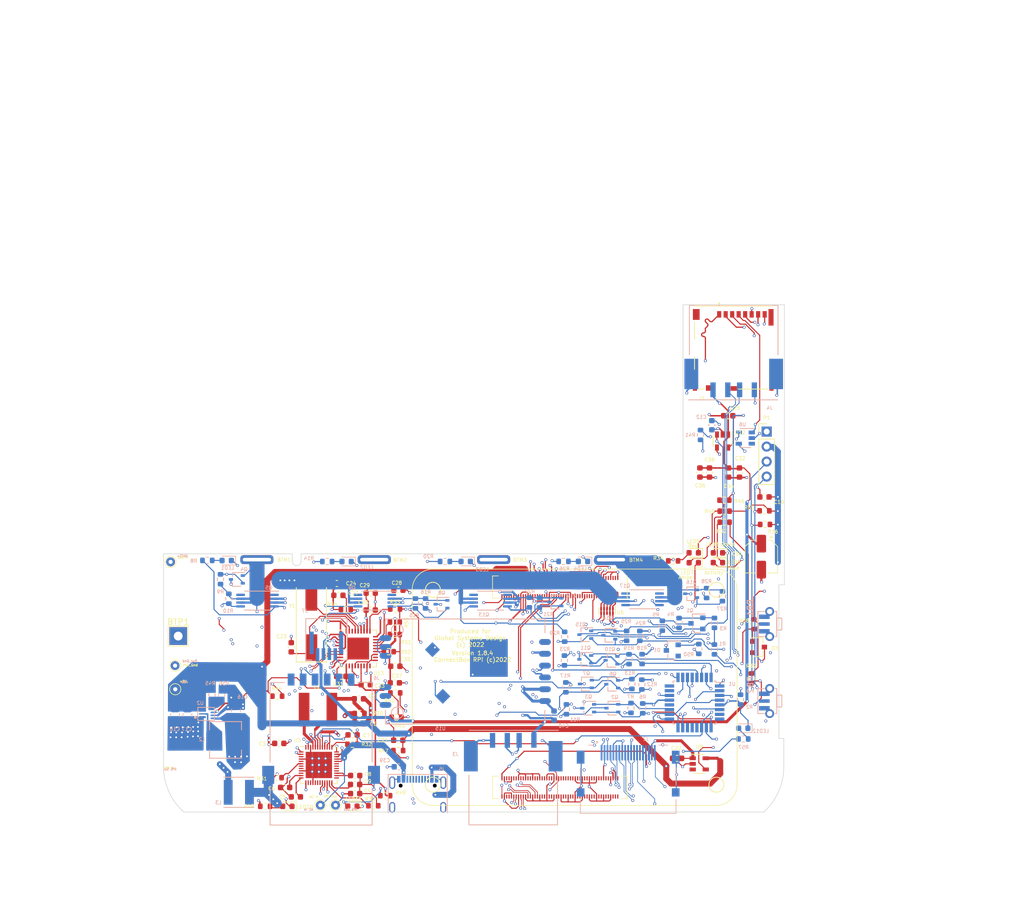
<source format=kicad_pcb>
(kicad_pcb (version 20211014) (generator pcbnew)
  (title_block (title "China layout single board") (date "2022-06-17") (rev "1.8.4") (comment 1 "USB and HDMI traces per JLCPCB"))
  (layers (0 "F.Cu" signal) (1 "In1.Cu" signal) (2 "In2.Cu" signal) (3 "In3.Cu" signal) (4 "In4.Cu" signal) (31 "B.Cu" signal) (34 "B.Paste" user) (35 "F.Paste" user) (36 "B.SilkS" user "B.Silkscreen") (37 "F.SilkS" user "F.Silkscreen") (38 "B.Mask" user) (39 "F.Mask" user) (44 "Edge.Cuts" user))
  (net 0 "")
  (net 1 "/Battery/BATT+")
  (net 2 "/Batteries/BT1-")
  (net 3 "/Batteries/BT2-")
  (net 4 "/Batteries/BT3-")
  (net 5 "/Batteries/BT4-")
  (net 6 "PWR_GND")
  (net 7 "Net-(C2-Pad1)")
  (net 8 "/Battery/IPS_OUT")
  (net 9 "GND")
  (net 10 "Net-(C5-Pad2)")
  (net 11 "Net-(C6-Pad2)")
  (net 12 "Net-(C7-Pad2)")
  (net 13 "Net-(C8-Pad2)")
  (net 14 "Net-(C9-Pad2)")
  (net 15 "+5V")
  (net 16 "+3.3v")
  (net 17 "/CM4_GPIO/GPIO_IRQ")
  (net 18 "/CM4_GPIO/SD_PWR")
  (net 19 "/CM4_HighSpeed/HDMI_5v")
  (net 20 "Net-(C23-Pad1)")
  (net 21 "Net-(C24-Pad1)")
  (net 22 "/USB Hub/VBUS")
  (net 23 "/AC_IN")
  (net 24 "/Battery/5V_OVR")
  (net 25 "Net-(D1-Pad2)")
  (net 26 "/CM4_GPIO/GPIO_PB1")
  (net 27 "/Battery/PB_IN")
  (net 28 "/CM4_GPIO/SD_DAT1")
  (net 29 "/CM4_GPIO/SD_DAT0")
  (net 30 "/CM4_GPIO/SD_CLK")
  (net 31 "/CM4_GPIO/SD_CMD")
  (net 32 "/CM4_GPIO/SD_DAT3")
  (net 33 "/CM4_GPIO/SD_DAT2")
  (net 34 "/CM4_HighSpeed/HDMI0_HOTPLUG")
  (net 35 "/CM4_HighSpeed/HDMI0_SDA")
  (net 36 "/CM4_HighSpeed/HDMI0_SCL")
  (net 37 "/CM4_HighSpeed/HDMI0_CEC")
  (net 38 "/CM4_HighSpeed/HDMI0_CK_N")
  (net 39 "/CM4_HighSpeed/HDMI0_CK_P")
  (net 40 "/CM4_HighSpeed/HDMI0_D0_N")
  (net 41 "/CM4_HighSpeed/HDMI0_D0_P")
  (net 42 "/CM4_HighSpeed/HDMI0_D1_N")
  (net 43 "/CM4_HighSpeed/HDMI0_D1_P")
  (net 44 "/CM4_HighSpeed/HDMI0_D2_N")
  (net 45 "/CM4_HighSpeed/HDMI0_D2_P")
  (net 46 "/USB Hub/HD4_N")
  (net 47 "/USB Hub/HD4_P")
  (net 48 "/USB Hub/HD3_N")
  (net 49 "/USB Hub/HD3_P")
  (net 53 "Net-(L1-Pad2)")
  (net 54 "/CM4_GPIO/GPIO6")
  (net 55 "/CM4_GPIO/TRD3_P")
  (net 56 "/CM4_GPIO/TRD1_P")
  (net 57 "/CM4_GPIO/TRD3_N")
  (net 58 "/CM4_GPIO/TRD1_N")
  (net 59 "/CM4_GPIO/TRD2_N")
  (net 60 "/CM4_GPIO/TRD0_N")
  (net 61 "/CM4_GPIO/TRD2_P")
  (net 62 "/CM4_GPIO/TRD0_P")
  (net 63 "/CM4_GPIO/PI_nLED_Activity")
  (net 64 "/Battery/{slash}BT1_ENA")
  (net 65 "/Battery/BT1_PRES")
  (net 66 "/Battery/{slash}BT2_ENA")
  (net 67 "/Battery/BT2_PRES")
  (net 68 "/CM4_GPIO/GPIO_PB2")
  (net 69 "/CM4_GPIO/SD_PWR_ON")
  (net 70 "/Battery/{slash}BT3_ENA")
  (net 71 "/Battery/BT3_PRES")
  (net 72 "/CM4_GPIO/+1.8v")
  (net 73 "/USB Hub/nEXTRST")
  (net 74 "/CM4_HighSpeed/USB2_N")
  (net 75 "/CM4_HighSpeed/USB2_P")
  (net 76 "Net-(Q1-Pad1)")
  (net 77 "Net-(Q2-Pad3)")
  (net 78 "Net-(Q3-Pad3)")
  (net 79 "Net-(Q6-Pad3)")
  (net 80 "Net-(Q7-Pad3)")
  (net 81 "Net-(Q10-Pad3)")
  (net 82 "Net-(Q11-Pad3)")
  (net 83 "Net-(Q14-Pad3)")
  (net 84 "Net-(Q15-Pad3)")
  (net 87 "/Battery/{slash}BT4_ENA")
  (net 88 "/Battery/BT4_PRES")
  (net 89 "/Battery/MOSI")
  (net 90 "/Battery/MISO")
  (net 91 "/Battery/SCL")
  (net 92 "/Battery/I2C_SDA")
  (net 93 "/Battery/I2C_SCL")
  (net 94 "/Battery/{slash}RESET")
  (net 97 "/USB Hub/nOCS1")
  (net 98 "/USB Hub/PWR1")
  (net 99 "/USB Hub/HD2_N")
  (net 100 "/USB Hub/HD2_P")
  (net 104 "Net-(R1-Pad1)")
  (net 105 "/CM4_GPIO/ETH_LEDY")
  (net 106 "/CM4_GPIO/SYNC_IN")
  (net 107 "/CM4_GPIO/ETH_LEDG")
  (net 108 "/CM4_GPIO/SYNC_OUT")
  (net 110 "/CM4_GPIO/EEPROM_nWP")
  (net 111 "/CM4_GPIO/GPIO26")
  (net 112 "/CM4_GPIO/GPIO21")
  (net 113 "/CM4_GPIO/GPIO19")
  (net 114 "/CM4_GPIO/GPIO20")
  (net 115 "/CM4_GPIO/GPIO13")
  (net 116 "/CM4_GPIO/GPIO16")
  (net 117 "/CM4_GPIO/GPIO12")
  (net 118 "/CM4_GPIO/GPIO5")
  (net 119 "/CM4_GPIO/ID_SC")
  (net 120 "/CM4_GPIO/ID_SD")
  (net 121 "/CM4_GPIO/GPIO7")
  (net 122 "/CM4_GPIO/GPIO8")
  (net 123 "/CM4_GPIO/GPIO25")
  (net 124 "/CM4_GPIO/GPIO24")
  (net 125 "/CM4_GPIO/GPIO23")
  (net 126 "/CM4_GPIO/GPIO27")
  (net 127 "/CM4_GPIO/GPIO18")
  (net 128 "/CM4_GPIO/GPIO17")
  (net 129 "/CM4_GPIO/GPIO14")
  (net 130 "/CM4_GPIO/GPIO2")
  (net 136 "/CM4_GPIO/Reserved")
  (net 137 "/CM4_GPIO/WL_nDis")
  (net 138 "/CM4_GPIO/BT_nDis")
  (net 139 "/CM4_GPIO/RUN_PG")
  (net 140 "/CM4_GPIO/nRPIBOOT")
  (net 141 "/CM4_GPIO/AIN1")
  (net 142 "/CM4_GPIO/nPWR_LED")
  (net 143 "/CM4_GPIO/AIN0")
  (net 144 "/CM4_GPIO/Camera_GPIO")
  (net 145 "/CM4_GPIO/GLOBAL_EN")
  (net 146 "/CM4_HighSpeed/PCIE_CLK_nREQ")
  (net 149 "/CM4_HighSpeed/PCIE_nRST")
  (net 150 "/CM4_HighSpeed/PCIE_CLK_P")
  (net 151 "/CM4_HighSpeed/TV_OUT")
  (net 152 "/CM4_HighSpeed/PCIE_CLK_N")
  (net 153 "/CM4_HighSpeed/CAM1_D0_N")
  (net 154 "/CM4_HighSpeed/PCIE_RX_P")
  (net 155 "/CM4_HighSpeed/CAM1_D0_P")
  (net 156 "/CM4_HighSpeed/PCIE_RX_N")
  (net 157 "/CM4_HighSpeed/CAM1_D1_N")
  (net 158 "/CM4_HighSpeed/PCIE_TX_P")
  (net 159 "/CM4_HighSpeed/CAM1_D1_P")
  (net 160 "/CM4_HighSpeed/PCIE_TX_N")
  (net 161 "/CM4_HighSpeed/CAM1_C_N")
  (net 162 "/CM4_HighSpeed/CAM0_D0_N")
  (net 163 "/CM4_HighSpeed/CAM1_C_P")
  (net 164 "/CM4_HighSpeed/CAM0_D0_P")
  (net 165 "/CM4_HighSpeed/CAM1_D2_N")
  (net 166 "/CM4_HighSpeed/CAM0_D1_N")
  (net 167 "/CM4_HighSpeed/CAM1_D2_P")
  (net 168 "/CM4_HighSpeed/CAM0_D1_P")
  (net 169 "/CM4_HighSpeed/CAM1_D3_N")
  (net 170 "/CM4_HighSpeed/CAM0_C_N")
  (net 171 "/CM4_HighSpeed/CAM1_D3_P")
  (net 172 "/CM4_HighSpeed/CAM0_C_P")
  (net 173 "/CM4_HighSpeed/HDMI1_HOTPLUG")
  (net 174 "/CM4_HighSpeed/HDMI1_SDA")
  (net 175 "/CM4_HighSpeed/HDMI1_D2_P")
  (net 176 "/CM4_HighSpeed/HDMI1_SCL")
  (net 177 "/CM4_HighSpeed/HDMI1_D2_N")
  (net 178 "/CM4_HighSpeed/HDMI1_CEC")
  (net 179 "/CM4_HighSpeed/HDMI1_D1_P")
  (net 180 "/CM4_HighSpeed/HDMI1_D1_N")
  (net 181 "/CM4_HighSpeed/DSI0_D0_N")
  (net 182 "/CM4_HighSpeed/HDMI1_D0_P")
  (net 183 "/CM4_HighSpeed/DSI0_D0_P")
  (net 184 "/CM4_HighSpeed/HDMI1_D0_N")
  (net 185 "/CM4_HighSpeed/DSI0_D1_N")
  (net 186 "/CM4_HighSpeed/HDMI1_CK_P")
  (net 187 "/CM4_HighSpeed/DSI0_D1_P")
  (net 188 "/CM4_HighSpeed/HDMI1_CK_N")
  (net 189 "/CM4_HighSpeed/DSI0_C_N")
  (net 190 "/CM4_HighSpeed/DSI0_C_P")
  (net 191 "/CM4_HighSpeed/DSI1_D0_N")
  (net 192 "/CM4_HighSpeed/DSI1_D0_P")
  (net 193 "/CM4_HighSpeed/DSI1_D1_N")
  (net 194 "/CM4_HighSpeed/DSI1_D1_P")
  (net 195 "/CM4_HighSpeed/DSI1_C_N")
  (net 196 "/CM4_HighSpeed/DSI1_C_P")
  (net 197 "/CM4_HighSpeed/DSI1_D2_N")
  (net 198 "/CM4_HighSpeed/DSI1_D3_N")
  (net 199 "/CM4_HighSpeed/DSI1_D2_P")
  (net 200 "/CM4_HighSpeed/DSI1_D3_P")
  (net 209 "/Battery/PWR_IRQ")
  (net 212 "/Battery/AXP_EXTEN")
  (net 219 "Net-(LED12-Pad2)")
  (net 220 "/Battery/HEARTBEAT")
  (net 221 "/USB Hub/HD1_N")
  (net 222 "/USB Hub/HD1_P")
  (net 223 "Net-(LED1-Pad1)")
  (net 224 "Net-(LED10-Pad2)")
  (net 225 "Net-(LED11-Pad2)")
  (net 226 "Net-(LED1-Pad2)")
  (net 227 "Net-(LED3-Pad2)")
  (net 228 "Net-(LED5-Pad2)")
  (net 229 "Net-(LED2-Pad2)")
  (net 230 "Net-(LED4-Pad2)")
  (net 231 "Net-(LED5-Pad1)")
  (net 232 "Net-(LED8-Pad2)")
  (net 233 "Net-(R31-Pad1)")
  (net 234 "Net-(R32-Pad1)")
  (net 235 "Net-(R33-Pad2)")
  (net 236 "Net-(R51-Pad1)")
  (net 237 "Net-(R53-Pad1)")
  (net 257 "/Power/5V_FB")
  (net 258 "/Power/U2_SW")
  (net 268 "Net-(R55-Pad1)")
  (net 269 "Net-(R54-Pad2)")
  (net 270 "Net-(R52-Pad1)")
  (net 271 "Net-(R47-Pad1)")
  (net 272 "Net-(R37-Pad2)")
  (net 273 "Net-(R40-Pad2)")
  (footprint "Resistor_SMD:R_0603_1608Metric" (layer "F.Cu") (at 132.18 188.32)
    (fp_text reference "R32")
    (fp_text value "100" hide)
  )
  (footprint "Resistor_SMD:R_0603_1608Metric" (layer "F.Cu") (at 186.49 157.27)
    (fp_text reference "R34")
    (fp_text value "1.8K" hide)
  )
  (footprint "Capacitor_SMD:C_0603_1608Metric" (layer "F.Cu") (at 139.37 177.92)
    (fp_text reference "C37")
    (fp_text value "0.1uf" hide)
  )
  (footprint "CustomComponents:MountingHole_4.3mm_M4-A" (layer "F.Cu") (at 104.92 195.39)
    (fp_text reference "H2" hide)
    (fp_text value "MountingHole")
  )
  (footprint "TestPoint:TestPoint_THTPad_D1.5mm_Drill0.7mm" (layer "F.Cu") (at 102.2 179)
    (fp_text reference "TP6" hide)
    (fp_text value "5V")
  )
  (footprint "Resistor_SMD:R_0603_1608Metric" (layer "F.Cu") (at 139.37 169.73)
    (fp_text reference "R51")
    (fp_text value "36K" hide)
  )
  (footprint "Resistor_SMD:R_0603_1608Metric" (layer "F.Cu") (at 200.14 167.995 90)
    (fp_text reference "R38")
    (fp_text value "10K" hide)
  )
  (footprint "Capacitor_SMD:C_0603_1608Metric" (layer "F.Cu") (at 132.66 193.61 180)
    (fp_text reference "C8")
    (fp_text value "1uF" hide)
  )
  (footprint "Capacitor_SMD:C_0603_1608Metric" (layer "F.Cu") (at 120.8 195.63)
    (fp_text reference "C6")
    (fp_text value "4.7uF" hide)
  )
  (footprint "Capacitor_SMD:C_0603_1608Metric" (layer "F.Cu") (at 197.72 142.31 -90)
    (fp_text reference "C32")
    (fp_text value "10uF" hide)
  )
  (footprint "Capacitor_SMD:C_0603_1608Metric" (layer "F.Cu") (at 139.98 162.22)
    (fp_text reference "C28")
    (fp_text value "0.1uf" hide)
  )
  (footprint "Resistor_SMD:R_0603_1608Metric" (layer "F.Cu") (at 137.74 197.02 180)
    (fp_text reference "R49")
    (fp_text value "510")
  )
  (footprint "Capacitor_SMD:C_0603_1608Metric" (layer "F.Cu") (at 187.15 190.7 180)
    (fp_text reference "C22")
    (fp_text value "0.1uf" hide)
  )
  (footprint "Capacitor_SMD:C_0603_1608Metric" (layer "F.Cu") (at 133.29 180.62)
    (fp_text reference "C2")
    (fp_text value "10uF" hide)
  )
  (footprint "Capacitor_SMD:C_0603_1608Metric" (layer "F.Cu") (at 119.81 188.17)
    (fp_text reference "C3")
    (fp_text value "10uF" hide)
  )
  (footprint "Capacitor_SMD:C_0603_1608Metric" (layer "F.Cu") (at 192.64 142.31 -90)
    (fp_text reference "C38")
    (fp_text value "10uF" hide)
  )
  (footprint "Resistor_SMD:R_0603_1608Metric" (layer "F.Cu") (at 131.08 165.5)
    (fp_text reference "R54")
    (fp_text value "12K" hide)
  )
  (footprint "Resistor_SMD:R_0603_1608Metric" (layer "F.Cu") (at 199.74 177.16 90)
    (fp_text reference "R39")
    (fp_text value "10K" hide)
  )
  (footprint "Package_DFN_QFN:QFN-36-1EP_6x6mm_P0.5mm_EP3.7x3.7mm" (layer "F.Cu") (at 133.16 172.11)
    (fp_text reference "U13")
    (fp_text value "USB2514B-I/M2" hide)
  )
  (footprint "CustomComponents:WH-Battery-" (layer "F.Cu") (at 175.96 157.06)
    (fp_text reference "BTM4")
    (fp_text value "Conn_01x01_Female")
  )
  (footprint "Capacitor_SMD:C_0603_1608Metric" (layer "F.Cu") (at 132.22 186.73 180)
    (fp_text reference "C7")
    (fp_text value "4.7uF" hide)
  )
  (footprint "Capacitor_SMD:C_0603_1608Metric" (layer "F.Cu") (at 134.44 178.22)
    (fp_text reference "C33")
    (fp_text value "0.1uf" hide)
  )
  (footprint "CM4IO:SDCARD_MOLEX_503398-1892" (layer "F.Cu") (at 196.66 121.1625)
    (fp_text reference "J1")
    (fp_text value "Micro_SD_Card" hide)
  )
  (footprint "LED_SMD:LED_0603_1608Metric" (layer "F.Cu") (at 132.19 198.8 180)
    (fp_text reference "LED11")
    (fp_text value "Amber - R/A")
  )
  (footprint "CustomComponents:WH-Battery-" (layer "F.Cu") (at 116.02 157.38)
    (fp_text reference "BTM1")
    (fp_text value "Conn_01x01_Female")
  )
  (footprint "Resistor_SMD:R_0603_1608Metric" (layer "F.Cu") (at 119.46 180.17)
    (fp_text reference "R44")
    (fp_text value "100K" hide)
  )
  (footprint "CustomComponents:INDUCTOR_SMD_6x6-1" (layer "F.Cu") (at 126.36 182.45 -90)
    (fp_text reference "L1")
    (fp_text value "4.7 uH" hide)
  )
  (footprint "CustomComponents:WH-Battery-" (layer "F.Cu") (at 135.89 157.06)
    (fp_text reference "BTM2")
    (fp_text value "Conn_01x01_Female")
  )
  (footprint "LED_SMD:LED_0603_1608Metric" (layer "F.Cu") (at 194.071 155.905 180)
    (fp_text reference "LED8")
    (fp_text value "Green" hide)
  )
  (footprint "CustomComponents:MountingHole_4.3mm_M4-A" (layer "F.Cu") (at 200.57 195.09)
    (fp_text reference "H3" hide)
    (fp_text value "MountingHole")
  )
  (footprint "LED_SMD:LED_0603_1608Metric" (layer "F.Cu") (at 121.18 198.82 180)
    (fp_text reference "LED10")
    (fp_text value "Green - R/A")
  )
  (footprint "Resistor_SMD:R_0603_1608Metric" (layer "F.Cu") (at 119.37 193.97 180)
    (fp_text reference "R31")
    (fp_text value "10K" hide)
  )
  (footprint "TestPoint:TestPoint_THTPad_D1.5mm_Drill0.7mm" (layer "F.Cu") (at 102.2 175)
    (fp_text reference "TP2" hide)
    (fp_text value "Pwr_Gnd")
  )
  (footprint "CustomComponents:MountingHole_4.3mm_M4-A" (layer "F.Cu") (at 104.93 162.41)
    (fp_text reference "H1" hide)
    (fp_text value "MountingHole")
  )
  (footprint "Capacitor_SMD:C_0603_1608Metric" (layer "F.Cu") (at 122.62 197.22)
    (fp_text reference "C5")
    (fp_text value "4.7uF" hide)
  )
  (footprint "LED_SMD:LED_0603_1608Metric" (layer "F.Cu") (at 189.975 155.905 180)
    (fp_text reference "LED5")
    (fp_text value "Red" hide)
  )
  (footprint "Resistor_SMD:R_0603_1608Metric" (layer "F.Cu") (at 117.42 198.82)
    (fp_text reference "R48")
    (fp_text value "510")
  )
  (footprint "Resistor_SMD:R_0603_1608Metric" (layer "F.Cu") (at 201.95 148.79)
    (fp_text reference "R35")
    (fp_text value "2.2K" hide)
  )
  (footprint "Capacitor_SMD:C_0603_1608Metric" (layer "F.Cu") (at 129.82 163.1 180)
    (fp_text reference "C27")
    (fp_text value "10uF" hide)
  )
  (footprint "Resistor_SMD:R_0603_1608Metric" (layer "F.Cu") (at 195.21 150.72 180)
    (fp_text reference "R37")
    (fp_text value "1K" hide)
  )
  (footprint "Resistor_SMD:R_0603_1608Metric" (layer "F.Cu") (at 139.37 167.63)
    (fp_text reference "R55")
    (fp_text value "36K" hide)
  )
  (footprint "TestPoint:TestPoint_THTPad_D1.5mm_Drill0.7mm" (layer "F.Cu") (at 101.41 157.44)
    (fp_text reference "TP3" hide)
    (fp_text value "Bat+")
  )
  (footprint "Diode_SMD:D_SOT-23_ANK" (layer "F.Cu") (at 200.94 171.86)
    (fp_text reference "D3")
    (fp_text value "MMBD914" hide)
  )
  (footprint "Package_TO_SOT_SMD:SOT-23-5" (layer "F.Cu") (at 194.86 136.98 -90)
    (fp_text reference "U12")
    (fp_text value "RT9742ANGJ5F" hide)
  )
  (footprint "TestPoint:TestPoint_THTPad_3.0x3.0mm_Drill1.5mm" (layer "F.Cu") (at 102.7 170)
    (fp_text reference "BTP1")
    (fp_text value "Conn_01x01_Female")
  )
  (footprint "Resistor_SMD:R_0603_1608Metric" (layer "F.Cu") (at 135.73 198.72 180)
    (fp_text reference "R33")
    (fp_text value "200K" hide)
  )
  (footprint "CustomComponents:UQFN-48-1EP_6x6mm_Pitch0.4mm_75" (layer "F.Cu") (at 126.51 191.82)
    (fp_text reference "U3")
    (fp_text value "AXP209" hide)
  )
  (footprint "Capacitor_SMD:C_0603_1608Metric" (layer "F.Cu") (at 130.3 176.82 180)
    (fp_text reference "C31")
    (fp_text value "0.1uf" hide)
  )
  (footprint "CustomComponents:WH-Battery-" (layer "F.Cu") (at 156.1 157.4)
    (fp_text reference "BTM3")
    (fp_text value "Conn_01x01_Female")
  )
  (footprint "Capacitor_SMD:C_0603_1608Metric" (layer "F.Cu") (at 132.64 195.12 180)
    (fp_text reference "C9")
    (fp_text value "1uF" hide)
  )
  (footprint "Capacitor_SMD:C_0603_1608Metric" (layer "F.Cu") (at 135.29 162.72)
    (fp_text reference "C29")
    (fp_text value "0.1uf" hide)
  )
  (footprint "LED_SMD:LED_0603_1608Metric" (layer "F.Cu") (at 194.07 157.56 180)
    (fp_text reference "LED6")
    (fp_text value "Blue" hide)
  )
  (footprint "Resistor_SMD:R_0603_1608Metric" (layer "F.Cu") (at 139.45 179.62 180)
    (fp_text reference "R42")
    (fp_text value "10K" hide)
  )
  (footprint "Capacitor_SMD:C_0603_1608Metric" (layer "F.Cu") (at 195.81 132.7 180)
    (fp_text reference "C25")
    (fp_text value "10uF" hide)
  )
  (footprint "TestPoint:TestPoint_THTPad_D1.5mm_Drill0.7mm" (layer "F.Cu") (at 129.34 198.63)
    (fp_text reference "TP4" hide)
    (fp_text value "IPS")
  )
  (footprint "Capacitor_SMD:C_0603_1608Metric" (layer "F.Cu") (at 133.37 184.85)
    (fp_text reference "C1")
    (fp_text value "10uF" hide)
  )
  (footprint "Capacitor_SMD:C_0603_1608Metric" (layer "F.Cu") (at 201.95 146.45 180)
    (fp_text reference "C10")
    (fp_text value "1uF" hide)
  )
  (footprint "Capacitor_SMD:C_0603_1608Metric" (layer "F.Cu") (at 139.455 175.11)
    (fp_text reference "C35")
    (fp_text value "0.1uf" hide)
  )
  (footprint "Capacitor_SMD:C_0603_1608Metric" (layer "F.Cu") (at 191.02 142.31 -90)
    (fp_text reference "C36")
    (fp_text value "10uF" hide)
  )
  (footprint "Capacitor_SMD:C_0603_1608Metric" (layer "F.Cu") (at 195.87 142.315 -90)
    (fp_text reference "C34")
    (fp_text value "10uF" hide)
  )
  (footprint "Capacitor_SMD:CP_Elec_5x3" (layer "F.Cu") (at 201.42 156.55 -90)
    (fp_text reference "C30")
    (fp_text value "100uF")
  )
  (footprint "Package_TO_SOT_SMD:SOT-23-5" (layer "F.Cu") (at 190.9 191.63)
    (fp_text reference "U9")
    (fp_text value "RT9742ANGJ5F" hide)
  )
  (footprint "Capacitor_SMD:C_0603_1608Metric" (layer "F.Cu") (at 139.95 187.63 180)
    (fp_text reference "C21")
    (fp_text value "0.1uf" hide)
  )
  (footprint "Resistor_SMD:R_0603_1608Metric" (layer "F.Cu") (at 139.65 183.73)
    (fp_text reference "R43")
    (fp_text value "33K" hide)
  )
  (footprint "Resistor_SMD:R_0603_1608Metric" (layer "F.Cu") (at 139.95 189.38)
    (fp_text reference "R47")
    (fp_text value "12K" hide)
  )
  (footprint "Capacitor_SMD:C_0603_1608Metric" (layer "F.Cu") (at 135.29 165.59)
    (fp_text reference "C26")
    (fp_text value "10uF" hide)
  )
  (footprint "CustomComponents:USON-10_2.5x1.0mm_P0.5mm" (layer "F.Cu") (at 175.29 165.75 -90)
    (fp_text reference "U5")
    (fp_text value "TPD4EUSB30" hide)
  )
  (footprint "Crystal:Crystal_SMD_HC49-SD" (layer "F.Cu") (at 125.24 167.7 90)
    (fp_text reference "Y1")
    (fp_text value "24MHz" hide)
  )
  (footprint "Connector_PinHeader_2.54mm:PinHeader_1x04_P2.54mm_Vertical" (layer "F.Cu") (at 202.32 135.38)
    (fp_text reference "P1")
    (fp_text value "Conn_01x04" hide)
  )
  (footprint "Resistor_SMD:R_0603_1608Metric" (layer "F.Cu") (at 202.05 151.1)
    (fp_text reference "R36")
    (fp_text value "2.2K" hide)
  )
  (footprint "Capacitor_SMD:C_0603_1608Metric" (layer "F.Cu") (at 121.84 171.9 90)
    (fp_text reference "C23")
    (fp_text value "9pF" hide)
  )
  (footprint "LED_SMD:LED_0603_1608Metric" (layer "F.Cu") (at 189.98 157.58 180)
    (fp_text reference "LED7")
    (fp_text value "Amber")
  )
  (footprint "Resistor_SMD:R_0603_1608Metric" (layer "F.Cu") (at 138.34 172.64)
    (fp_text reference "R52")
    (fp_text value "36K" hide)
  )
  (footprint "Resistor_SMD:R_0603_1608Metric" (layer "F.Cu") (at 195.17 146.99 180)
    (fp_text reference "R46")
    (fp_text value "1K" hide)
  )
  (footprint "Capacitor_SMD:C_0603_1608Metric" (layer "F.Cu") (at 129.56 161.1)
    (fp_text reference "C24")
    (fp_text value "9pF" hide)
  )
  (footprint "CustomComponents:CM4_Module_noHoles" (layer "F.Cu") (at 145.812993 162.160001 -90)
    (fp_text reference "Module1" hide)
    (fp_text value "ComputeModule4")
  )
  (footprint "Resistor_SMD:R_0603_1608Metric" (layer "F.Cu") (at 195.21 148.85 180)
    (fp_text reference "R40")
    (fp_text value "510")
  )
  (footprint "Resistor_SMD:R_0603_1608Metric" (layer "F.Cu") (at 139.42 165.42)
    (fp_text reference "R53")
    (fp_text value "36K" hide)
  )
  (footprint "Resistor_SMD:R_0603_1608Metric" (layer "F.Cu") (at 133.4 183.1)
    (fp_text reference "R30")
    (fp_text value "0.03 ohm" hide)
  )
  (footprint "Capacitor_SMD:C_0603_1608Metric" (layer "F.Cu") (at 132.65 196.67)
    (fp_text reference "C4")
    (fp_text value "10uF" hide)
  )
  (footprint "TestPoint:TestPoint_THTPad_D1.5mm_Drill0.7mm" (layer "F.Cu") (at 126.76 198.62)
    (fp_text reference "TP1" hide)
    (fp_text value "AC_IN")
  )
  (footprint "CustomComponents:USB_A_CUI_smd" (layer "B.Cu") (at 193.24 128.305)
    (fp_text reference "J4")
    (fp_text value "USB_A" hide)
  )
  (footprint "Capacitor_SMD:C_0805_2012Metric" (layer "B.Cu") (at 112.480751 182.59419 90)
    (fp_text reference "C16")
    (fp_text value "10uf")
  )
  (footprint "Capacitor_SMD:C_0603_1608Metric" (layer "B.Cu") (at 166.33 183.47 -90)
    (fp_text reference "C40")
    (fp_text value "22uF" hide)
  )
  (footprint "Resistor_SMD:R_0603_1608Metric" (layer "B.Cu") (at 197.9 180.75 -90)
    (fp_text reference "R2")
    (fp_text value "20K" hide)
  )
  (footprint "Package_TO_SOT_SMD:SOT-23-5" (layer "B.Cu") (at 198.7 136.48 180)
    (fp_text reference "U6")
    (fp_text value "RT9742ANGJ5F" hide)
  )
  (footprint "Resistor_SMD:R_0603_1608Metric" (layer "B.Cu") (at 192.15 162.72 90)
    (fp_text reference "R28")
    (fp_text value "100K" hide)
  )
  (footprint "Resistor_SMD:R_0603_1608Metric" (layer "B.Cu") (at 179.02 173.91 90)
    (fp_text reference "R19")
    (fp_text value "100K" hide)
  )
  (footprint "Resistor_SMD:R_0603_1608Metric" (layer "B.Cu") (at 193.48 167.77 90)
    (fp_text reference "R3")
    (fp_text value "20K" hide)
  )
  (footprint "CustomComponents:TPS61022" (layer "B.Cu") (at 107.4221 183.17419)
    (fp_text reference "U2")
    (fp_text value "TPS61022")
  )
  (footprint "Package_TO_SOT_SMD:SOT-323_SC-70" (layer "B.Cu") (at 189.53 162.83 180)
    (fp_text reference "Q16")
    (fp_text value "3J15" hide)
  )
  (footprint "Resistor_SMD:R_0603_1608Metric" (layer "B.Cu") (at 144.57 164.48 90)
    (fp_text reference "R16")
    (fp_text value "100K" hide)
  )
  (footprint "CustomComponents:MagJack_S811" (layer "B.Cu") (at 126.89 177.361)
    (fp_text reference "J6")
    (fp_text value "MagJack-S811")
  )
  (footprint "Resistor_SMD:R_0603_1608Metric" (layer "B.Cu") (at 168.42 182.4 90)
    (fp_text reference "R11")
    (fp_text value "20K" hide)
  )
  (footprint "Resistor_SMD:R_0603_1608Metric" (layer "B.Cu") (at 181.19 178.21 90)
    (fp_text reference "R12")
    (fp_text value "10K" hide)
  )
  (footprint "CustomComponents:SW-PTS845" (layer "B.Cu") (at 202.83 167.96 -90)
    (fp_text reference "PB1")
    (fp_text value "SPST-PUSH")
  )
  (footprint "Resistor_SMD:R_0603_1608Metric" (layer "B.Cu") (at 198.37 187.42 180)
    (fp_text reference "R57")
    (fp_text value "2K")
  )
  (footprint "Resistor_SMD:R_0603_1608Metric" (layer "B.Cu") (at 194.83 163.255 -90)
    (fp_text reference "R27")
    (fp_text value "10K" hide)
  )
  (footprint "Resistor_SMD:R_0603_1608Metric" (layer "B.Cu") (at 167.93 157.36)
    (fp_text reference "R26")
    (fp_text value "510")
  )
  (footprint "LED_SMD:LED_0603_1608Metric" (layer "B.Cu") (at 151.3725 157.37 180)
    (fp_text reference "LED3")
    (fp_text value "Blue")
  )
  (footprint "Resistor_SMD:R_0603_1608Metric" (layer "B.Cu") (at 107.63 157.19)
    (fp_text reference "R8")
    (fp_text value "510")
  )
  (footprint "Resistor_SMD:R_0603_1608Metric" (layer "B.Cu") (at 179.501822 178.11 90)
    (fp_text reference "R13")
    (fp_text value "100K" hide)
  )
  (footprint "Package_SO:TSSOP-8_4.4x3mm_P0.65mm" (layer "B.Cu") (at 136 164 180)
    (fp_text reference "Q9")
    (fp_text value "8205A" hide)
  )
  (footprint "Capacitor_SMD:C_0603_1608Metric" (layer "B.Cu") (at 140.04 192.13 180)
    (fp_text reference "C39")
    (fp_text value "22uF" hide)
  )
  (footprint "Resistor_SMD:R_0603_1608Metric" (layer "B.Cu") (at 163.85 164.35 -90)
    (fp_text reference "R21")
    (fp_text value "10K" hide)
  )
  (footprint "Resistor_SMD:R_0603_1608Metric" (layer "B.Cu") (at 193.48 172.26 90)
    (fp_text reference "R1")
    (fp_text value "10K" hide)
  )
  (footprint "LED_SMD:LED_0603_1608Metric" (layer "B.Cu") (at 171.2325 157.36 180)
    (fp_text reference "LED4")
    (fp_text value "Blue")
  )
  (footprint "Resistor_SMD:R_0603_1608Metric" (layer "B.Cu") (at 109.86 160.37 90)
    (fp_text reference "R9")
    (fp_text value "10K" hide)
  )
  (footprint "Package_TO_SOT_SMD:SOT-323_SC-70" (layer "B.Cu") (at 166.56 164.24 180)
    (fp_text reference "Q12")
    (fp_text value "3J15" hide)
  )
  (footprint "Package_TO_SOT_SMD:SOT-323_SC-70" (layer "B.Cu") (at 171.61 173.94 180)
    (fp_text reference "Q11")
    (fp_text value "3J15" hide)
  )
  (footprint "Resistor_SMD:R_0603_1608Metric" (layer "B.Cu") (at 168.08 174.13 90)
    (fp_text reference "R23")
    (fp_text value "20K" hide)
  )
  (footprint "LED_SMD:LED_0603_1608Metric" (layer "B.Cu") (at 131.21 157.38 180)
    (fp_text reference "LED2")
    (fp_text value "Blue")
  )
  (footprint "Resistor_SMD:R_0603_1608Metric" (layer "B.Cu") (at 181.34 182.24 90)
    (fp_text reference "R6")
    (fp_text value "10K" hide)
  )
  (footprint "Resistor_SMD:R_0603_1608Metric" (layer "B.Cu") (at 168.321822 178.68 90)
    (fp_text reference "R17")
    (fp_text value "20K" hide)
  )
  (footprint "CustomComponents:USB_A_CUI_smd" (layer "B.Cu") (at 162.915098 187.655 180)
    (fp_text reference "J3")
    (fp_text value "USB_A" hide)
  )
  (footprint "Resistor_SMD:R_0603_1608Metric" (layer "B.Cu") (at 180.85 169.965 90)
    (fp_text reference "R24")
    (fp_text value "10K" hide)
  )
  (footprint "CustomComponents:SFW4R-1" (layer "B.Cu") (at 127.79 173.05)
    (fp_text reference "J7")
    (fp_text value "Flex-4")
  )
  (footprint "CustomComponents:HC-R8812AU2" (layer "B.Cu") (at 151.29 176 -90)
    (fp_text reference "U15")
    (fp_text value "HC-R8812AF1" hide)
  )
  (footprint "Package_TO_SOT_SMD:SOT-323_SC-70" (layer "B.Cu") (at 172.11 182.21 180)
    (fp_text reference "Q3")
    (fp_text value "3J15" hide)
  )
  (footprint "Package_SO:TSSOP-8_4.4x3mm_P0.65mm" (layer "B.Cu") (at 181.31 163.77 180)
    (fp_text reference "Q17")
    (fp_text value "8205A" hide)
  )
  (footprint "Package_QFP:TQFP-32_7x7mm_P0.8mm" (layer "B.Cu") (at 190.11 181.25 180)
    (fp_text reference "U1")
    (fp_text value "ATtiny88-AU" hide)
  )
  (footprint "CustomComponents:HDMI_CnC_SMT" (layer "B.Cu") (at 178.871098 191.04325 180)
    (fp_text reference "J2")
    (fp_text value "690-019-298-412" hide)
  )
  (footprint "CustomComponents:INDUCTOR_SMD_5x5" (layer "B.Cu") (at 110.710751 187.58419 90)
    (fp_text reference "L2")
    (fp_text value "1.0 uH")
  )
  (footprint "Resistor_SMD:R_0603_1608Metric" (layer "B.Cu") (at 191.12 135.95 90)
    (fp_text reference "R41")
    (fp_text value "12K" hide)
  )
  (footprint "Resistor_SMD:R_0603_1608Metric" (layer "B.Cu") (at 187.49 167.78 90)
    (fp_text reference "R4")
    (fp_text value "20K" hide)
  )
  (footprint "Resistor_SMD:R_0603_1608Metric" (layer "B.Cu") (at 127.92 157.38)
    (fp_text reference "R14")
    (fp_text value "510")
  )
  (footprint "Diode_SMD:D_SOT-23_ANK" (layer "B.Cu") (at 186.34 172.43 180)
    (fp_text reference "D1")
    (fp_text value "MMBD914" hide)
  )
  (footprint "Resistor_SMD:R_0603_1608Metric" (layer "B.Cu") (at 162.14 164.32 90)
    (fp_text reference "R22")
    (fp_text value "100K" hide)
  )
  (footprint "Resistor_SMD:R_0603_1608Metric" (layer "B.Cu") (at 147.86 157.37)
    (fp_text reference "R20")
    (fp_text value "510")
  )
  (footprint "Package_TO_SOT_SMD:SOT-323_SC-70" (layer "B.Cu") (at 176.05 174.1 180)
    (fp_text reference "Q10")
    (fp_text value "3J15" hide)
  )
  (footprint "Package_TO_SOT_SMD:SOT-323_SC-70" (layer "B.Cu") (at 176.171822 178.15 180)
    (fp_text reference "Q6")
    (fp_text value "3J15" hide)
  )
  (footprint "Resistor_SMD:R_0603_1608Metric" (layer "B.Cu") (at 190.83 172.18 90)
    (fp_text reference "R50")
    (fp_text value "20K")
  )
  (footprint "Package_TO_SOT_SMD:SOT-323_SC-70" (layer "B.Cu") (at 112.63 160.41 180)
    (fp_text reference "Q4")
    (fp_text value "3J15" hide)
  )
  (footprint "CustomComponents:SW-PTS845" (layer "B.Cu") (at 202.83 180.995 -90)
    (fp_text reference "PB2")
    (fp_text value "SPST-PUSH")
  )
  (footprint "Inductor_SMD:L_Taiyo-Yuden_NR-50xx" (layer "B.Cu") (at 112.96 196.45)
    (fp_text reference "L3")
    (fp_text value "1.5 uH" hide)
  )
  (footprint "Package_TO_SOT_SMD:SOT-323_SC-70" (layer "B.Cu") (at 171.711822 178.11 180)
    (fp_text reference "Q7")
    (fp_text value "3J15" hide)
  )
  (footprint "CustomComponents:USB-C-GCT" (layer "B.Cu") (at 143.245098 194.8175 180)
    (fp_text reference "J5")
    (fp_text value "USB-C")
  )
  (footprint "Resistor_SMD:R_0603_1608Metric" (layer "B.Cu") (at 178.61 169.96 90)
    (fp_text reference "R25")
    (fp_text value "100K" hide)
  )
  (footprint "Package_TO_SOT_SMD:SOT-323_SC-70" (layer "B.Cu") (at 176.2 182.2 180)
    (fp_text reference "Q2")
    (fp_text value "3J15" hide)
  )
  (footprint "Resistor_SMD:R_0603_1608Metric" (layer "B.Cu") (at 168.12256 170.1116 90)
    (fp_text reference "R29")
    (fp_text value "20K" hide)
  )
  (footprint "LED_SMD:LED_0603_1608Metric" (layer "B.Cu") (at 110.91 157.21 180)
    (fp_text reference "LED1")
    (fp_text value "Blue")
  )
  (footprint "Capacitor_SMD:C_0603_1608Metric" (layer "B.Cu") (at 193.04 134.3 -90)
    (fp_text reference "C12")
    (fp_text value "10uF" hide)
  )
  (footprint "LED_SMD:LED_0603_1608Metric" (layer "B.Cu") (at 198.36 185.6 180)
    (fp_text reference "LED12")
    (fp_text value "Blue")
  )
  (footprint "Resistor_SMD:R_0603_1608Metric" (layer "B.Cu") (at 110.050751 179.99419 90)
    (fp_text reference "R56")
    (fp_text value "100K")
  )
  (footprint "Resistor_SMD:R_0603_1608Metric" (layer "B.Cu") (at 181.23 173.89 90)
    (fp_text reference "R18")
    (fp_text value "10K" hide)
  )
  (footprint "Package_TO_SOT_SMD:SOT-23" (layer "B.Cu") (at 190.51 167.85 180)
    (fp_text reference "Q1")
    (fp_text value "2N7002" hide)
  )
  (footprint "Package_SO:TSSOP-8_4.4x3mm_P0.65mm" (layer "B.Cu") (at 116.12 164 180)
    (fp_text reference "Q5")
    (fp_text value "8205A" hide)
  )
  (footprint "Package_TO_SOT_SMD:SOT-323_SC-70" (layer "B.Cu") (at 171.62256 169.7616 180)
    (fp_text reference "Q15")
    (fp_text value "3J15" hide)
  )
  (footprint "Capacitor_SMD:C_0805_2012Metric" (layer "B.Cu") (at 104.260751 183.36419 -90)
    (fp_text reference "C17")
    (fp_text value "22uf")
  )
  (footprint "Resistor_SMD:R_0603_1608Metric" (layer "B.Cu") (at 184.66 168.25 90)
    (fp_text reference "R5")
    (fp_text value "100K" hide)
  )
  (footprint "Resistor_SMD:R_0603_1608Metric" (layer "B.Cu") (at 179.35 182.17 90)
    (fp_text reference "R7")
    (fp_text value "36K" hide)
  )
  (footprint "Resistor_SMD:R_0603_1608Metric" (layer "B.Cu") (at 111.27 163.68 90)
    (fp_text reference "R10")
    (fp_text value "100K" hide)
  )
  (footprint "Resistor_SMD:R_0603_1608Metric" (layer "B.Cu") (at 108.410751 179.97419 -90)
    (fp_text reference "R45")
    (fp_text value "732K" hide)
  )
  (footprint "Resistor_SMD:R_0603_1608Metric" (layer "B.Cu") (at 142.86 164.48 -90)
    (fp_text reference "R15")
    (fp_text value "10K" hide)
  )
  (footprint "Package_SO:TSSOP-8_4.4x3mm_P0.65mm" (layer "B.Cu") (at 155.57 164 180)
    (fp_text reference "Q13")
    (fp_text value "8205A" hide)
  )
  (footprint "Package_TO_SOT_SMD:SOT-323_SC-70" (layer "B.Cu") (at 147.27 164.61 180)
    (fp_text reference "Q8")
    (fp_text value "3J15" hide)
  )
  (footprint "Capacitor_SMD:C_0805_2012Metric" (layer "B.Cu") (at 102.170751 183.35419 -90)
    (fp_text reference "C18")
    (fp_text value "22uf")
  )
  (footprint "Package_TO_SOT_SMD:SOT-323_SC-70" (layer "B.Cu") (at 175.69256 169.8616 180)
    (fp_text reference "Q14")
    (fp_text value "3J15" hide)
  )
  (gr_line (start 123.5 156.07) (end 188.165 156.07) (layer "Edge.Cuts") (width 0.1))
  (gr_line (start 201.84 199.79) (end 103.65 199.79) (layer "Edge.Cuts") (width 0.1))
  (gr_line (start 188.165 113.92) (end 205.32 113.92) (layer "Edge.Cuts") (width 0.1))
  (gr_line (start 122 156.07) (end 100.215 156.07) (layer "Edge.Cuts") (width 0.1))
  (gr_arc (start 205.22 192.13) (mid 204.337107 196.316139) (end 201.84 199.79) (layer "Edge.Cuts") (width 0.1))
  (gr_line (start 205.22 192.13) (end 205.22 187.33) (layer "Edge.Cuts") (width 0.1))
  (gr_arc (start 123.5 157.32) (mid 122.75 158.07) (end 122 157.32) (layer "Edge.Cuts") (width 0.1))
  (gr_line (start 123.5 157.32) (end 123.5 156.07) (layer "Edge.Cuts") (width 0.1))
  (gr_line (start 100.215 156.07) (end 100.215 192.04) (layer "Edge.Cuts") (width 0.1))
  (gr_line (start 204.39 187.33) (end 204.39 161.31) (layer "Edge.Cuts") (width 0.1))
  (gr_line (start 188.165 156.07) (end 188.165 113.92) (layer "Edge.Cuts") (width 0.1))
  (gr_line (start 204.39 161.31) (end 205.32 161.31) (layer "Edge.Cuts") (width 0.1))
  (gr_line (start 205.22 187.33) (end 204.39 187.33) (layer "Edge.Cuts") (width 0.1))
  (gr_line (start 205.32 161.31) (end 205.32 113.92) (layer "Edge.Cuts") (width 0.1))
  (gr_arc (start 103.65 199.79) (mid 101.096465 196.285552) (end 100.215 192.04) (layer "Edge.Cuts") (width 0.1))
  (gr_line (start 122 156.07) (end 122 157.32) (layer "Edge.Cuts") (width 0.1))
  (gr_text "IPS Out" (at 131.89 199.36) (layer "B.SilkS") (effects (font (size 0.4 0.4) (thickness 0.1)) (justify mirror)))
  (gr_text "AC In" (at 124.76 199.36) (layer "B.SilkS") (effects (font (size 0.4 0.4) (thickness 0.1)) (justify mirror)))
  (gr_text "BATT+" (at 103.380011 156.439998) (layer "B.SilkS") (effects (font (size 0.4 0.4) (thickness 0.1)) (justify mirror)))
  (gr_text "Pwr_Gnd" (at 104.68 174.22) (layer "B.SilkS") (effects (font (size 0.4 0.4) (thickness 0.1)) (justify mirror)))
  (gr_text "IPS Sw" (at 101.37 192.54) (layer "B.SilkS") (effects (font (size 0.4 0.4) (thickness 0.1)) (justify mirror)))
  (gr_text "+5V" (at 103.84 177.8) (layer "B.SilkS") (effects (font (size 0.4 0.4) (thickness 0.1)) (justify mirror)))
  (gr_text "BATT+" (at 103.6 156.71) (layer "F.SilkS") (effects (font (size 0.4 0.4) (thickness 0.1))))
  (gr_text "+5V" (at 103.54 177.68) (layer "F.SilkS") (effects (font (size 0.4 0.4) (thickness 0.1))))
  (gr_text "Blue" (at 196.72 158.46) (layer "F.SilkS") (effects (font (size 0.6 0.6) (thickness 0.1))))
  (gr_text "AC In" (at 125.7 197.21) (layer "F.SilkS") (effects (font (size 0.4 0.4) (thickness 0.1))))
  (gr_text "Version 1.8.4\nConnectBox RPi (c)2022\n" (at 152.51999 173.439988) (layer "F.SilkS") (effects (font (size 0.7 0.7) (thickness 0.12))))
  (gr_text "Green" (at 195.76 154.47) (layer "F.SilkS") (effects (font (size 0.6 0.6) (thickness 0.1))))
  (gr_text "Activity" (at 193.38 159.26) (layer "F.SilkS") (effects (font (size 0.6 0.6) (thickness 0.1))))
  (gr_text "Amber" (at 188.75 160.06) (layer "F.SilkS") (effects (font (size 0.6 0.6) (thickness 0.1))))
  (gr_text "Produced for\nGlobal Systems Design\n(c) 2022" (at 152.14 170.32) (layer "F.SilkS") (effects (font (size 0.7 0.7) (thickness 0.12))))
  (gr_text "IPS Sw" (at 101.31 192.38) (layer "F.SilkS") (effects (font (size 0.4 0.4) (thickness 0.1))))
  (gr_text "Red" (at 189.85 154.73) (layer "F.SilkS") (effects (font (size 0.6 0.6) (thickness 0.1))))
  (gr_text "IPS Out" (at 128.46 197.15) (layer "F.SilkS") (effects (font (size 0.4 0.4) (thickness 0.1))))
  (gr_text "Pwr_Gnd" (at 104.77 174.91) (layer "F.SilkS") (effects (font (size 0.4 0.4) (thickness 0.1))))
  (segment (start 109.65 167.04) (end 109.65 168.02) (width 0.1778) (layer "F.Cu") (net 1))
  (segment (start 143.77 171.03696) (end 143.39 170.65696) (width 0.1778) (layer "F.Cu") (net 1))
  (segment (start 129.85 186.7584) (end 129.39 186.2984) (width 0.508) (layer "F.Cu") (net 1))
  (segment (start 126.79 186.24) (end 126.34 186.69) (width 0.1778) (layer "F.Cu") (net 1))
  (segment (start 129.85 186.78) (end 129.85 186.7584) (width 0.508) (layer "F.Cu") (net 1))
  (segment (start 132.575 183.1) (end 131.32 183.1) (width 0.762) (layer "F.Cu") (net 1))
  (segment (start 110.44 168.81) (end 110.44 168.99) (width 0.1778) (layer "F.Cu") (net 1))
  (segment (start 131.32 183.1) (end 130.9 183.52) (width 0.762) (layer "F.Cu") (net 1))
  (segment (start 126.88 186.23) (end 126.93 186.23) (width 0.508) (layer "F.Cu") (net 1))
  (segment (start 128.34 186.23) (end 128.34 187.96) (width 0.1778) (layer "F.Cu") (net 1))
  (segment (start 143.39 166.96) (end 141.9 165.47) (width 0.1778) (layer "F.Cu") (net 1))
  (segment (start 126.71 187.493542) (end 126.71 188.82) (width 0.1778) (layer "F.Cu") (net 1))
  (segment (start 126.9 186.21) (end 126.88 186.23) (width 0.508) (layer "F.Cu") (net 1))
  (segment (start 129.3016 186.21) (end 126.9 186.21) (width 0.508) (layer "F.Cu") (net 1))
  (segment (start 132.575 183.1) (end 132.575 184.845) (width 0.762) (layer "F.Cu") (net 1))
  (segment (start 109.65 168.02) (end 110.44 168.81) (width 0.1778) (layer "F.Cu") (net 1))
  (segment (start 126.34 186.69) (end 126.34 187.123542) (width 0.1778) (layer "F.Cu") (net 1))
  (segment (start 126.95 186.24) (end 126.79 186.24) (width 0.1778) (layer "F.Cu") (net 1))
  (segment (start 129.39 186.2984) (end 129.3016 186.21) (width 0.508) (layer "F.Cu") (net 1))
  (segment (start 126.34 187.123542) (end 126.71 187.493542) (width 0.1778) (layer "F.Cu") (net 1))
  (segment (start 128.31 187.99) (end 128.31 188.7) (width 0.1778) (layer "F.Cu") (net 1))
  (segment (start 126.93 186.23) (end 126.94 186.24) (width 0.508) (layer "F.Cu") (net 1))
  (segment (start 127.91 188.82) (end 127.91 188.39) (width 0.1778) (layer "F.Cu") (net 1))
  (segment (start 143.39 170.65696) (end 143.39 166.96) (width 0.1778) (layer "F.Cu") (net 1))
  (segment (start 127.91 188.39) (end 128.34 187.96) (width 0.1778) (layer "F.Cu") (net 1))
  (via (at 143.77 171.03696) (size 0.5) (drill 0.3) (layers "F.Cu" "B.Cu") (net 1))
  (via (at 109.65 167.04) (size 0.5) (drill 0.3) (layers "F.Cu" "B.Cu") (net 1))
  (via (at 190.2516 164.89) (size 0.5) (drill 0.3) (layers "F.Cu" "B.Cu") (net 1))
  (via (at 130.9 183.52) (size 0.5) (drill 0.3) (layers "F.Cu" "B.Cu") (net 1))
  (via (at 178.28 178.99) (size 0.5) (drill 0.3) (layers "F.Cu" "B.Cu") (net 1))
  (via (at 177.89 175.22) (size 0.5) (drill 0.3) (layers "F.Cu" "B.Cu") (net 1))
  (via (at 162.56 171.0316) (size 0.5) (drill 0.3) (layers "F.Cu" "B.Cu") (net 1))
  (via (at 129.85 186.78) (size 0.5) (drill 0.3) (layers "F.Cu" "B.Cu") (net 1))
  (via (at 129.39 186.2984) (size 0.5) (drill 0.3) (layers "F.Cu" "B.Cu") (net 1))
  (via (at 164.099363 166.00998) (size 0.5) (drill 0.3) (layers "F.Cu" "B.Cu") (net 1))
  (via (at 184.086811 169.85) (size 0.5) (drill 0.3) (layers "F.Cu" "B.Cu") (net 1))
  (via (at 141.9 165.47) (size 0.5) (drill 0.3) (layers "F.Cu" "B.Cu") (net 1))
  (via (at 110.44 168.99) (size 0.5) (drill 0.3) (layers "F.Cu" "B.Cu") (net 1))
  (via (at 110.905 159.545) (size 0.5) (drill 0.3) (layers "F.Cu" "B.Cu") (net 1))
  (via (at 189.83 169.33) (size 0.5) (drill 0.3) (layers "F.Cu" "B.Cu") (net 1))
  (via (at 177.68 170.97) (size 0.5) (drill 0.3) (layers "F.Cu" "B.Cu") (net 1))
  (segment (start 189.07732 170.08268) (end 184.319491 170.08268) (width 0.1778) (layer "B.Cu") (net 1))
  (segment (start 146.75 166.83) (end 148.26 165.32) (width 0.1778) (layer "B.Cu") (net 1))
  (segment (start 178.375 174.735) (end 179.02 174.735) (width 0.1778) (layer "B.Cu") (net 1))
  (segment (start 178.335 178.935) (end 178.28 178.99) (width 0.1778) (layer "B.Cu") (net 1))
  (segment (start 142.065 165.305) (end 141.9 165.47) (width 0.1778) (layer "B.Cu") (net 1))
  (segment (start 164.099363 164.89) (end 167.58 164.89) (width 0.1778) (layer "B.Cu") (net 1))
  (segment (start 142.86 165.305) (end 142.065 165.305) (width 0.1778) (layer "B.Cu") (net 1))
  (segment (start 112.275 159.545) (end 113.65 160.92) (width 0.1778) (layer "B.Cu") (net 1))
  (segment (start 177.865 170.785) (end 178.61 170.785) (width 0.1778) (layer "B.Cu") (net 1))
  (segment (start 109.86 159.545) (end 110.905 159.545) (width 0.1778) (layer "B.Cu") (net 1))
  (segment (start 110.905 159.545) (end 112.275 159.545) (width 0.1778) (layer "B.Cu") (net 1))
  (segment (start 184.086811 169.85) (end 184.66 169.276811) (width 0.1778) (layer "B.Cu") (net 1))
  (segment (start 144.385 166.83) (end 146.75 166.83) (width 0.1778) (layer "B.Cu") (net 1))
  (segment (start 184.319491 170.08268) (end 184.086811 169.85) (width 0.1778) (layer "B.Cu") (net 1))
  (segment (start 142.86 165.305) (end 144.385 166.83) (width 0.1778) (layer "B.Cu") (net 1))
  (segment (start 164.099363 166.00998) (end 164.099363 164.89) (width 0.1778) (layer "B.Cu") (net 1))
  (segment (start 177.89 175.22) (end 178.375 174.735) (width 0.1778) (layer "B.Cu") (net 1))
  (segment (start 194.83 164.08) (end 194.3 164.61) (width 0.1778) (layer "B.Cu") (net 1))
  (segment (start 177.68 170.97) (end 177.865 170.785) (width 0.1778) (layer "B.Cu") (net 1))
  (segment (start 113.65 160.92) (end 113.65 161.04) (width 0.1778) (layer "B.Cu") (net 1))
  (segment (start 194.3 164.61) (end 190.59 164.61) (width 0.1778) (layer "B.Cu") (net 1))
  (segment (start 190.52 163.56) (end 190.52 164.6216) (width 0.1778) (layer "B.Cu") (net 1))
  (segment (start 190.52 164.6216) (end 190.2516 164.89) (width 0.1778) (layer "B.Cu") (net 1))
  (segment (start 189.83 169.33) (end 189.07732 170.08268) (width 0.1778) (layer "B.Cu") (net 1))
  (segment (start 179.501822 178.935) (end 178.335 178.935) (width 0.1778) (layer "B.Cu") (net 1))
  (via (at 178.32 182.98) (size 0.5) (drill 0.3) (layers "F.Cu" "B.Cu") (net 2))
  (via (at 177.19 172.24985) (size 0.5) (drill 0.3) (layers "F.Cu" "B.Cu") (net 2))
  (via (at 116.05 171.66849) (size 0.5) (drill 0.3) (layers "F.Cu" "B.Cu") (net 2))
  (via (at 116.05 165.87) (size 0.5) (drill 0.3) (layers "F.Cu" "B.Cu") (net 2))
  (segment (start 113.92 159.76) (end 113.63 159.76) (width 0.1778) (layer "B.Cu") (net 2))
  (segment (start 111.38 163.31) (end 111.76 163.69) (width 0.1778) (layer "B.Cu") (net 2))
  (segment (start 115.96 157.72) (end 113.92 159.76) (width 0.1778) (layer "B.Cu") (net 2))
  (segment (start 111.76 163.69) (end 112.92 163.69) (width 0.1778) (layer "B.Cu") (net 2))
  (segment (start 109.86 161.4) (end 111.27 162.81) (width 0.1778) (layer "B.Cu") (net 2))
  (segment (start 116.040002 157.800002) (end 115.96 157.72) (width 2.54) (layer "B.Cu") (net 2))
  (segment (start 113.2575 163.675) (end 115.995 163.675) (width 0.381) (layer "B.Cu") (net 2))
  (segment (start 115.995 165.815) (end 116.05 165.87) (width 0.1778) (layer "B.Cu") (net 2))
  (segment (start 115.995 164.275) (end 115.995 165.815) (width 0.1778) (layer "B.Cu") (net 2))
  (segment (start 115.995 163.675) (end 116.04 163.63) (width 0.381) (layer "B.Cu") (net 2))
  (segment (start 115.995 164.275) (end 115.995 163.675) (width 0.381) (layer "B.Cu") (net 2))
  (segment (start 116.040002 163.63) (end 116.040002 157.800002) (width 2.54) (layer "B.Cu") (net 2))
  (segment (start 179.35 182.995) (end 178.335 182.995) (width 0.1778) (layer "B.Cu") (net 2))
  (segment (start 113.2575 164.325) (end 115.945 164.325) (width 0.381) (layer "B.Cu") (net 2))
  (segment (start 178.335 182.995) (end 178.32 182.98) (width 0.1778) (layer "B.Cu") (net 2))
  (segment (start 115.945 164.325) (end 115.995 164.275) (width 0.381) (layer "B.Cu") (net 2))
  (segment (start 111.38 162.965) (end 111.38 163.31) (width 0.1778) (layer "B.Cu") (net 2))
  (via (at 140.71 164.34) (size 0.5) (drill 0.3) (layers "F.Cu" "B.Cu") (net 3))
  (via (at 140.73 163.7) (size 0.5) (drill 0.3) (layers "F.Cu" "B.Cu") (net 3))
  (segment (start 144.65 163.63) (end 142.83 163.63) (width 0.1778) (layer "B.Cu") (net 3))
  (segment (start 138.8625 164.325) (end 140.695 164.325) (width 0.381) (layer "B.Cu") (net 3))
  (segment (start 140.775 163.655) (end 140.73 163.7) (width 0.1778) (layer "B.Cu") (net 3))
  (segment (start 138.8625 163.675) (end 140.705 163.675) (width 0.381) (layer "B.Cu") (net 3))
  (segment (start 140.695 164.325) (end 140.71 164.34) (width 0.381) (layer "B.Cu") (net 3))
  (segment (start 148.27 163.96) (end 144.98 163.96) (width 0.1778) (layer "B.Cu") (net 3))
  (segment (start 140.705 163.675) (end 140.73 163.7) (width 0.381) (layer "B.Cu") (net 3))
  (segment (start 142.86 163.655) (end 140.775 163.655) (width 0.1778) (layer "B.Cu") (net 3))
  (segment (start 144.98 163.96) (end 144.65 163.63) (width 0.1778) (layer "B.Cu") (net 3))
  (via (at 160.16 164.41) (size 0.5) (drill 0.3) (layers "F.Cu" "B.Cu") (net 4))
  (via (at 157.121753 162.503989) (size 0.5) (drill 0.3) (layers "F.Cu" "B.Cu") (net 4))
  (via (at 159.85 165.0535) (size 0.5) (drill 0.3) (layers "F.Cu" "B.Cu") (net 4))
  (segment (start 160.33 163.548576) (end 159.256404 162.47498) (width 0.381) (layer "B.Cu") (net 4))
  (segment (start 157.150762 162.47498) (end 157.121753 162.503989) (width 0.381) (layer "B.Cu") (net 4))
  (segment (start 159.875 165.0285) (end 159.875 164.325) (width 0.381) (layer "B.Cu") (net 4))
  (segment (start 160.33 163.76) (end 160.33 163.548576) (width 0.381) (layer "B.Cu") (net 4))
  (segment (start 160.16 164.7435) (end 160.16 164.41) (width 0.381) (layer "B.Cu") (net 4))
  (segment (start 160.33 163.76) (end 160.33 164.24) (width 0.381) (layer "B.Cu") (net 4))
  (segment (start 160.075 164.325) (end 159.875 164.325) (width 0.381) (layer "B.Cu") (net 4))
  (segment (start 159.85 165.0535) (end 160.16 164.7435) (width 0.381) (layer "B.Cu") (net 4))
  (segment (start 163.85 163.525) (end 162.235 163.525) (width 0.1778) (layer "B.Cu") (net 4))
  (segment (start 160.383576 163.495) (end 160.33 163.548576) (width 0.1778) (layer "B.Cu") (net 4))
  (segment (start 159.256404 162.47498) (end 157.150762 162.47498) (width 0.381) (layer "B.Cu") (net 4))
  (segment (start 160.16 164.41) (end 160.075 164.325) (width 0.381) (layer "B.Cu") (net 4))
  (segment (start 158.4325 164.325) (end 159.875 164.325) (width 0.381) (layer "B.Cu") (net 4))
  (segment (start 158.4325 163.675) (end 160.245 163.675) (width 0.381) (layer "B.Cu") (net 4))
  (segment (start 162.14 163.495) (end 160.383576 163.495) (width 0.1778) (layer "B.Cu") (net 4))
  (segment (start 163.85 163.525) (end 167.485 163.525) (width 0.254) (layer "B.Cu") (net 4))
  (segment (start 160.33 164.24) (end 160.16 164.41) (width 0.381) (layer "B.Cu") (net 4))
  (segment (start 160.245 163.675) (end 160.33 163.76) (width 0.381) (layer "B.Cu") (net 4))
  (segment (start 173.85 157.22) (end 173.82 157.19) (width 1.524) (layer "B.Cu") (net 5))
  (segment (start 191.31 162.1) (end 192.02 162.1) (width 0.1778) (layer "B.Cu") (net 5))
  (segment (start 190.53 162.18) (end 187.35 162.18) (width 0.1778) (layer "B.Cu") (net 5))
  (segment (start 186.175978 164.095) (end 186.750489 163.520489) (width 0.1778) (layer "B.Cu") (net 5))
  (segment (start 182.92 157.6) (end 183.37 157.6) (width 2.54) (layer "B.Cu") (net 5))
  (segment (start 178.02 157.22) (end 173.85 157.22) (width 1.524) (layer "B.Cu") (net 5))
  (segment (start 186.750489 161.580489) (end 186.750489 163.520489) (width 2.54) (layer "B.Cu") (net 5))
  (segment (start 183.37 157.6) (end 186.740244 160.970244) (width 2.54) (layer "B.Cu") (net 5))
  (segment (start 177.965 157.61) (end 183.115 157.61) (width 2.54) (layer "B.Cu") (net 5))
  (segment (start 187.35 162.18) (end 186.750489 161.580489) (width 0.1778) (layer "B.Cu") (net 5))
  (segment (start 190.53 162.18) (end 191.23 162.18) (width 0.1778) (layer "B.Cu") (net 5))
  (segment (start 184.172504 164.094998) (end 186.17598 164.094998) (width 0.381) (layer "B.Cu") (net 5))
  (segment (start 186.675 163.445) (end 186.750489 163.520489) (width 0.1778) (layer "B.Cu") (net 5))
  (segment (start 184.172504 163.445012) (end 186.674989 163.445012) (width 0.381) (layer "B.Cu") (net 5))
  (segment (start 191.23 162.18) (end 191.31 162.1) (width 0.1778) (layer "B.Cu") (net 5))
  (segment (start 192.41 162.18) (end 194.58 162.18) (width 0.1778) (layer "B.Cu") (net 5))
  (segment (start 173.82 157.19) (end 173.9 157.19) (width 1.524) (layer "B.Cu") (net 5))
  (segment (start 186.750489 160.800489) (end 186.750489 161.580489) (width 2.54) (layer "B.Cu") (net 5))
  (segment (start 135.3 183.78) (end 134.22 184.86) (width 0.635) (layer "F.Cu") (net 6))
  (segment (start 125.51 194.82) (end 125.51 193.83) (width 0.2032) (layer "F.Cu") (net 6))
  (segment (start 123.51 192.82) (end 124.75 192.82) (width 0.2032) (layer "F.Cu") (net 6))
  (segment (start 135.3 181.61) (end 135.3 182.19) (width 0.635) (layer "F.Cu") (net 6))
  (segment (start 120.025 195.88) (end 121.15 194.755) (width 0.2032) (layer "F.Cu") (net 6))
  (segment (start 133.02 185.91) (end 133.005 185.925) (width 0.1778) (layer "F.Cu") (net 6))
  (segment (start 121.15 194.07) (end 121.43 193.79) (width 0.2032) (layer "F.Cu") (net 6))
  (segment (start 120.09 195.63) (end 121.83 197.37) (width 0.1778) (layer "F.Cu") (net 6))
  (segment (start 134.31 180.62) (end 135.3 181.61) (width 0.635) (layer "F.Cu") (net 6))
  (segment (start 121.19 188.17) (end 121.65 187.71) (width 0.2032) (layer "F.Cu") (net 6))
  (segment (start 135.3 182.19) (end 135.3 182.97) (width 0.635) (layer "F.Cu") (net 6))
  (segment (start 120.585 188.17) (end 121.19 188.17) (width 0.2032) (layer "F.Cu") (net 6))
  (segment (start 121.15 194.755) (end 121.15 194.07) (width 0.2032) (layer "F.Cu") (net 6))
  (segment (start 134.065 180.62) (end 134.31 180.62) (width 0.635) (layer "F.Cu") (net 6))
  (segment (start 135.3 182.97) (end 135.3 183.78) (width 0.635) (layer "F.Cu") (net 6))
  (segment (start 194.8585 155.905) (end 195.63392 155.905) (width 0.1778) (layer "F.Cu") (net 6))
  (segment (start 125.11 188.82) (end 125.11 189.89) (width 0.2032) (layer "F.Cu") (net 6))
  (segment (start 123.51 190.82) (end 124.56 190.82) (width 0.2032) (layer "F.Cu") (net 6))
  (segment (start 195.63392 155.905) (end 195.66892 155.94) (width 0.1778) (layer "F.Cu") (net 6))
  (segment (start 118.66 178.11) (end 120.37 179.82) (width 0.1778) (layer "F.Cu") (net 6))
  (segment (start 133.005 188.32) (end 133.005 185.925) (width 0.1778) (layer "F.Cu") (net 6))
  (via (at 102.35 187.14) (size 0.5) (drill 0.3) (layers "F.Cu" "B.Cu") (net 6))
  (via (at 104.36 186.24) (size 0.5) (drill 0.3) (layers "F.Cu" "B.Cu") (net 6))
  (via (at 119.990494 160.570494) (size 0.5) (drill 0.3) (layers "F.Cu" "B.Cu") (net 6))
  (via (at 111.055 193.005) (size 0.5) (drill 0.3) (layers "F.Cu" "B.Cu") (net 6))
  (via (at 135.3 182.19) (size 0.5) (drill 0.3) (layers "F.Cu" "B.Cu") (net 6))
  (via (at 104.29 187.04) (size 0.5) (drill 0.3) (layers "F.Cu" "B.Cu") (net 6))
  (via (at 183.173189 181.63) (size 0.5) (drill 0.3) (layers "F.Cu" "B.Cu") (net 6))
  (via (at 116.87 168.49) (size 0.5) (drill 0.3) (layers "F.Cu" "B.Cu") (net 6))
  (via (at 109.74 191.69) (size 0.5) (drill 0.3) (layers "F.Cu" "B.Cu") (net 6))
  (via (at 195.83 180.99) (size 0.5) (drill 0.3) (layers "F.Cu" "B.Cu") (net 6))
  (via (at 182.98 177.44) (size 0.5) (drill 0.3) (layers "F.Cu" "B.Cu") (net 6))
  (via (at 156.49 167.78985) (size 0.5) (drill 0.3) (layers "F.Cu" "B.Cu") (net 6))
  (via (at 113.67 182.16) (size 0.5) (drill 0.3) (layers "F.Cu" "B.Cu") (net 6))
  (via (at 101.51 185.48) (size 0.5) (drill 0.3) (layers "F.Cu" "B.Cu") (net 6))
  (via (at 180.13 163.98) (size 0.5) (drill 0.3) (layers "F.Cu" "B.Cu") (net 6))
  (via (at 106.03 185.38) (size 0.5) (drill 0.3) (layers "F.Cu" "B.Cu") (net 6))
  (via (at 103.28 187.14) (size 0.5) (drill 0.3) (layers "F.Cu" "B.Cu") (net 6))
  (via (at 105.22 185.38) (size 0.5) (drill 0.3) (layers "F.Cu" "B.Cu") (net 6))
  (via (at 195.66892 155.94) (size 0.5) (drill 0.3) (layers "F.Cu" "B.Cu") (net 6))
  (via (at 102.37 186.31) (size 0.5) (drill 0.3) (layers "F.Cu" "B.Cu") (net 6))
  (via (at 122.379506 160.570494) (size 0.5) (drill 0.3) (layers "F.Cu" "B.Cu") (net 6))
  (via (at 121.43 193.79) (size 0.5) (drill 0.3) (layers "F.Cu" "B.Cu") (net 6))
  (via (at 111.15 182.07) (size 0.5) (drill 0.3) (layers "F.Cu" "B.Cu") (net 6))
  (via (at 104.41 185.38) (size 0.5) (drill 0.3) (layers "F.Cu" "B.Cu") (net 6))
  (via (at 169.25 181.51) (size 0.5) (drill 0.3) (layers "F.Cu" "B.Cu") (net 6))
  (via (at 111.68 180.41) (size 0.5) (drill 0.3) (layers "F.Cu" "B.Cu") (net 6))
  (via (at 120.719506 160.570494) (size 0.5) (drill 0.3) (layers "F.Cu" "B.Cu") (net 6))
  (via (at 101.39 187.14) (size 0.5) (drill 0.3) (layers "F.Cu" "B.Cu") (net 6))
  (via (at 110.375 192.325) (size 0.5) (drill 0.3) (layers "F.Cu" "B.Cu") (net 6))
  (via (at 105.25 186.13) (size 0.5) (drill 0.3) (layers "F.Cu" "B.Cu") (net 6))
  (via (at 182.4484 169.13) (size 0.5) (drill 0.3) (layers "F.Cu" "B.Cu") (net 6))
  (via (at 103.35 186.31) (size 0.5) (drill 0.3) (layers "F.Cu" "B.Cu") (net 6))
  (via (at 113.67 181.55) (size 0.5) (drill 0.3) (layers "F.Cu" "B.Cu") (net 6))
  (via (at 169.14325 172.766649) (size 0.5) (drill 0.3) (layers "F.Cu" "B.Cu") (net 6))
  (via (at 133.02 185.91) (size 0.5) (drill 0.3) (layers "F.Cu" "B.Cu") (net 6))
  (via (at 102.45 185.45) (size 0.5) (drill 0.3) (layers "F.Cu" "B.Cu") (net 6))
  (via (at 106.110751 184.62419) (size 0.5) (drill 0.3) (layers "F.Cu" "B.Cu") (net 6))
  (via (at 106.05 186.94) (size 0.5) (drill 0.3) (layers "F.Cu" "B.Cu") (net 6))
  (via (at 121.519506 160.570494) (size 0.5) (drill 0.3) (layers "F.Cu" "B.Cu") (net 6))
  (via (at 118.66 178.11) (size 0.5) (drill 0.3) (layers "F.Cu" "B.Cu") (net 6))
  (via (at 105.2 186.99) (size 0.5) (drill 0.3) (layers "F.Cu" "B.Cu") (net 6))
  (via (at 120.82 163.67) (size 0.5) (drill 0.3) (layers "F.Cu" "B.Cu") (net 6))
  (via (at 182.98 172.09) (size 0.5) (drill 0.3) (layers "F.Cu" "B.Cu") (net 6))
  (via (at 169.16 178.2616) (size 0.5) (drill 0.3) (layers "F.Cu" "B.Cu") (net 6))
  (via (at 101.49 186.29) (size 0.5) (drill 0.3) (layers "F.Cu" "B.Cu") (net 6))
  (via (at 106.08 186.11) (size 0.5) (drill 0.3) (layers "F.Cu" "B.Cu") (net 6))
  (via (at 120.82 164.34) (size 0.5) (drill 0.3) (layers "F.Cu" "B.Cu") (net 6))
  (via (at 182.4484 167.43) (size 0.5) (drill 0.3) (layers "F.Cu" "B.Cu") (net 6))
  (via (at 156.65 183.39) (size 0.5) (drill 0.3) (layers "F.Cu" "B.Cu") (net 6))
  (via (at 135.3 182.97) (size 0.5) (drill 0.3) (layers "F.Cu" "B.Cu") (net 6))
  (via (at 121.65 187.71) (size 0.5) (drill 0.3) (layers "F.Cu" "B.Cu") (net 6))
  (via (at 103.46 185.43) (size 0.5) (drill 0.3) (layers "F.Cu" "B.Cu") (net 6))
  (segment (start 183.173189 181.63) (end 182.963189 181.42) (width 0.254) (layer "B.Cu") (net 6))
  (segment (start 109.405801 183.424195) (end 110.130006 182.69999) (width 0.381) (layer "B.Cu") (net 6))
  (segment (start 195.83 180.99) (end 197.44 180.99) (width 0.254) (layer "B.Cu") (net 6))
  (segment (start 180.015 164.095) (end 180.13 163.98) (width 0.254) (layer "B.Cu") (net 6))
  (segment (start 178.4475 164.095) (end 176.215 164.095) (width 0.381) (layer "B.Cu") (net 6))
  (segment (start 168.966978 177.86) (end 168.27 177.86) (width 0.254) (layer "B.Cu") (net 6))
  (segment (start 181.19 177.385) (end 182.925 177.385) (width 0.254) (layer "B.Cu") (net 6))
  (segment (start 182.925 177.385) (end 182.98 177.44) (width 0.254) (layer "B.Cu") (net 6))
  (segment (start 176.255 163.445) (end 175.91 163.79) (width 0.381) (layer "B.Cu") (net 6))
  (segment (start 133.1375 163.675) (end 131.695 163.675) (width 0.381) (layer "B.Cu") (net 6))
  (segment (start 175.59 163.18) (end 173.000001 160.590001) (width 3.048) (layer "B.Cu") (net 6))
  (segment (start 192.5184 167.7916) (end 195.0284 167.7916) (width 0.1778) (layer "B.Cu") (net 6))
  (segment (start 131.695 163.675) (end 131.615 163.595) (width 0.381) (layer "B.Cu") (net 6))
  (segment (start 169.14325 172.766649) (end 168.604899 173.305) (width 0.1778) (layer "B.Cu") (net 6))
  (segment (start 111.16 193.11) (end 111.055 193.005) (width 1.016) (layer "B.Cu") (net 6))
  (segment (start 118.9825 164.325) (end 120.805 164.325) (width 0.381) (layer "B.Cu") (net 6))
  (segment (start 118.9825 163.675) (end 120.815 163.675) (width 0.381) (layer "B.Cu") (net 6))
  (segment (start 120.719506 160.570494) (end 119.990494 160.570494) (width 3.048) (layer "B.Cu") (net 6))
  (segment (start 156.41985 167.86) (end 151.08 167.86) (width 0.1778) (layer "B.Cu") (net 6))
  (segment (start 173.000001 160.590001) (end 169.960011 160.590001) (width 3.048) (layer "B.Cu") (net 6))
  (segment (start 108.3971 183.42419) (end 109.40581 183.42419) (width 0.254) (layer "B.Cu") (net 6))
  (segment (start 195.83 180.99) (end 195.17 181.65) (width 0.254) (layer "B.Cu") (net 6))
  (segment (start 182.4484 167.43) (end 183.0984 168.08) (width 0.1778) (layer "B.Cu") (net 6))
  (segment (start 121.519506 160.570494) (end 120.719506 160.570494) (width 3.048) (layer "B.Cu") (net 6))
  (segment (start 181.23 173.065) (end 182.005 173.065) (width 0.254) (layer "B.Cu") (net 6))
  (segment (start 152.7075 164.325) (end 150.545 164.325) (width 0.381) (layer "B.Cu") (net 6))
  (segment (start 166.85658 183.39342) (end 168.4 181.85) (width 0.1778) (layer "B.Cu") (net 6))
  (segment (start 182.005 173.065) (end 182.98 172.09) (width 0.254) (layer "B.Cu") (net 6))
  (segment (start 182.4384 169.14) (end 180.85 169.14) (width 0.254) (layer "B.Cu") (net 6))
  (segment (start 133.1375 164.325) (end 131.615 164.325) (width 0.381) (layer "B.Cu") (net 6))
  (segment (start 169.16 178.053022) (end 168.966978 177.86) (width 0.254) (layer "B.Cu") (net 6))
  (segment (start 195.66892 167.15108) (end 195.66892 155.94) (width 0.1778) (layer "B.Cu") (net 6))
  (segment (start 157.15 182.89) (end 163.2 182.89) (width 0.1778) (layer "B.Cu") (net 6))
  (segment (start 131.615 164.325) (end 131.615 163.595) (width 0.381) (layer "B.Cu") (net 6))
  (segment (start 106.7971 183.72419) (end 106.7971 183.937841) (width 0.254) (layer "B.Cu") (net 6))
  (segment (start 169.940489 160.570489) (end 151.279511 160.570489) (width 3.048) (layer "B.Cu") (net 6))
  (segment (start 188.404161 168.8) (end 191.51 168.8) (width 0.1778) (layer "B.Cu") (net 6))
  (segment (start 131.615 163.595) (end 131.615 161.165) (width 0.381) (layer "B.Cu") (net 6))
  (segment (start 156.65 183.39) (end 157.15 182.89) (width 0.1778) (layer "B.Cu") (net 6))
  (segment (start 151.08 167.86) (end 150.545 167.325) (width 0.1778) (layer "B.Cu") (net 6))
  (segment (start 110.375 192.325) (end 109.74 191.69) (width 1.016) (layer "B.Cu") (net 6))
  (segment (start 150.545 163.775) (end 150.545 161.305) (width 0.762) (layer "B.Cu") (net 6))
  (segment (start 150.545 164.325) (end 150.545 163.775) (width 0.762) (layer "B.Cu") (net 6))
  (segment (start 166.794371 167.958411) (end 168.12256 169.2866) (width 0.1778) (layer "B.Cu") (net 6))
  (segment (start 197.44 180.99) (end 197.86 181.41) (width 0.254) (layer "B.Cu") (net 6))
  (segment (start 150.645 163.675) (end 150.545 163.775) (width 0.381) (layer "B.Cu") (net 6))
  (segment (start 176.215 164.095) (end 175.91 163.79) (width 0.381) (layer "B.Cu") (net 6))
  (segment (start 156.49 167.78985) (end 156.41985 167.86) (width 0.1778) (layer "B.Cu") (net 6))
  (segment (start 171.7 160.59) (end 170.83 161.46) (width 0.381) (layer "B.Cu") (net 6))
  (segment (start 195.0284 167.7916) (end 195.66892 167.15108) (width 0.1778) (layer "B.Cu") (net 6))
  (segment (start 187.950741 169.25342) (end 188.404161 168.8) (width 0.1778) (layer "B.Cu") (net 6))
  (segment (start 199.18 184.31) (end 199.18 185.66) (width 0.1778) (layer "B.Cu") (net 6))
  (segment (start 197.9 183.03) (end 199.18 184.31) (width 0.1778) (layer "B.Cu") (net 6))
  (segment (start 195.17 181.65) (end 194.36 181.65) (width 0.254) (layer "B.Cu") (net 6))
  (segment (start 169.185 181.575) (end 169.25 181.51) (width 0.1778) (layer "B.Cu") (net 6))
  (segment (start 150.545 161.305) (end 151.279511 160.570489) (width 0.381) (layer "B.Cu") (net 6))
  (segment (start 156.49 167.78985) (end 158.494989 167.78985) (width 0.1778) (layer "B.Cu") (net 6))
  (segment (start 132.209506 160.570494) (end 122.379506 160.570494) (width 3.048) (layer "B.Cu") (net 6))
  (segment (start 185.397042 168.08) (end 186.570462 169.25342) (width 0.1778) (layer "B.Cu") (net 6))
  (segment (start 186.570462 169.25342) (end 187.950741 169.25342) (width 0.1778) (layer "B.Cu") (net 6))
  (segment (start 182.963189 181.42) (end 181.47 181.42) (width 0.254) (layer "B.Cu") (net 6))
  (segment (start 106.7971 183.937841) (end 106.110751 184.62419) (width 0.254) (layer "B.Cu") (net 6))
  (segment (start 197.9 181.575) (end 197.9 183.03) (width 0.1778) (layer "B.Cu") (net 6))
  (segment (start 183.953189 180.85) (end 185.86 180.85) (width 0.254) (layer "B.Cu") (net 6))
  (segment (start 111.16 196.7) (end 111.16 193.11) (width 1.016) (layer "B.Cu") (net 6))
  (segment (start 152.7075 163.675) (end 150.645 163.675) (width 0.381) (layer "B.Cu") (net 6))
  (segment (start 163.2 182.89) (end 163.70342 183.39342) (width 0.1778) (layer "B.Cu") (net 6))
  (segment (start 158.66355 167.958411) (end 166.794371 167.958411) (width 0.1778) (layer "B.Cu") (net 6))
  (segment (start 163.70342 183.39342) (end 166.85658 183.39342) (width 0.1778) (layer "B.Cu") (net 6))
  (segment (start 158.494989 167.78985) (end 158.66355 167.958411) (width 0.1778) (layer "B.Cu") (net 6))
  (segment (start 178.4475 163.445) (end 176.255 163.445) (width 0.381) (layer "B.Cu") (net 6))
  (segment (start 182.4484 169.13) (end 182.4384 169.14) (width 0.254) (layer "B.Cu") (net 6))
  (segment (start 120.815 163.675) (end 120.82 163.67) (width 0.381) (layer "B.Cu") (net 6))
  (segment (start 183.173189 181.63) (end 183.953189 180.85) (width 0.254) (layer "B.Cu") (net 6))
  (segment (start 120.805 164.325) (end 120.82 164.34) (width 0.381) (layer "B.Cu") (net 6))
  (segment (start 122.379506 160.570494) (end 121.519506 160.570494) (width 3.048) (layer "B.Cu") (net 6))
  (segment (start 168.42 181.575) (end 169.185 181.575) (width 0.1778) (layer "B.Cu") (net 6))
  (segment (start 151.279504 160.570494) (end 132.209506 160.570494) (width 3.048) (layer "B.Cu") (net 6))
  (segment (start 150.545 167.325) (end 150.545 164.325) (width 0.1778) (layer "B.Cu") (net 6))
  (segment (start 191.51 168.8) (end 192.5184 167.7916) (width 0.1778) (layer "B.Cu") (net 6))
  (segment (start 169.16 178.2616) (end 169.16 178.053022) (width 0.254) (layer "B.Cu") (net 6))
  (segment (start 183.0984 168.08) (end 185.397042 168.08) (width 0.1778) (layer "B.Cu") (net 6))
  (segment (start 131.615 161.165) (end 132.209506 160.570494) (width 0.381) (layer "B.Cu") (net 6))
  (segment (start 178.4475 164.095) (end 180.015 164.095) (width 0.254) (layer "B.Cu") (net 6))
  (segment (start 170.835 161.495) (end 171.74 160.59) (width 0.381) (layer "B.Cu") (net 6))
  (segment (start 168.604899 173.305) (end 168.225 173.305) (width 0.1778) (layer "B.Cu") (net 6))
  (segment (start 169.96 160.59) (end 169.940489 160.570489) (width 2.54) (layer "B.Cu") (net 6))
  (segment (start 111.055 193.005) (end 110.375 192.325) (width 1.016) (layer "B.Cu") (net 6))
  (segment (start 126.31 187.588546) (end 125.83 187.108546) (width 0.2032) (layer "F.Cu") (net 7))
  (segment (start 132.515 181.295) (end 134.3 183.08) (width 0.635) (layer "F.Cu") (net 7))
  (segment (start 127.06 184.66) (end 128.09 184.66) (width 0.508) (layer "F.Cu") (net 7))
  (segment (start 132.515 180.62) (end 132.515 181.295) (width 0.635) (layer "F.Cu") (net 7))
  (segment (start 129.4 180.62) (end 128.98 181.04) (width 0.635) (layer "F.Cu") (net 7))
  (segment (start 125.83 185.89) (end 125.93 185.79) (width 0.2032) (layer "F.Cu") (net 7))
  (segment (start 132.515 180.62) (end 129.4 180.62) (width 0.635) (layer "F.Cu") (net 7))
  (segment (start 125.83 187.108546) (end 125.83 185.89) (width 0.2032) (layer "F.Cu") (net 7))
  (segment (start 126.31 188.82) (end 126.31 187.588546) (width 0.2032) (layer "F.Cu") (net 7))
  (segment (start 125.93 185.79) (end 127.06 184.66) (width 0.508) (layer "F.Cu") (net 7))
  (segment (start 186.5055 157.07) (end 185.715 157.07) (width 0.1778) (layer "F.Cu") (net 8))
  (segment (start 118.07 186.9) (end 118.07 187.62) (width 0.381) (layer "F.Cu") (net 8))
  (segment (start 124.31 194.82) (end 124.31 195.99) (width 0.2032) (layer "F.Cu") (net 8))
  (segment (start 130.53 196.67) (end 130.565 196.705) (width 0.2032) (layer "F.Cu") (net 8))
  (segment (start 127.750078 187.845076) (end 127.51 188.085154) (width 0.2032) (layer "F.Cu") (net 8))
  (segment (start 127.29 195.9) (end 127.29 195.662222) (width 0.2032) (layer "F.Cu") (net 8))
  (segment (start 118.605 194.185) (end 119.46 193.33) (width 0.2032) (layer "F.Cu") (net 8))
  (segment (start 127.51 188.085154) (end 127.51 188.82) (width 0.2032) (layer "F.Cu") (net 8))
  (segment (start 127.51 195.442222) (end 127.51 194.82) (width 0.2032) (layer "F.Cu") (net 8))
  (segment (start 130.565 196.705) (end 131.815 196.705) (width 0.2032) (layer "F.Cu") (net 8))
  (segment (start 118.069995 188.340009) (end 119.060011 188.340009) (width 0.2032) (layer "F.Cu") (net 8))
  (segment (start 130.435417 189.716805) (end 129.732222 190.42) (width 0.2032) (layer "F.Cu") (net 8))
  (segment (start 127.29 195.662222) (end 127.51 195.442222) (width 0.2032) (layer "F.Cu") (net 8))
  (segment (start 130.435417 188.955417) (end 130.435417 189.716805) (width 0.2032) (layer "F.Cu") (net 8))
  (segment (start 124.31 195.99) (end 124.33 196.01) (width 0.2032) (layer "F.Cu") (net 8))
  (segment (start 129.732222 190.42) (end 129.51 190.42) (width 0.2032) (layer "F.Cu") (net 8))
  (segment (start 125.1535 186.94501) (end 125.91 187.70151) (width 0.2032) (layer "F.Cu") (net 8))
  (segment (start 125.1535 186.66) (end 125.1535 186.94501) (width 0.2032) (layer "F.Cu") (net 8))
  (segment (start 118.07 188.34) (end 118.06 188.35) (width 0.381) (layer "F.Cu") (net 8))
  (segment (start 125.91 187.70151) (end 125.91 188.82) (width 0.2032) (layer "F.Cu") (net 8))
  (segment (start 118.07 187.62) (end 118.07 188.34) (width 0.381) (layer "F.Cu") (net 8))
  (segment (start 130.132222 190.02) (end 129.51 190.02) (width 0.2032) (layer "F.Cu") (net 8))
  (via (at 112.32 191.34) (size 0.5) (drill 0.3) (layers "F.Cu" "B.Cu") (net 8))
  (via (at 113.34 190.39) (size 0.5) (drill 0.3) (layers "F.Cu" "B.Cu") (net 8))
  (via (at 186.5055 157.07) (size 0.5) (drill 0.3) (layers "F.Cu" "B.Cu") (net 8))
  (via (at 127.29 195.9) (size 0.5) (drill 0.3) (layers "F.Cu" "B.Cu") (net 8))
  (via (at 124.33 196.01) (size 0.5) (drill 0.3) (layers "F.Cu" "B.Cu") (net 8))
  (via (at 114.34 190.36) (size 0.5) (drill 0.3) (layers "F.Cu" "B.Cu") (net 8))
  (via (at 119.46 193.33) (size 0.5) (drill 0.3) (layers "F.Cu" "B.Cu") (net 8))
  (via (at 125.1535 186.66) (size 0.5) (drill 0.3) (layers "F.Cu" "B.Cu") (net 8))
  (via (at 118.06 188.35) (size 0.5) (drill 0.3) (layers "F.Cu" "B.Cu") (net 8))
  (via (at 130.435417 188.955417) (size 0.5) (drill 0.3) (layers "F.Cu" "B.Cu") (net 8))
  (via (at 112.34 190.42) (size 0.5) (drill 0.3) (layers "F.Cu" "B.Cu") (net 8))
  (via (at 118.07 186.9) (size 0.5) (drill 0.3) (layers "F.Cu" "B.Cu") (net 8))
  (via (at 127.750078 187.845076) (size 0.5) (drill 0.3) (layers "F.Cu" "B.Cu") (net 8))
  (via (at 111.34 190.39) (size 0.5) (drill 0.3) (layers "F.Cu" "B.Cu") (net 8))
  (via (at 184.715944 186.155944) (size 0.5) (drill 0.3) (layers "F.Cu" "B.Cu") (net 8))
  (via (at 113.34 191.36) (size 0.5) (drill 0.3) (layers "F.Cu" "B.Cu") (net 8))
  (via (at 130.53 196.67) (size 0.5) (drill 0.3) (layers "F.Cu" "B.Cu") (net 8))
  (via (at 118.07 187.62) (size 0.5) (drill 0.3) (layers "F.Cu" "B.Cu") (net 8))
  (segment (start 192.61 181.25) (end 193.01 180.85) (width 0.1778) (layer "B.Cu") (net 8))
  (segment (start 109.975286 183.964714) (end 108.834714 183.964714) (width 0.381) (layer "B.Cu") (net 8))
  (segment (start 108.834714 183.964714) (end 108.82 183.95) (width 0.381) (layer "B.Cu") (net 8))
  (segment (start 183.13 184.07) (end 183.13 183.7) (width 0.1778) (layer "B.Cu") (net 8))
  (segment (start 108.397091 183.924194) (end 108.794194 183.924194) (width 0.254) (layer "B.Cu") (net 8))
  (segment (start 185.12 183.11) (end 185.25 183.24) (width 0.1778) (layer "B.Cu") (net 8))
  (segment (start 183.13 183.7) (end 183.72 183.11) (width 0.1778) (layer "B.Cu") (net 8))
  (segment (start 184.715944 186.155944) (end 184.715944 185.655944) (width 0.1778) (layer "B.Cu") (net 8))
  (segment (start 110.25 183.69) (end 109.975286 183.964714) (width 0.381) (layer "B.Cu") (net 8))
  (segment (start 188.76 181.25) (end 192.61 181.25) (width 0.1778) (layer "B.Cu") (net 8))
  (segment (start 184.715944 185.655944) (end 183.13 184.07) (width 0.1778) (layer "B.Cu") (net 8))
  (segment (start 108.79419 183.92419) (end 108.82 183.95) (width 0.1778) (layer "B.Cu") (net 8))
  (segment (start 185.86 183.25) (end 186.76 183.25) (width 0.1778) (layer "B.Cu") (net 8))
  (segment (start 130.53 196.67) (end 130.53 197.4) (width 0.2032) (layer "B.Cu") (net 8))
  (segment (start 183.72 183.11) (end 185.12 183.11) (width 0.1778) (layer "B.Cu") (net 8))
  (segment (start 186.76 183.25) (end 188.76 181.25) (width 0.1778) (layer "B.Cu") (net 8))
  (segment (start 130.53 197.4) (end 129.45 198.48) (width 0.2032) (layer "B.Cu") (net 8))
  (segment (start 193.01 180.85) (end 193.94 180.85) (width 0.1778) (layer "B.Cu") (net 8))
  (segment (start 170.712993 159.097007) (end 170.72 159.09) (width 0.1778) (layer "F.Cu") (net 9))
  (segment (start 173.53 196.72) (end 172.3 195.49) (width 0.1778) (layer "F.Cu") (net 9))
  (segment (start 175.913 197.16) (end 175.913 197.697) (width 0.1778) (layer "F.Cu") (net 9))
  (segment (start 171.112993 162.677007) (end 171.17 162.62) (width 0.1778) (layer "F.Cu") (net 9))
  (segment (start 171.113 194.08) (end 171.113 194.853) (width 0.1778) (layer "F.Cu") (net 9))
  (segment (start 174.72 197.9) (end 174.72 197.25) (width 0.1778) (layer "F.Cu") (net 9))
  (segment (start 159.113 194.626816) (end 159.113 194.08) (width 0.1778) (layer "F.Cu") (net 9))
  (segment (start 162.87057 197.9) (end 163.96 197.9) (width 0.1778) (layer "F.Cu") (net 9))
  (segment (start 158.196666 194.866666) (end 157.912993 194.582993) (width 0.1778) (layer "F.Cu") (net 9))
  (segment (start 162.61 193.31) (end 163.7 193.31) (width 0.1778) (layer "F.Cu") (net 9))
  (segment (start 165.512993 160.997007) (end 165.51 161) (width 0.1778) (layer "F.Cu") (net 9))
  (segment (start 173.112993 163.240001) (end 173.112993 162.587007) (width 0.1778) (layer "F.Cu") (net 9))
  (segment (start 165.601418 162.598582) (end 167.111418 162.598582) (width 0.1778) (layer "F.Cu") (net 9))
  (segment (start 165.12 195.31) (end 165.12 195.410011) (width 0.1778) (layer "F.Cu") (net 9))
  (segment (start 175.85 162.55) (end 177.005414 162.55) (width 0.1778) (layer "F.Cu") (net 9))
  (segment (start 162.99617 164.07) (end 164.25 164.07) (width 0.1778) (layer "F.Cu") (net 9))
  (segment (start 199.78 114.6) (end 199.81 114.57) (width 0.1778) (layer "F.Cu") (net 9))
  (segment (start 159.061404 194.678412) (end 159.113 194.626816) (width 0.1778) (layer "F.Cu") (net 9))
  (segment (start 173.53 197.93) (end 173.53 196.72) (width 0.1778) (layer "F.Cu") (net 9))
  (segment (start 165.45 164.07) (end 165.52 164) (width 0.1778) (layer "F.Cu") (net 9))
  (segment (start 173.08 162.62) (end 173.15 162.55) (width 0.1778) (layer "F.Cu") (net 9))
  (segment (start 170.712993 160.160001) (end 170.712993 159.097007) (width 0.1778) (layer "F.Cu") (net 9))
  (segment (start 165.879816 195.06) (end 166.313 194.626816) (width 0.1778) (layer "F.Cu") (net 9))
  (segment (start 166.119822 197.9) (end 165.09 197.9) (width 0.1778) (layer "F.Cu") (net 9))
  (segment (start 158.196666 194.871313) (end 158.196666 194.866666) (width 0.1778) (layer "F.Cu") (net 9))
  (segment (start 158.01841 196.56159) (end 157.92 196.66) (width 0.1778) (layer "F.Cu") (net 9))
  (segment (start 140.18 167.645) (end 140.18 169.69) (width 0.1778) (layer "F.Cu") (net 9))
  (segment (start 186.68 190.7) (end 188.09 192.11) (width 0.1778) (layer "F.Cu") (net 9))
  (segment (start 175.32 164.59) (end 175.32 165.33) (width 0.1778) (layer "F.Cu") (net 9))
  (segment (start 162.712993 194.080001) (end 162.712993 193.412993) (width 0.1778) (layer "F.Cu") (net 9))
  (segment (start 175.913 197.697) (end 175.69 197.92) (width 0.1778) (layer "F.Cu") (net 9))
  (segment (start 175.01621 159.54379) (end 175.4 159.16) (width 0.1778) (layer "F.Cu") (net 9))
  (segment (start 194.07 134.86) (end 194.318022 134.86) (width 0.254) (layer "F.Cu") (net 9))
  (segment (start 162.87057 197.9) (end 162.713 197.74243) (width 0.1778) (layer "F.Cu") (net 9))
  (segment (start 172.712993 159.152993) (end 172.712993 160.160001) (width 0.1778) (layer "F.Cu") (net 9))
  (segment (start 157.92 196.66) (end 157.92 197.07) (width 0.1778) (layer "F.Cu") (net 9))
  (segment (start 159.18 199.15) (end 157.93 197.9) (width 0.1778) (layer "F.Cu") (net 9))
  (segment (start 172.893166 164.00665) (end 173.112993 163.786823) (width 0.1778) (layer "F.Cu") (net 9))
  (segment (start 172.712993 158.902993) (end 172.712993 159.152993) (width 0.1778) (layer "F.Cu") (net 9))
  (segment (start 135.52 196.67) (end 136.26658 197.41658) (width 0.1778) (layer "F.Cu") (net 9))
  (segment (start 175.912993 162.612993) (end 175.85 162.55) (width 0.1778) (layer "F.Cu") (net 9))
  (segment (start 165.12 195.410011) (end 165.113 195.417011) (width 0.1778) (layer "F.Cu") (net 9))
  (segment (start 172.29 194.86) (end 173.32 194.86) (width 0.1778) (layer "F.Cu") (net 9))
  (segment (start 163.913 197.16) (end 163.913 197.853) (width 0.1778) (layer "F.Cu") (net 9))
  (segment (start 191.02 143.085) (end 192.605 143.085) (width 0.254) (layer "F.Cu") (net 9))
  (segment (start 173.15 162.55) (end 174.76 162.55) (width 0.1778) (layer "F.Cu") (net 9))
  (segment (start 165.51 161) (end 166.47 161) (width 0.1778) (layer "F.Cu") (net 9))
  (segment (start 169.913 194.08) (end 169.913 194.513) (width 0.1778) (layer "F.Cu") (net 9))
  (segment (start 168.713 198.047) (end 168.69 198.07) (width 0.1778) (layer "F.Cu") (net 9))
  (segment (start 140.26 169.77) (end 140.26 171.2) (width 0.1778) (layer "F.Cu") (net 9))
  (segment (start 169.89 196.42) (end 170.96 195.35) (width 0.1778) (layer "F.Cu") (net 9))
  (segment (start 133.495 195.13) (end 133.495 193.625) (width 0.1778) (layer "F.Cu") (net 9))
  (segment (start 172.313 197.706822) (end 172.536178 197.93) (width 0.1778) (layer "F.Cu") (net 9))
  (segment (start 141.31 177.92) (end 141.32 177.91) (width 0.1778) (layer "F.Cu") (net 9))
  (segment (start 166.22 193.33) (end 166.32 193.43) (width 0.1778) (layer "F.Cu") (net 9))
  (segment (start 138.19 184.41) (end 138.78 183.82) (width 0.1778) (layer "F.Cu") (net 9))
  (segment (start 130.37 174.9) (end 132.01 173.26) (width 0.254) (layer "F.Cu") (net 9))
  (segment (start 174.746782 159.54379) (end 175.01621 159.54379) (width 0.1778) (layer "F.Cu") (net 9))
  (segment (start 172.29 195.48) (end 172.3 195.49) (width 0.1778) (layer "F.Cu") (net 9))
  (segment (start 133.425 196.67) (end 133.425 195.115) (width 0.1778) (layer "F.Cu") (net 9))
  (segment (start 164.25 164.07) (end 165.45 164.07) (width 0.1778) (layer "F.Cu") (net 9))
  (segment (start 167.51 197.92) (end 167.51 197.21) (width 0.1778) (layer "F.Cu") (net 9))
  (segment (start 157.912993 194.582993) (end 157.912993 194.080001) (width 0.1778) (layer "F.Cu") (net 9))
  (segment (start 175.69 197.92) (end 174.74 197.92) (width 0.1778) (layer "F.Cu") (net 9))
  (segment (start 160.312993 198.763886) (end 159.926879 199.15) (width 0.1778) (layer "F.Cu") (net 9))
  (segment (start 165.316178 193.33) (end 166.22 193.33) (width 0.1778) (layer "F.Cu") (net 9))
  (segment (start 169.89 198.07) (end 169.89 196.42) (width 0.1778) (layer "F.Cu") (net 9))
  (segment (start 172.97 167.342189) (end 172.893166 167.265355) (width 0.1778) (layer "F.Cu") (net 9))
  (segment (start 141.2 165.42) (end 140.245 165.42) (width 0.1778) (layer "F.Cu") (net 9))
  (segment (start 163.112993 160.160001) (end 163.112993 160.992993) (width 0.1778) (layer "F.Cu") (net 9))
  (segment (start 174.712993 163.240001) (end 174.712993 162.597007) (width 0.1778) (layer "F.Cu") (net 9))
  (segment (start 128.940001 162.240011) (end 128.940001 165.284785) (width 0.254) (layer "F.Cu") (net 9))
  (segment (start 162.592579 193.327421) (end 162.61 193.31) (width 0.1778) (layer "F.Cu") (net 9))
  (segment (start 139.165 172.64) (end 140.22 172.64) (width 0.1778) (layer "F.Cu") (net 9))
  (segment (start 159.12 197.02) (end 159.12 196.620186) (width 0.1778) (layer "F.Cu") (net 9))
  (segment (start 176.323461 159.167111) (end 175.92 159.570572) (width 0.1778) (layer "F.Cu") (net 9))
  (segment (start 167.111418 162.598582) (end 169.018396 162.598582) (width 0.1778) (layer "F.Cu") (net 9))
  (segment (start 201.47 160.86) (end 201.42 160.81) (width 0.381) (layer "F.Cu") (net 9))
  (segment (start 159.12 196.620186) (end 159.061404 196.56159) (width 0.1778) (layer "F.Cu") (net 9))
  (segment (start 157.912993 164.367007) (end 156.66 165.62) (width 0.1778) (layer "F.Cu") (net 9))
  (segment (start 160.23 192.73) (end 160.23 192.97) (width 0.1778) (layer "F.Cu") (net 9))
  (segment (start 136.065 164.205) (end 136.065 162.755) (width 0.1778) (layer "F.Cu") (net 9))
  (segment (start 165.512993 160.160001) (end 165.512993 160.997007) (width 0.1778) (layer "F.Cu") (net 9))
  (segment (start 140.22 172.64) (end 140.245 172.615) (width 0.1778) (layer "F.Cu") (net 9))
  (segment (start 173.53 197.93) (end 172.536178 197.93) (width 0.1778) (layer "F.Cu") (net 9))
  (segment (start 135.84 195.535) (end 135.425 195.12) (width 0.1778) (layer "F.Cu") (net 9))
  (segment (start 167.112993 163.240001) (end 167.112993 162.672993) (width 0.1778) (layer "F.Cu") (net 9))
  (segment (start 163.13 161.01) (end 164.29 161.01) (width 0.1778) (layer "F.Cu") (net 9))
  (segment (start 161.513 193.533186) (end 161.513 194.08) (width 0.1778) (layer "F.Cu") (net 9))
  (segment (start 201.42 160.81) (end 201.42 158.75) (width 0.381) (layer "F.Cu") (net 9))
  (segment (start 140.58 175.11) (end 141.45 175.98) (width 0.1778) (layer "F.Cu") (net 9))
  (segment (start 167.66 198.07) (end 167.51 197.92) (width 0.1778) (layer "F.Cu") (net 9))
  (segment (start 174.712993 160.160001) (end 174.712993 159.577579) (width 0.1778) (layer "F.Cu") (net 9))
  (segment (start 160.312993 193.533179) (end 160.312993 194.080001) (width 0.1778) (layer "F.Cu") (net 9))
  (segment (start 165.601418 162.598582) (end 165.53 162.67) (width 0.1778) (layer "F.Cu") (net 9))
  (segment (start 168.69 198.07) (end 167.66 198.07) (width 0.1778) (layer "F.Cu") (net 9))
  (segment (start 160.23 192.97) (end 160.58 193.32) (width 0.1778) (layer "F.Cu") (net 9))
  (segment (start 165.512993 163.240001) (end 165.512993 164.012993) (width 0.1778) (layer "F.Cu") (net 9))
  (segment (start 164.29 160.685986) (end 164.29 161.01) (width 0.1778) (layer "F.Cu") (net 9))
  (segment (start 172.893166 167.265355) (end 172.893166 164.00665) (width 0.1778) (layer "F.Cu") (net 9))
  (segment (start 165.09 197.9) (end 163.96 197.9) (width 0.1778) (layer "F.Cu") (net 9))
  (segment (start 172.29 194.86) (end 172.29 195.48) (width 0.1778) (layer "F.Cu") (net 9))
  (segment (start 140.145 177.92) (end 141.31 177.92) (width 0.1778) (layer "F.Cu") (net 9))
  (segment (start 175.91 194.16) (end 175.91 195.15) (width 0.1778) (layer "F.Cu") (net 9))
  (segment (start 130.24 174.9) (end 129.58 175.56) (width 0.1778) (layer "F.Cu") (net 9))
  (segment (start 158.389567 194.678412) (end 159.061404 194.678412) (width 0.1778) (layer "F.Cu") (net 9))
  (segment (start 166.712993 158.632993) (end 166.71 158.63) (width 0.1778) (layer "F.Cu") (net 9))
  (segment (start 141.46 162.22) (end 140.755 162.22) (width 0.1778) (layer "F.Cu") (net 9))
  (segment (start 166.313 194.626816) (end 166.313 194.08) (width 0.1778) (layer "F.Cu") (net 9))
  (segment (start 140.195 167.63) (end 140.195 165.445) (width 0.1778) (layer "F.Cu") (net 9))
  (segment (start 133.425 196.67) (end 135.52 196.67) (width 0.1778) (layer "F.Cu") (net 9))
  (segment (start 194.318022 134.86) (end 194.86 135.401978) (width 0.254) (layer "F.Cu") (net 9))
  (segment (start 165.5 161.01) (end 165.51 161) (width 0.1778) (layer "F.Cu") (net 9))
  (segment (start 157.912993 197.160001) (end 157.912993 197.882993) (width 0.1778) (layer "F.Cu") (net 9))
  (segment (start 174.712993 194.080001) (end 174.712993 192.027007) (width 0.1778) (layer "F.Cu") (net 9))
  (segment (start 162.713 197.74243) (end 162.713 197.16) (width 0.1778) (layer "F.Cu") (net 9))
  (segment (start 174.712993 162.597007) (end 174.76 162.55) (width 0.1778) (layer "F.Cu") (net 9))
  (segment (start 136.26658 198.33658) (end 136.53 198.6) (width 0.1778) (layer "F.Cu") (net 9))
  (segment (start 173.5 194.68) (end 173.5 194.1) (width 0.1778) (layer "F.Cu") (net 9))
  (segment (start 165.113 193.533178) (end 165.316178 193.33) (width 0.1778) (layer "F.Cu") (net 9))
  (segment (start 136.065 165.59) (end 136.065 164.205) (width 0.1778) (layer "F.Cu") (net 9))
  (segment (start 128.744545 165.5) (end 128.734663 165.490118) (width 0.1778) (layer "F.Cu") (net 9))
  (segment (start 197.785 143.15) (end 198.94 143.15) (width 0.254) (layer "F.Cu") (net 9))
  (segment (start 174.72 197.9) (end 174.69 197.93) (width 0.1778) (layer "F.Cu") (net 9))
  (segment (start 130.37 174.9) (end 130.24 174.9) (width 0.1778) (layer "F.Cu") (net 9))
  (segment (start 160.58 193.32) (end 161.299814 193.32) (width 0.1778) (layer "F.Cu") (net 9))
  (segment (start 139.175 187.63) (end 139.175 185.54392) (width 0.1778) (layer "F.Cu") (net 9))
  (segment (start 161.512993 197.160001) (end 161.512993 197.592993) (width 0.1778) (layer "F.Cu") (net 9))
  (segment (start 170.712993 159.097007) (end 172.657007 159.097007) (width 0.1778) (layer "F.Cu") (net 9))
  (segment (start 165.63 195.06) (end 165.37 195.06) (width 0.1778) (layer "F.Cu") (net 9))
  (segment (start 135.425 195.12) (end 133.59 195.12) (width 0.1778) (layer "F.Cu") (net 9))
  (segment (start 171.112993 163.240001) (end 171.112993 162.677007) (width 0.1778) (layer "F.Cu") (net 9))
  (segment (start 166.712993 160.160001) (end 166.712993 158.632993) (width 0.1778) (layer "F.Cu") (net 9))
  (segment (start 193.68 143.16) (end 193.69 143.17) (width 0.254) (layer "F.Cu") (net 9))
  (segment (start 188.57 191.63) (end 188.09 192.11) (width 0.1778) (layer "F.Cu") (net 9))
  (segment (start 192.79 132.7) (end 195.035 132.7) (width 0.254) (layer "F.Cu") (net 9))
  (segment (start 177.005414 162.55) (end 177.13 162.674586) (width 0.1778) (layer "F.Cu") (net 9))
  (segment (start 163.112993 160.992993) (end 163.13 161.01) (width 0.1778) (layer "F.Cu") (net 9))
  (segment (start 164.29 161.01) (end 165.5 161.01) (width 0.1778) (layer "F.Cu") (net 9))
  (segment (start 199.78 115.5375) (end 199.78 114.6) (width 0.1778) (layer "F.Cu") (net 9))
  (segment (start 201.18 145.21572) (end 200.74428 144.78) (width 0.1778) (layer "F.Cu") (net 9))
  (segment (start 128.94 165.284781) (end 128.734663 165.490118) (width 0.254) (layer "F.Cu") (net 9))
  (segment (start 169.89 198.07) (end 168.69 198.07) (width 0.1778) (layer "F.Cu") (net 9))
  (segment (start 164.312993 163.240001) (end 164.312993 164.007007) (width 0.1778) (layer "F.Cu") (net 9))
  (segment (start 174.69 197.93) (end 173.53 197.93) (width 0.1778) (layer "F.Cu") (net 9))
  (segment (start 161.299814 193.32) (end 161.513 193.533186) (width 0.1778) (layer "F.Cu") (net 9))
  (segment (start 171.113 197.706822) (end 170.749822 198.07) (width 0.1778) (layer "F.Cu") (net 9))
  (segment (start 165.113 194.08) (end 165.113 193.533178) (width 0.1778) (layer "F.Cu") (net 9))
  (segment (start 164.312993 160.662993) (end 164.29 160.685986) (width 0.1778) (layer "F.Cu") (net 9))
  (segment (start 138.19 184.55892) (end 138.19 184.41) (width 0.1778) (layer "F.Cu") (net 9))
  (segment (start 174.74 197.92) (end 174.72 197.9) (width 0.1778) (layer "F.Cu") (net 9))
  (segment (start 165.63 195.06) (end 165.879816 195.06) (width 0.1778) (layer "F.Cu") (net 9))
  (segment (start 168.712993 159.397007) (end 169.02 159.09) (width 0.1778) (layer "F.Cu") (net 9))
  (segment (start 161.82 197.9) (end 162.87057 197.9) (width 0.1778) (layer "F.Cu") (net 9))
  (segment (start 130.08 161.1) (end 128.94 162.24) (width 0.254) (layer "F.Cu") (net 9))
  (segment (start 160.57 193.31) (end 160.587421 193.327421) (width 0.1778) (layer "F.Cu") (net 9))
  (segment (start 169.112993 163.240001) (end 169.112993 162.693179) (width 0.1778) (layer "F.Cu") (net 9))
  (segment (start 157.912993 163.240001) (end 157.912993 164.367007) (width 0.1778) (layer "F.Cu") (net 9))
  (segment (start 135.84 195.95) (end 135.84 195.535) (width 0.1778) (layer "F.Cu") (net 9))
  (segment (start 159.061404 196.56159) (end 158.01841 196.56159) (width 0.1778) (layer "F.Cu") (net 9))
  (segment (start 166.313 197.706822) (end 166.119822 197.9) (width 0.1778) (layer "F.Cu") (net 9))
  (segment (start 159.926879 199.15) (end 159.18 199.15) (width 0.1778) (layer "F.Cu") (net 9))
  (segment (start 139.175 185.54392) (end 138.19 184.55892) (width 0.1778) (layer "F.Cu") (net 9))
  (segment (start 169.913 194.513) (end 170.26 194.86) (width 0.1778) (layer "F.Cu") (net 9))
  (segment (start 201.18 146.42) (end 201.18 145.21572) (width 0.1778) (layer "F.Cu") (net 9))
  (segment (start 175.912993 163.997007) (end 175.32 164.59) (width 0.1778) (layer "F.Cu") (net 9))
  (segment (start 177.11 159.167111) (end 177.112993 159.170104) (width 0.1778) (layer "F.Cu") (net 9))
  (segment (start 177.13 162.674586) (end 177.13 163.15) (width 0.1778) (layer "F.Cu") (net 9))
  (segment (start 165.37 195.06) (end 165.12 195.31) (width 0.1778) (layer "F.Cu") (net 9))
  (segment (start 174.712993 159.577579) (end 174.746782 159.54379) (width 0.1778) (layer "F.Cu") (net 9))
  (segment (start 174.712993 192.027007) (end 174.98 191.76) (width 0.1778) (layer "F.Cu") (net 9))
  (segment (start 136.26658 197.41658) (end 136.26658 198.33658) (width 0.1778) (layer "F.Cu") (net 9))
  (segment (start 163.89 193.5) (end 163.89 194.06) (width 0.1778) (layer "F.Cu") (net 9))
  (segment (start 194.86 135.401978) (end 194.86 135.88) (width 0.254) (layer "F.Cu") (net 9))
  (segment (start 166.313 197.16) (end 166.313 197.706822) (width 0.1778) (layer "F.Cu") (net 9))
  (segment (start 127.91 196.26) (end 127.91 194.82) (width 0.2032) (layer "F.Cu") (net 9))
  (segment (start 173.112993 163.786823) (end 173.112993 163.240001) (width 0.1778) (layer "F.Cu") (net 9))
  (segment (start 163.913 197.853) (end 163.96 197.9) (width 0.1778) (layer "F.Cu") (net 9))
  (segment (start 162.712993 163.240001) (end 162.712993 163.786823) (width 0.1778) (layer "F.Cu") (net 9))
  (segment (start 172.313 197.16) (end 172.313 197.706822) (width 0.1778) (layer "F.Cu") (net 9))
  (segment (start 175.28 166.125) (end 175.28 165.19) (width 0.1778) (layer "F.Cu") (net 9))
  (segment (start 189.8 191.63) (end 188.57 191.63) (width 0.1778) (layer "F.Cu") (net 9))
  (segment (start 166.32 193.43) (end 166.32 194.02) (width 0.1778) (layer "F.Cu") (net 9))
  (segment (start 128.04 196.39) (end 127.91 196.26) (width 0.2032) (layer "F.Cu") (net 9))
  (segment (start 171.113 197.16) (end 171.113 197.706822) (width 0.1778) (layer "F.Cu") (net 9))
  (segment (start 177.11 159.167111) (end 176.323461 159.167111) (width 0.1778) (layer "F.Cu") (net 9))
  (segment (start 169.112993 162.693179) (end 169.018396 162.598582) (width 0.1778) (layer "F.Cu") (net 9))
  (segment (start 172.32 194.83) (end 172.29 194.86) (width 0.1778) (layer "F.Cu") (net 9))
  (segment (start 135.32 176.28) (end 135.32 178.115) (width 0.1778) (layer "F.Cu") (net 9))
  (segment (start 129.58 175.56) (end 129.58 176.81) (width 0.1778) (layer "F.Cu") (net 9))
  (segment (start 170.26 194.86) (end 171.12 194.86) (width 0.1778) (layer "F.Cu") (net 9))
  (segment (start 121.84 171.125) (end 121.84 170.05) (width 0.1778) (layer "F.Cu") (net 9))
  (segment (start 140.245 172.615) (end 140.245 175.095) (width 0.1778) (layer "F.Cu") (net 9))
  (segment (start 168.713 197.16) (end 168.713 198.047) (width 0.1778) (layer "F.Cu") (net 9))
  (segment (start 173.32 194.86) (end 173.5 194.68) (width 0.1778) (layer "F.Cu") (net 9))
  (segment (start 166.73 160.74) (end 166.73 160.13) (width 0.1778) (layer "F.Cu") (net 9))
  (segment (start 197.6 143.205) (end 195.855 143.205) (width 0.254) (layer "F.Cu") (net 9))
  (segment (start 175.912993 163.240001) (end 175.912993 163.997007) (width 0.1778) (layer "F.Cu") (net 9))
  (segment (start 175.92 159.570572) (end 175.92 160.03) (width 0.1778) (layer "F.Cu") (net 9))
  (segment (start 174.76 162.55) (end 175.85 162.55) (width 0.1778) (layer "F.Cu") (net 9))
  (segment (start 175.912993 163.240001) (end 175.912993 162.612993) (width 0.1778) (layer "F.Cu") (net 9))
  (segment (start 163.7 193.31) (end 163.89 193.5) (width 0.1778) (layer "F.Cu") (net 9))
  (segment (start 164.312993 160.160001) (end 164.312993 160.662993) (width 0.1778) (layer "F.Cu") (net 9))
  (segment (start 164.312993 164.007007) (end 164.25 164.07) (width 0.1778) (layer "F.Cu") (net 9))
  (segment (start 165.113 197.877) (end 165.09 197.9) (width 0.1778) (layer "F.Cu") (net 9))
  (segment (start 192.68 143.16) (end 193.68 143.16) (width 0.254) (layer "F.Cu") (net 9))
  (segment (start 171.113 194.853) (end 171.12 194.86) (width 0.1778) (layer "F.Cu") (net 9))
  (segment (start 192.59 132.5) (end 192.79 132.7) (width 0.254) (layer "F.Cu") (net 9))
  (segment (start 140.245 171.215) (end 140.245 172.615) (width 0.1778) (layer "F.Cu") (net 9))
  (segment (start 160.52 193.326172) (end 160.312993 193.533179) (width 0.1778) (layer "F.Cu") (net 9))
  (segment (start 172.35 158.54) (end 172.712993 158.902993) (width 0.1778) (layer "F.Cu") (net 9))
  (segment (start 175.4 159.16) (end 176.45 159.16) (width 0.1778) (layer "F.Cu") (net 9))
  (segment (start 165.113 195.417011) (end 165.113 197.877) (width 0.1778) (layer "F.Cu") (net 9))
  (segment (start 162.712993 163.786823) (end 162.99617 164.07) (width 0.1778) (layer "F.Cu") (net 9))
  (segment (start 162.712993 193.412993) (end 162.61 193.31) (width 0.1778) (layer "F.Cu") (net 9))
  (segment (start 140.26 171.2) (end 140.245 171.215) (width 0.1778) (layer "F.Cu") (net 9))
  (segment (start 170.749822 198.07) (end 169.89 198.07) (width 0.1778) (layer "F.Cu") (net 9))
  (segment (start 165.53 162.67) (end 165.53 163.27) (width 0.1778) (layer "F.Cu") (net 9))
  (segment (start 130.255 165.5) (end 128.744545 165.5) (width 0.1778) (layer "F.Cu") (net 9))
  (segment (start 172.32 194.087) (end 172.32 194.83) (width 0.1778) (layer "F.Cu") (net 9))
  (segment (start 169.02 159.09) (end 170.72 159.09) (width 0.1778) (layer "F.Cu") (net 9))
  (segment (start 158.196666 194.871313) (end 158.389567 194.678412) (width 0.1778) (layer "F.Cu") (net 9))
  (segment (start 141.9 162.66) (end 141.46 162.22) (width 0.1778) (layer "F.Cu") (net 9))
  (segment (start 168.712993 160.160001) (end 168.712993 159.397007) (width 0.1778) (layer "F.Cu") (net 9))
  (segment (start 177.112993 159.170104) (end 177.112993 160.160001) (width 0.1778) (layer "F.Cu") (net 9))
  (segment (start 160.312993 197.160001) (end 160.312993 198.763886) (width 0.1778) (layer "F.Cu") (net 9))
  (segment (start 141.23 165.45) (end 141.2 165.42) (width 0.1778) (layer "F.Cu") (net 9))
  (segment (start 157.912993 197.882993) (end 157.93 197.9) (width 0.1778) (layer "F.Cu") (net 9))
  (segment (start 171.17 162.62) (end 173.08 162.62) (width 0.1778) (layer "F.Cu") (net 9))
  (segment (start 166.47 161) (end 166.73 160.74) (width 0.1778) (layer "F.Cu") (net 9))
  (segment (start 121.84 170.05) (end 121.85 170.04) (width 0.1778) (layer "F.Cu") (net 9))
  (segment (start 172.657007 159.097007) (end 172.712993 159.152993) (width 0.1778) (layer "F.Cu") (net 9))
  (segment (start 160.587421 193.327421) (end 162.592579 193.327421) (width 0.1778) (layer "F.Cu") (net 9))
  (segment (start 161.512993 197.592993) (end 161.82 197.9) (width 0.1778) (layer "F.Cu") (net 9))
  (segment (start 171.12 194.86) (end 172.29 194.86) (width 0.1778) (layer "F.Cu") (net 9))
  (via (at 201.11 135.7) (size 0.5) (drill 0.3) (layers "F.Cu" "B.Cu") (net 9))
  (via (at 136.065 164.205) (size 0.5) (drill 0.3) (layers "F.Cu" "B.Cu") (net 9))
  (via (at 158.196666 194.871313) (size 0.5) (drill 0.3) (layers "F.Cu" "B.Cu") (net 9))
  (via (at 193.69 143.17) (size 0.5) (drill 0.3) (layers "F.Cu" "B.Cu") (net 9))
  (via (at 123.98 187.46) (size 0.5) (drill 0.3) (layers "F.Cu" "B.Cu") (net 9))
  (via (at 200.74428 144.78) (size 0.5) (drill 0.3) (layers "F.Cu" "B.Cu") (net 9))
  (via (at 172.97 167.342189) (size 0.5) (drill 0.3) (layers "F.Cu" "B.Cu") (net 9))
  (via (at 138.19 184.55892) (size 0.5) (drill 0.3) (layers "F.Cu" "B.Cu") (net 9))
  (via (at 130.37 174.9) (size 0.5) (drill 0.3) (layers "F.Cu" "B.Cu") (net 9))
  (via (at 202.96 172.82) (size 0.5) (drill 0.3) (layers "F.Cu" "B.Cu") (net 9))
  (via (at 118.075 196.905) (size 0.5) (drill 0.3) (layers "F.Cu" "B.Cu") (net 9))
  (via (at 146.162577 171.942577) (size 0.5) (drill 0.3) (layers "F.Cu" "B.Cu") (net 9))
  (via (at 165.63 195.06) (size 0.5) (drill 0.3) (layers "F.Cu" "B.Cu") (net 9))
  (via (at 200.38 130.54) (size 0.5) (drill 0.3) (layers "F.Cu" "B.Cu") (net 9))
  (via (at 182.51 191.52) (size 0.5) (drill 0.3) (layers "F.Cu" "B.Cu") (net 9))
  (via (at 204.03 129.23) (size 0.5) (drill 0.3) (layers "F.Cu" "B.Cu") (net 9))
  (via (at 152.55 176.51) (size 0.5) (drill 0.3) (layers "F.Cu" "B.Cu") (net 9))
  (via (at 166.71 158.63) (size 0.5) (drill 0.3) (layers "F.Cu" "B.Cu") (net 9))
  (via (at 192.59 132.5) (size 0.5) (drill 0.3) (layers "F.Cu" "B.Cu") (net 9))
  (via (at 125.319502 182.6205) (size 0.5) (drill 0.3) (layers "F.Cu" "B.Cu") (net 9))
  (via (at 141.32 177.91) (size 0.5) (drill 0.3) (layers "F.Cu" "B.Cu") (net 9))
  (via (at 146.23 177.68) (size 0.5) (drill 0.3) (layers "F.Cu" "B.Cu") (net 9))
  (via (at 177.98 187.75) (size 0.5) (drill 0.3) (layers "F.Cu" "B.Cu") (net 9))
  (via (at 179.47 187.6) (size 0.5) (drill 0.3) (layers "F.Cu" "B.Cu") (net 9))
  (via (at 187.07 193.45) (size 0.5) (drill 0.3) (layers "F.Cu" "B.Cu") (net 9))
  (via (at 184.72 188.4) (size 0.5) (drill 0.3) (layers "F.Cu" "B.Cu") (net 9))
  (via (at 141.45 175.98) (size 0.5) (drill 0.3) (layers "F.Cu" "B.Cu") (net 9))
  (via (at 141.23 165.45) (size 0.5) (drill 0.3) (layers "F.Cu" "B.Cu") (net 9))
  (via (at 141.2316 181.79) (size 0.5) (drill 0.3) (layers "F.Cu" "B.Cu") (net 9))
  (via (at 162.99617 164.07) (size 0.5) (drill 0.3) (layers "F.Cu" "B.Cu") (net 9))
  (via (at 138.08 192.15) (size 0.5) (drill 0.3) (layers "F.Cu" "B.Cu") (net 9))
  (via (at 119.46 198.29) (size 0.5) (drill 0.3) (layers "F.Cu" "B.Cu") (net 9))
  (via (at 128.04 196.39) (size 0.5) (drill 0.3) (layers "F.Cu" "B.Cu") (net 9))
  (via (at 172.3 195.49) (size 0.5) (drill 0.3) (layers "F.Cu" "B.Cu") (net 9))
  (via (at 167.111418 162.598582) (size 0.5) (drill 0.3) (layers "F.Cu" "B.Cu") (net 9))
  (via (at 198.94 143.15) (size 0.5) (drill 0.3) (layers "F.Cu" "B.Cu") (net 9))
  (via (at 201.47 160.86) (size 0.5) (drill 0.3) (layers "F.Cu" "B.Cu") (net 9))
  (via (at 175.91 195.15) (size 0.5) (drill 0.3) (layers "F.Cu" "B.Cu") (net 9))
  (via (at 135.84 195.95) (size 0.5) (drill 0.3) (layers "F.Cu" "B.Cu") (net 9))
  (via (at 157.93 197.9) (size 0.5) (drill 0.3) (layers "F.Cu" "B.Cu") (net 9))
  (via (at 160.23 192.73) (size 0.5) (drill 0.3) (layers "F.Cu" "B.Cu") (net 9))
  (via (at 174.98 191.76) (size 0.5) (drill 0.3) (layers "F.Cu" "B.Cu") (net 9))
  (via (at 202.17 184.37) (size 0.5) (drill 0.3) (layers "F.Cu" "B.Cu") (net 9))
  (via (at 170.96 195.35) (size 0.5) (drill 0.3) (layers "F.Cu" "B.Cu") (net 9))
  (via (at 161.02 183.4) (size 0.5) (drill 0.3) (layers "F.Cu" "B.Cu") (net 9))
  (via (at 121.85 170.04) (size 0.5) (drill 0.3) (layers "F.Cu" "B.Cu") (net 9))
  (via (at 183.44 185.25) (size 0.5) (drill 0.3) (layers "F.Cu" "B.Cu") (net 9))
  (via (at 172.35 158.54) (size 0.5) (drill 0.3) (layers "F.Cu" "B.Cu") (net 9))
  (via (at 156.66 165.62) (size 0.5) (drill 0.3) (layers "F.Cu" "B.Cu") (net 9))
  (via (at 194.07 134.86) (size 0.5) (drill 0.3) (layers "F.Cu" "B.Cu") (net 9))
  (via (at 137.739505 177.598815) (size 0.5) (drill 0.3) (layers "F.Cu" "B.Cu") (net 9))
  (via (at 177.11 159.167111) (size 0.5) (drill 0.3) (layers "F.Cu" "B.Cu") (net 9))
  (via (at 162.71 172.7916) (size 0.5) (drill 0.3) (layers "F.Cu" "B.Cu") (net 9))
  (via (at 128.734663 165.490118) (size 0.5) (drill 0.3) (layers "F.Cu" "B.Cu") (net 9))
  (via (at 188.09 192.11) (size 0.5) (drill 0.3) (layers "F.Cu" "B.Cu") (net 9))
  (via (at 141.9 162.66) (size 0.5) (drill 0.3) (layers "F.Cu" "B.Cu") (net 9))
  (via (at 135.32 176.28) (size 0.5) (drill 0.3) (layers "F.Cu" "B.Cu") (net 9))
  (via (at 188.79 128.85) (size 0.5) (drill 0.3) (layers "F.Cu" "B.Cu") (net 9))
  (via (at 137.73 174.63015) (size 0.5) (drill 0.3) (layers "F.Cu" "B.Cu") (net 9))
  (via (at 154.37 187.68) (size 0.5) (drill 0.3) (layers "F.Cu" "B.Cu") (net 9))
  (via (at 118.8 197.63) (size 0.5) (drill 0.3) (layers "F.Cu" "B.Cu") (net 9))
  (via (at 164.34 187.68) (size 0.5) (drill 0.3) (layers "F.Cu" "B.Cu") (net 9))
  (via (at 199.81 114.57) (size 0.5) (drill 0.3) (layers "F.Cu" "B.Cu") (net 9))
  (segment (start 140.045098 194.2425) (end 139.3675 194.2425) (width 0.1778) (layer "B.Cu") (net 9))
  (segment (start 174.971098 191.751098) (end 174.98 191.76) (width 0.1778) (layer "B.Cu") (net 9))
  (segment (start 200.32 128.305) (end 200.32 130.48) (width 0.1778) (layer "B.Cu") (net 9))
  (segment (start 147.49 181.28) (end 146.23 180.02) (width 0.1778) (layer "B.Cu") (net 9))
  (segment (start 135.8435 195.9465) (end 135.84 195.95) (width 0.1778) (layer "B.Cu") (net 9))
  (segment (start 162.71 172.7916) (end 164.5816 172.7916) (width 0.381) (layer "B.Cu") (net 9))
  (segment (start 117.63 196.46) (end 118.075 196.905) (width 1.524) (layer "B.Cu") (net 9))
  (segment (start 174.871098 189.79325) (end 174.871098 191.651098) (width 0.14224) (layer "B.Cu") (net 9))
  (segment (start 177.871098 187.858902) (end 177.98 187.75) (width 0.1524) (layer "B.Cu") (net 9))
  (segment (start 165.98098 183.89598) (end 166.33 184.245) (width 0.381) (layer "B.Cu") (net 9))
  (segment (start 187.021098 193.401098) (end 187.07 193.45) (width 0.1778) (layer "B.Cu") (net 9))
  (segment (start 187.021098 193.498902) (end 187.07 193.45) (width 0.1778) (layer "B.Cu") (net 9))
  (segment (start 161.02 183.4) (end 161.83 183.4) (width 0.381) (layer "B.Cu") (net 9))
  (segment (start 176.38 188.301926) (end 176.931926 187.75) (width 0.1778) (layer "B.Cu") (net 9))
  (segment (start 137.79 174.57015) (end 137.73 174.63015) (width 0.1778) (layer "B.Cu") (net 9))
  (segment (start 164.34 187.68) (end 164.570098 187.68) (width 0.1778) (layer "B.Cu") (net 9))
  (segment (start 137.05 170.35) (end 136.45 170.95) (width 0.1778) (layer "B.Cu") (net 9))
  (segment (start 176.38 188.9) (end 176.38 188.301926) (width 0.1778) (layer "B.Cu") (net 9))
  (segment (start 136.45 170.95) (end 136.45 172.48) (width 0.1778) (layer "B.Cu") (net 9))
  (segment (start 177.971098 187.758902) (end 177.98 187.75) (width 0.1778) (layer "B.Cu") (net 9))
  (segment (start 170.921098 195.311098) (end 170.96 195.35) (width 0.1778) (layer "B.Cu") (net 9))
  (segment (start 188.79 128.49) (end 189.625098 127.654902) (width 0.254) (layer "B.Cu") (net 9))
  (segment (start 118.8 197.63) (end 119.46 198.29) (width 1.524) (layer "B.Cu") (net 9))
  (segment (start 129.29 173.82) (end 130.37 174.9) (width 0.1778) (layer "B.Cu") (net 9))
  (segment (start 179.371098 189.79325) (end 179.371098 187.698902) (width 0.1524) (layer "B.Cu") (net 9))
  (segment (start 146.5225 194.2425) (end 147.7275 194.2425) (width 0.1778) (layer "B.Cu") (net 9))
  (segment (start 137.79 173.35) (end 137.79 174.57015) (width 0.1778) (layer "B.Cu") (net 9))
  (segment (start 138.12 192.11) (end 139.535 192.11) (width 0.1778) (layer "B.Cu") (net 9))
  (segment (start 177.871098 189.79325) (end 177.871098 187.858902) (width 0.1524) (layer "B.Cu") (net 9))
  (segment (start 146.23 180.02) (end 146.23 177.68) (width 0.1778) (layer "B.Cu") (net 9))
  (segment (start 135.8435 193.49) (end 135.8435 195.9465) (width 0.1778) (layer "B.Cu") (net 9))
  (segment (start 187.021098 196.51325) (end 187.021098 193.498902) (width 0.1778) (layer "B.Cu") (net 9))
  (segment (start 136.17 180.6) (end 137.27 181.7) (width 0.1778) (layer "B.Cu") (net 9))
  (segment (start 154.395 187.655) (end 154.37 187.68) (width 0.254) (layer "B.Cu") (net 9))
  (segment (start 194.07 134.86) (end 193.93 135) (width 0.1778) (layer "B.Cu") (net 9))
  (segment (start 204.125098 129.134902) (end 204.03 129.23) (width 0.254) (layer "B.Cu") (net 9))
  (segment (start 153.54 187.68) (end 152.43 188.79) (width 0.254) (layer "B.Cu") (net 9))
  (segment (start 188.79 128.85) (end 188.79 128.49) (width 0.254) (layer "B.Cu") (net 9))
  (segment (start 137.19 178.65) (end 136.17 179.67) (width 0.1778) (layer "B.Cu") (net 9))
  (segment (start 182.471098 189.79325) (end 182.471098 191.481098) (width 0.1778) (layer "B.Cu") (net 9))
  (segment (start 137.79 177.64931) (end 137.739505 177.598815) (width 0.1778) (layer "B.Cu") (net 9))
  (segment (start 200.32 130.48) (end 200.38 130.54) (width 0.1778) (layer "B.Cu") (net 9))
  (segment (start 164.570098 187.68) (end 167.225098 190.335) (width 0.1778) (layer "B.Cu") (net 9))
  (segment (start 179.371098 187.698902) (end 179.47 187.6) (width 0.1524) (layer "B.Cu") (net 9))
  (segment (start 174.871098 191.651098) (end 174.98 191.76) (width 0.14224) (layer "B.Cu") (net 9))
  (segment (start 187.021098 190.55325) (end 187.021098 193.401098) (width 0.1778) (layer "B.Cu") (net 9))
  (segment (start 170.921098 195.388902) (end 170.96 195.35) (width 0.1778) (layer "B.Cu") (net 9))
  (segment (start 115 196.46) (end 117.63 196.46) (width 1.524) (layer "B.Cu") (net 9))
  (segment (start 155.785098 187.655) (end 154.395 187.655) (width 0.254) (layer "B.Cu") (net 9))
  (segment (start 136.45 172.48) (end 137.31 173.34) (width 0.1778) (layer "B.Cu") (net 9))
  (segment (start 204.125098 123.98) (end 204.125098 129.134902) (width 0.254) (layer "B.Cu") (net 9))
  (segment (start 170.921098 190.55325) (end 170.921098 195.311098) (width 0.1778) (layer "B.Cu") (net 9))
  (segment (start 199.8 136.48) (end 200.33 136.48) (width 0.1778) (layer "B.Cu") (net 9))
  (segment (start 136.17 179.67) (end 136.17 180.6) (width 0.1778) (layer "B.Cu") (net 9))
  (segment (start 170.921098 196.51325) (end 170.921098 195.388902) (width 0.1778) (layer "B.Cu") (net 9))
  (segment (start 182.471098 191.481098) (end 182.51 191.52) (width 0.1778) (layer "B.Cu") (net 9))
  (segment (start 200.33 136.48) (end 201.11 135.7) (width 0.1778) (layer "B.Cu") (net 9))
  (segment (start 118.075 196.905) (end 118.8 197.63) (width 1.524) (layer "B.Cu") (net 9))
  (segment (start 161.83 183.4) (end 162.32598 183.89598) (width 0.381) (layer "B.Cu") (net 9))
  (segment (start 162.32598 183.89598) (end 165.98098 183.89598) (width 0.381) (layer "B.Cu") (net 9))
  (segment (start 176.931926 187.75) (end 177.98 187.75) (width 0.1778) (layer "B.Cu") (net 9))
  (segment (start 117.9365 193.49) (end 117.9365 196.7665) (width 1.524) (layer "B.Cu") (net 9))
  (segment (start 139.3675 194.2425) (end 139.23 194.38) (width 0.1778) (layer "B.Cu") (net 9))
  (segment (start 154.37 187.68) (end 153.54 187.68) (width 0.254) (layer "B.Cu") (net 9))
  (segment (start 193.93 135) (end 193.14 135) (width 0.1778) (layer "B.Cu") (net 9))
  (segment (start 138.08 192.15) (end 138.12 192.11) (width 0.1778) (layer "B.Cu") (net 9))
  (segment (start 137.79 178.65) (end 137.79 177.64931) (width 0.1778) (layer "B.Cu") (net 9))
  (segment (start 122.67 196.56) (end 123.42 197.31) (width 0.2032) (layer "F.Cu") (net 10))
  (segment (start 123.51 194.02) (end 122.67 194.86) (width 0.2032) (layer "F.Cu") (net 10))
  (segment (start 122.67 194.86) (end 122.67 196.56) (width 0.2032) (layer "F.Cu") (net 10))
  (segment (start 122.49 193.61) (end 123.48 193.61) (width 0.2032) (layer "F.Cu") (net 11))
  (segment (start 121.575 195.88) (end 121.575 194.525) (width 0.2032) (layer "F.Cu") (net 11))
  (segment (start 121.575 194.525) (end 122.49 193.61) (width 0.2032) (layer "F.Cu") (net 11))
  (segment (start 127.11 187.107457) (end 127.11 188.82) (width 0.1778) (layer "F.Cu") (net 12))
  (segment (start 126.915127 186.912584) (end 127.11 187.107457) (width 0.1778) (layer "F.Cu") (net 12))
  (segment (start 130.676566 187.434378) (end 131.360944 186.75) (width 0.1778) (layer "F.Cu") (net 12))
  (via (at 126.915127 186.912584) (size 0.5) (drill 0.3) (layers "F.Cu" "B.Cu") (net 12))
  (via (at 130.676566 187.434378) (size 0.5) (drill 0.3) (layers "F.Cu" "B.Cu") (net 12))
  (segment (start 129.159517 187.434378) (end 130.676566 187.434378) (width 0.1778) (layer "B.Cu") (net 12))
  (segment (start 126.922543 186.92) (end 128.645139 186.92) (width 0.1778) (layer "B.Cu") (net 12))
  (segment (start 126.915127 186.912584) (end 126.922543 186.92) (width 0.1778) (layer "B.Cu") (net 12))
  (segment (start 128.645139 186.92) (end 129.159517 187.434378) (width 0.1778) (layer "B.Cu") (net 12))
  (segment (start 129.51 193.22) (end 130.55 193.22) (width 0.1778) (layer "F.Cu") (net 13))
  (segment (start 130.95 193.62) (end 131.79 193.62) (width 0.1778) (layer "F.Cu") (net 13))
  (segment (start 130.55 193.22) (end 130.95 193.62) (width 0.1778) (layer "F.Cu") (net 13))
  (segment (start 129.51 193.62) (end 130.95 193.62) (width 0.1778) (layer "F.Cu") (net 13))
  (segment (start 128.71 194.82) (end 128.71 195.26) (width 0.2032) (layer "F.Cu") (net 14))
  (segment (start 131.51 195.72) (end 131.92 195.31) (width 0.2032) (layer "F.Cu") (net 14))
  (segment (start 128.71 195.26) (end 129.17 195.72) (width 0.2032) (layer "F.Cu") (net 14))
  (segment (start 129.17 195.72) (end 131.51 195.72) (width 0.2032) (layer "F.Cu") (net 14))
  (segment (start 141.750011 186.5) (end 141.750011 186.604989) (width 0.1778) (layer "F.Cu") (net 15))
  (segment (start 156.07751 159.14249) (end 156.6 158.62) (width 1.016) (layer "F.Cu") (net 15))
  (segment (start 142.515922 185.734089) (end 141.750011 186.5) (width 1.016) (layer "F.Cu") (net 15))
  (segment (start 160.712993 160.160001) (end 160.712993 159.057007) (width 0.1778) (layer "F.Cu") (net 15))
  (segment (start 185.31 191.93) (end 179.114089 185.734089) (width 1.016) (layer "F.Cu") (net 15))
  (segment (start 194.09342 158.28342) (end 193.37 157.56) (width 0.1778) (layer "F.Cu") (net 15))
  (segment (start 160.712993 159.037007) (end 160.712993 159.057007) (width 0.1778) (layer "F.Cu") (net 15))
  (segment (start 161.81 158.55) (end 161.912993 158.652993) (width 0.1778) (layer "F.Cu") (net 15))
  (segment (start 117.787511 173.212489) (end 117.787511 160.452489) (width 1.016) (layer "F.Cu") (net 15))
  (segment (start 160.312993 160.160001) (end 160.312993 159.457007) (width 0.1778) (layer "F.Cu") (net 15))
  (segment (start 117.787511 160.452489) (end 119.09751 159.14249) (width 1.016) (layer "F.Cu") (net 15))
  (segment (start 156.6 158.62) (end 161.4 158.62) (width 1.016) (layer "F.Cu") (net 15))
  (segment (start 117.787511 174.292489) (end 117.787511 173.212489) (width 1.016) (layer "F.Cu") (net 15))
  (segment (start 185.31 192.01) (end 185.32 192.02) (width 1.016) (layer "F.Cu") (net 15))
  (segment (start 140.725 187.63) (end 140.725 189.275) (width 0.1778) (layer "F.Cu") (net 15))
  (segment (start 194.46 193.28) (end 194.46 191.16) (width 1.016) (layer "F.Cu") (net 15))
  (segment (start 193.98 190.68) (end 194.46 191.16) (width 0.508) (layer "F.Cu") (net 15))
  (segment (start 161.112993 160.160001) (end 161.112993 158.652993) (width 0.1778) (layer "F.Cu") (net 15))
  (segment (start 179.114089 185.734089) (end 142.515922 185.734089) (width 1.016) (layer "F.Cu") (net 15))
  (segment (start 119.09751 159.14249) (end 156.07751 159.14249) (width 1.016) (layer "F.Cu") (net 15))
  (segment (start 161.912993 158.652993) (end 161.912993 160.160001) (width 0.1778) (layer "F.Cu") (net 15))
  (segment (start 195.995 146.485) (end 196.67 145.81) (width 0.1778) (layer "F.Cu") (net 15))
  (segment (start 196.86498 158.28342) (end 194.09342 158.28342) (width 0.1778) (layer "F.Cu") (net 15))
  (segment (start 192.77 194.97) (end 194.46 193.28) (width 1.016) (layer "F.Cu") (net 15))
  (segment (start 141.750011 186.604989) (end 140.725 187.63) (width 0.1778) (layer "F.Cu") (net 15))
  (segment (start 159.912993 159.857007) (end 160.312993 159.457007) (width 0.1778) (layer "F.Cu") (net 15))
  (segment (start 161.81 158.55) (end 161.2 158.55) (width 0.1778) (layer "F.Cu") (net 15))
  (segment (start 196.7 137.31) (end 196.7 132.68) (width 0.1778) (layer "F.Cu") (net 15))
  (segment (start 186.14 194.97) (end 192.77 194.97) (width 1.016) (layer "F.Cu") (net 15))
  (segment (start 198.39 132.64) (end 198.33 132.7) (width 0.1778) (layer "F.Cu") (net 15))
  (segment (start 195.93 138.08) (end 196.7 137.31) (width 0.1778) (layer "F.Cu") (net 15))
  (segment (start 185.32 192.02) (end 185.32 194.15) (width 1.016) (layer "F.Cu") (net 15))
  (segment (start 116.9 175.18) (end 117.787511 174.292489) (width 1.016) (layer "F.Cu") (net 15))
  (segment (start 185.31 192.01) (end 185.31 191.93) (width 1.016) (layer "F.Cu") (net 15))
  (segment (start 192 190.68) (end 193.98 190.68) (width 0.508) (layer "F.Cu") (net 15))
  (segment (start 161.512993 160.160001) (end 161.512993 158.55) (width 0.1778) (layer "F.Cu") (net 15))
  (segment (start 161.2 158.55) (end 160.712993 159.037007) (width 0.1778) (layer "F.Cu") (net 15))
  (segment (start 198.33 132.7) (end 196.585 132.7) (width 0.1778) (layer "F.Cu") (net 15))
  (segment (start 160.312993 159.457007) (end 160.712993 159.057007) (width 0.1778) (layer "F.Cu") (net 15))
  (segment (start 159.912993 160.160001) (end 159.912993 159.857007) (width 0.1778) (layer "F.Cu") (net 15))
  (segment (start 185.32 194.15) (end 186.14 194.97) (width 1.016) (layer "F.Cu") (net 15))
  (segment (start 198.13 157.0184) (end 196.86498 158.28342) (width 0.1778) (layer "F.Cu") (net 15))
  (segment (start 195.995 146.99) (end 195.995 146.485) (width 0.1778) (layer "F.Cu") (net 15))
  (via (at 196.67 145.81) (size 0.5) (drill 0.3) (layers "F.Cu" "B.Cu") (net 15))
  (via (at 185.31 192.01) (size 0.5) (drill 0.3) (layers "F.Cu" "B.Cu") (net 15))
  (via (at 198.13 157.0184) (size 0.5) (drill 0.3) (layers "F.Cu" "B.Cu") (net 15))
  (via (at 186.54 168.48) (size 0.5) (drill 0.3) (layers "F.Cu" "B.Cu") (net 15))
  (via (at 116.9 175.18) (size 0.5) (drill 0.3) (layers "F.Cu" "B.Cu") (net 15))
  (via (at 198.39 132.64) (size 0.5) (drill 0.3) (layers "F.Cu" "B.Cu") (net 15))
  (via (at 197.66 168.59) (size 0.5) (drill 0.3) (layers "F.Cu" "B.Cu") (net 15))
  (via (at 141.750011 186.5) (size 0.5) (drill 0.3) (layers "F.Cu" "B.Cu") (net 15))
  (segment (start 134.994831 184.774831) (end 117.315169 184.774831) (width 1.016) (layer "B.Cu") (net 15))
  (segment (start 187.49 168.605) (end 186.665 168.605) (width 0.1778) (layer "B.Cu") (net 15))
  (segment (start 196.67 145.81) (end 196.67 132.74) (width 0.1778) (layer "B.Cu") (net 15))
  (segment (start 186.665 168.605) (end 186.54 168.48) (width 0.1778) (layer "B.Cu") (net 15))
  (segment (start 116.9 176.55) (end 116.88 176.57) (width 1.524) (layer "B.Cu") (net 15))
  (segment (start 116.9 185.19) (end 116.88 185.19) (width 1.016) (layer "B.Cu") (net 15))
  (segment (start 196.67 154.916417) (end 196.67 145.81) (width 0.1778) (layer "B.Cu") (net 15))
  (segment (start 196.67 132.74) (end 196.77 132.64) (width 0.1778) (layer "B.Cu") (net 15))
  (segment (start 198.13 157.0184) (end 198.13 156.376417) (width 0.1778) (layer "B.Cu") (net 15))
  (segment (start 198.13 156.376417) (end 196.67 154.916417) (width 0.1778) (layer "B.Cu") (net 15))
  (segment (start 116.88 184.08) (end 116.88 185.19) (width 1.524) (layer "B.Cu") (net 15))
  (segment (start 116.880005 176.570005) (end 116.880005 184.079998) (width 1.524) (layer "B.Cu") (net 15))
  (segment (start 141.750011 186.5) (end 136.72 186.5) (width 1.016) (layer "B.Cu") (net 15))
  (segment (start 117.315169 184.774831) (end 116.9 185.19) (width 1.016) (layer "B.Cu") (net 15))
  (segment (start 196.77 132.64) (end 198.39 132.64) (width 0.1778) (layer "B.Cu") (net 15))
  (segment (start 136.72 186.5) (end 134.994831 184.774831) (width 1.016) (layer "B.Cu") (net 15))
  (segment (start 116.9 175.18) (end 116.9 176.55) (width 1.524) (layer "B.Cu") (net 15))
  (segment (start 160.66 163.76) (end 160.72 163.7) (width 0.1778) (layer "F.Cu") (net 16))
  (segment (start 138.47 171.79) (end 138.47 174.8) (width 0.254) (layer "F.Cu") (net 16))
  (segment (start 116.53 198.1) (end 116.53 199.17) (width 0.254) (layer "F.Cu") (net 16))
  (segment (start 131.17 168.493882) (end 131.17 169.2) (width 0.254) (layer "F.Cu") (net 16))
  (segment (start 137.120924 171.76) (end 136.770924 172.11) (width 0.254) (layer "F.Cu") (net 16))
  (segment (start 137.79 196.86) (end 137.93 197) (width 0.254) (layer "F.Cu") (net 16))
  (segment (start 201.84 147.83) (end 202.78 148.77) (width 0.1778) (layer "F.Cu") (net 16))
  (segment (start 134.48 166.94) (end 134.67 167.13) (width 0.254) (layer "F.Cu") (net 16))
  (segment (start 134.515 166.905) (end 134.515 165.59) (width 0.254) (layer "F.Cu") (net 16))
  (segment (start 137.79 195.83458) (end 137.79 196.86) (width 0.254) (layer "F.Cu") (net 16))
  (segment (start 201.09 162.41) (end 201.94 162.41) (width 0.1778) (layer "F.Cu") (net 16))
  (segment (start 137.78771 195.83229) (end 137.79 195.83458) (width 0.254) (layer "F.Cu") (net 16))
  (segment (start 130.169158 167.49304) (end 130.169158 169.15057) (width 0.254) (layer "F.Cu") (net 16))
  (segment (start 134.67 167.13) (end 134.67 169.1625) (width 0.254) (layer "F.Cu") (net 16))
  (segment (start 202.895 151.12) (end 204.22 151.12) (width 0.1778) (layer "F.Cu") (net 16))
  (segment (start 134.58 162.32) (end 134.58 162.73) (width 0.1778) (layer "F.Cu") (net 16))
  (segment (start 131.160012 175.047504) (end 131.160012 177.680012) (width 0.254) (layer "F.Cu") (net 16))
  (segment (start 160.312993 163.240001) (end 160.312993 163.702993) (width 0.1778) (layer "F.Cu") (net 16))
  (segment (start 160.72 165.61) (end 158.87 167.46) (width 0.254) (layer "F.Cu") (net 16))
  (segment (start 134.88 164.12) (end 134.88 165.3) (width 0.1778) (layer "F.Cu") (net 16))
  (segment (start 136.93 166.98) (end 136.93 169.46) (width 0.254) (layer "F.Cu") (net 16))
  (segment (start 139.42 170.78) (end 139.42 167.08) (width 0.381) (layer "F.Cu") (net 16))
  (segment (start 200.86342 167.89342) (end 200.86342 175.27658) (width 0.1778) (layer "F.Cu") (net 16))
  (segment (start 139.42 167.08) (end 139.394831 167.054831) (width 0.381) (layer "F.Cu") (net 16))
  (segment (start 202.78 148.77) (end 202.78 148.84) (width 0.1778) (layer "F.Cu") (net 16))
  (segment (start 137.93 197) (end 138.53 197) (width 0.254) (layer "F.Cu") (net 16))
  (segment (start 134.48 166.94) (end 134.515 166.905) (width 0.254) (layer "F.Cu") (net 16))
  (segment (start 161.72 162.56) (end 161.93 162.77) (width 0.1778) (layer "F.Cu") (net 16))
  (segment (start 133.665 178.395) (end 134.42 179.15) (width 0.254) (layer "F.Cu") (net 16))
  (segment (start 137.47 179.15) (end 138.7 177.92) (width 0.254) (layer "F.Cu") (net 16))
  (segment (start 128.1184 167.49304) (end 130.169158 167.49304) (width 0.254) (layer "F.Cu") (net 16))
  (segment (start 160.37 163.76) (end 160.66 163.76) (width 0.1778) (layer "F.Cu") (net 16))
  (segment (start 131.17268 163.67768) (end 131.17268 165.88268) (width 0.1778) (layer "F.Cu") (net 16))
  (segment (start 134.42 179.15) (end 136.08 179.15) (width 0.254) (layer "F.Cu") (net 16))
  (segment (start 202.825 148.84) (end 204.22 148.84) (width 0.1778) (layer "F.Cu") (net 16))
  (segment (start 160.72 165.44) (end 160.7 165.42) (width 0.1778) (layer "F.Cu") (net 16))
  (segment (start 130.98 169.961412) (end 130.98 171.92) (width 0.254) (layer "F.Cu") (net 16))
  (segment (start 136.93 169.46) (end 136.28 170.11) (width 0.254) (layer "F.Cu") (net 16))
  (segment (start 161.93 162.77) (end 161.93 163.17) (width 0.1778) (layer "F.Cu") (net 16))
  (segment (start 136.770924 172.11) (end 136.0975 172.11) (width 0.254) (layer "F.Cu") (net 16))
  (segment (start 138.595 177.92) (end 138.595 175.065) (width 0.254) (layer "F.Cu") (net 16))
  (segment (start 160.712993 162.827007) (end 160.98 162.56) (width 0.1778) (layer "F.Cu") (net 16))
  (segment (start 199.94 147.83) (end 201.84 147.83) (width 0.1778) (layer "F.Cu") (net 16))
  (segment (start 136.08 194.12458) (end 137.78771 195.83229) (width 0.254) (layer "F.Cu") (net 16))
  (segment (start 139.05 162.22) (end 138.13 161.3) (width 0.1778) (layer "F.Cu") (net 16))
  (segment (start 200.14 167.17) (end 200.86342 167.89342) (width 0.1778) (layer "F.Cu") (net 16))
  (segment (start 131.77 178.29) (end 133.65 178.29) (width 0.254) (layer "F.Cu") (net 16))
  (segment (start 116.29 197.86) (end 116.53 198.1) (width 0.254) (layer "F.Cu") (net 16))
  (segment (start 133.65 176.28) (end 133.665 176.295) (width 0.1778) (layer "F.Cu") (net 16))
  (segment (start 196.035 148.85) (end 198.92 148.85) (width 0.1778) (layer "F.Cu") (net 16))
  (segment (start 136.08 179.15) (end 137.47 179.15) (width 0.254) (layer "F.Cu") (net 16))
  (segment (start 160.72 165.44) (end 160.72 165.61) (width 0.254) (layer "F.Cu") (net 16))
  (segment (start 130.169158 169.15057) (end 130.98 169.961412) (width 0.254) (layer "F.Cu") (net 16))
  (segment (start 202.735 146.44) (end 204.22 146.44) (width 0.1778) (layer "F.Cu") (net 16))
  (segment (start 135.6 161.3) (end 134.58 162.32) (width 0.1778) (layer "F.Cu") (net 16))
  (segment (start 134.88 165.3) (end 134.515 165.665) (width 0.1778) (layer "F.Cu") (net 16))
  (segment (start 133.66 176.27) (end 133.66 175.0475) (width 0.1778) (layer "F.Cu") (net 16))
  (segment (start 201.09 162.41) (end 200.14 163.36) (width 0.1778) (layer "F.Cu") (net 16))
  (segment (start 131.160012 177.680012) (end 131.77 178.29) (width 0.254) (layer "F.Cu") (net 16))
  (segment (start 133.65 176.28) (end 133.66 176.27) (width 0.1778) (layer "F.Cu") (net 16))
  (segment (start 131.17268 165.88268) (end 132.22 166.93) (width 0.1778) (layer "F.Cu") (net 16))
  (segment (start 198.92 148.85) (end 199.94 147.83) (width 0.1778) (layer "F.Cu") (net 16))
  (segment (start 138.44 171.76) (end 137.120924 171.76) (width 0.254) (layer "F.Cu") (net 16))
  (segment (start 134.67 169.1625) (end 134.66 169.1725) (width 0.254) (layer "F.Cu") (net 16))
  (segment (start 134.515 163.755) (end 134.88 164.12) (width 0.1778) (layer "F.Cu") (net 16))
  (segment (start 138.44 171.76) (end 139.42 170.78) (width 0.381) (layer "F.Cu") (net 16))
  (segment (start 200.86342 175.27658) (end 199.76 176.38) (width 0.1778) (layer "F.Cu") (net 16))
  (segment (start 160.72 163.7) (end 160.72 163.23) (width 0.1778) (layer "F.Cu") (net 16))
  (segment (start 130.595 163.1) (end 131.17268 163.67768) (width 0.1778) (layer "F.Cu") (net 16))
  (segment (start 160.712993 163.240001) (end 160.712993 162.827007) (width 0.1778) (layer "F.Cu") (net 16))
  (segment (start 132.22 166.93) (end 132.77 166.93) (width 0.1778) (layer "F.Cu") (net 16))
  (segment (start 160.7 165.42) (end 160.7 163.72) (width 0.1778) (layer "F.Cu") (net 16))
  (segment (start 200.14 163.36) (end 200.14 167.17) (width 0.1778) (layer "F.Cu") (net 16))
  (segment (start 130.79 172.11) (end 130.35 172.11) (width 0.254) (layer "F.Cu") (net 16))
  (segment (start 138.13 161.3) (end 135.6 161.3) (width 0.1778) (layer "F.Cu") (net 16))
  (segment (start 130.98 171.92) (end 130.79 172.11) (width 0.254) (layer "F.Cu") (net 16))
  (segment (start 160.312993 163.702993) (end 160.37 163.76) (width 0.1778) (layer "F.Cu") (net 16))
  (segment (start 130.169158 167.49304) (end 131.17 168.493882) (width 0.254) (layer "F.Cu") (net 16))
  (segment (start 136.08 179.15) (end 136.08 194.12458) (width 0.254) (layer "F.Cu") (net 16))
  (segment (start 134.515 162.72) (end 134.515 163.755) (width 0.1778) (layer "F.Cu") (net 16))
  (segment (start 133.665 176.295) (end 133.665 178.22) (width 0.1778) (layer "F.Cu") (net 16))
  (segment (start 160.751589 165.471589) (end 160.72 165.44) (width 0.1778) (layer "F.Cu") (net 16))
  (segment (start 160.98 162.56) (end 161.72 162.56) (width 0.1778) (layer "F.Cu") (net 16))
  (segment (start 138.44 171.76) (end 138.47 171.79) (width 0.254) (layer "F.Cu") (net 16))
  (via (at 136.93 166.98) (size 0.5) (drill 0.3) (layers "F.Cu" "B.Cu") (net 16))
  (via (at 160.993209 179.28) (size 0.5) (drill 0.3) (layers "F.Cu" "B.Cu") (net 16))
  (via (at 139.394831 167.054831) (size 0.5) (drill 0.3) (layers "F.Cu" "B.Cu") (net 16))
  (via (at 128.1184 167.49304) (size 0.5) (drill 0.3) (layers "F.Cu" "B.Cu") (net 16))
  (via (at 160.993209 178.58) (size 0.5) (drill 0.3) (layers "F.Cu" "B.Cu") (net 16))
  (via (at 197.1984 136.64) (size 0.5) (drill 0.3) (layers "F.Cu" "B.Cu") (net 16))
  (via (at 204.22 151.12) (size 0.5) (drill 0.3) (layers "F.Cu" "B.Cu") (net 16))
  (via (at 137.78771 195.83229) (size 0.5) (drill 0.3) (layers "F.Cu" "B.Cu") (net 16))
  (via (at 204.22 157.5) (size 0.5) (drill 0.3) (layers "F.Cu" "B.Cu") (net 16))
  (via (at 132.77 166.93) (size 0.5) (drill 0.3) (layers "F.Cu" "B.Cu") (net 16))
  (via (at 116.29 197.86) (size 0.5) (drill 0.3) (layers "F.Cu" "B.Cu") (net 16))
  (via (at 204.22 148.84) (size 0.5) (drill 0.3) (layers "F.Cu" "B.Cu") (net 16))
  (via (at 192.81 136.25) (size 0.5) (drill 0.3) (layers "F.Cu" "B.Cu") (net 16))
  (via (at 201.94 162.41) (size 0.5) (drill 0.3) (layers "F.Cu" "B.Cu") (net 16))
  (via (at 158.87 167.46) (size 0.5) (drill 0.3) (layers "F.Cu" "B.Cu") (net 16))
  (via (at 134.48 166.94) (size 0.5) (drill 0.3) (layers "F.Cu" "B.Cu") (net 16))
  (via (at 204.22 146.44) (size 0.5) (drill 0.3) (layers "F.Cu" "B.Cu") (net 16))
  (segment (start 160.993209 179.28) (end 162.713209 181) (width 0.508) (layer "B.Cu") (net 16))
  (segment (start 164.79 181.03) (end 166.36 182.6) (width 0.381) (layer "B.Cu") (net 16))
  (segment (start 192.32 136.25) (end 191.19 135.12) (width 0.1778) (layer "B.Cu") (net 16))
  (segment (start 162.713209 181) (end 164.79 181) (width 0.508) (layer "B.Cu") (net 16))
  (segment (start 203.43 137.98) (end 202.14 137.98) (width 1.016) (layer "B.Cu") (net 16))
  (segment (start 204.22 138.77) (end 203.43 137.98) (width 1.016) (layer "B.Cu") (net 16))
  (segment (start 204.22 148.84) (end 204.22 146.44) (width 1.016) (layer "B.Cu") (net 16))
  (segment (start 197.6 135.53) (end 197.6 136.2384) (width 0.1778) (layer "B.Cu") (net 16))
  (segment (start 197.6 136.2384) (end 197.1984 136.64) (width 0.1778) (layer "B.Cu") (net 16))
  (segment (start 160.993209 178.58) (end 161.413209 179) (width 0.508) (layer "B.Cu") (net 16))
  (segment (start 204.22 157.5) (end 204.22 151.12) (width 1.016) (layer "B.Cu") (net 16))
  (segment (start 192.81 136.25) (end 192.32 136.25) (width 0.1778) (layer "B.Cu") (net 16))
  (segment (start 204.22 146.44) (end 204.22 138.77) (width 1.016) (layer "B.Cu") (net 16))
  (segment (start 204.22 151.12) (end 204.22 148.84) (width 1.016) (layer "B.Cu") (net 16))
  (segment (start 161.413209 179) (end 164.79 179) (width 0.508) (layer "B.Cu") (net 16))
  (segment (start 150.46 162) (end 165.947042 162) (width 0.1778) (layer "F.Cu") (net 17))
  (segment (start 139.93768 183.19268) (end 139.93768 180.98768) (width 0.1778) (layer "F.Cu") (net 17))
  (segment (start 141.61 183.66) (end 141.54 183.73) (width 0.1778) (layer "F.Cu") (net 17))
  (segment (start 167.112993 160.834049) (end 165.947042 162) (width 0.1778) (layer "F.Cu") (net 17))
  (segment (start 139.93768 180.98768) (end 138.64 179.69) (width 0.1778) (layer "F.Cu") (net 17))
  (segment (start 167.112993 160.160001) (end 167.112993 160.834049) (width 0.1778) (layer "F.Cu") (net 17))
  (segment (start 150.46 162) (end 149.59 162.87) (width 0.1778) (layer "F.Cu") (net 17))
  (segment (start 140.475 183.73) (end 139.93768 183.19268) (width 0.1778) (layer "F.Cu") (net 17))
  (segment (start 141.54 183.73) (end 140.475 183.73) (width 0.1778) (layer "F.Cu") (net 17))
  (via (at 141.61 183.66) (size 0.5) (drill 0.3) (layers "F.Cu" "B.Cu") (net 17))
  (via (at 149.57 183.24) (size 0.5) (drill 0.3) (layers "F.Cu" "B.Cu") (net 17))
  (via (at 149.59 162.87) (size 0.5) (drill 0.3) (layers "F.Cu" "B.Cu") (net 17))
  (segment (start 197.58 115.776239) (end 198.38 116.576239) (width 0.1778) (layer "F.Cu") (net 18))
  (segment (start 201.14 133.43) (end 200.4 134.17) (width 0.1778) (layer "F.Cu") (net 18))
  (segment (start 198.38 116.576239) (end 198.627373 116.576239) (width 0.1778) (layer "F.Cu") (net 18))
  (segment (start 198.627373 116.576239) (end 201.14 119.088866) (width 0.1778) (layer "F.Cu") (net 18))
  (segment (start 201.14 119.088866) (end 201.14 133.43) (width 0.1778) (layer "F.Cu") (net 18))
  (via (at 200.4 134.17) (size 0.5) (drill 0.3) (layers "F.Cu" "B.Cu") (net 18))
  (via (at 194.3 134.18) (size 0.5) (drill 0.3) (layers "F.Cu" "B.Cu") (net 18))
  (segment (start 193.71 133.59) (end 194.3 134.18) (width 0.1778) (layer "B.Cu") (net 18))
  (segment (start 193 133.59) (end 193.71 133.59) (width 0.1778) (layer "B.Cu") (net 18))
  (segment (start 200.4 134.93) (end 200.4 134.17) (width 0.1778) (layer "B.Cu") (net 18))
  (segment (start 199.8 135.53) (end 200.4 134.93) (width 0.1778) (layer "B.Cu") (net 18))
  (segment (start 189.81 189.68) (end 189.81 190.63) (width 0.508) (layer "F.Cu") (net 19))
  (segment (start 183.466548 187.72) (end 187.85 187.72) (width 0.508) (layer "F.Cu") (net 19))
  (segment (start 187.85 187.72) (end 189.81 189.68) (width 0.508) (layer "F.Cu") (net 19))
  (segment (start 187.925 190.7) (end 189.72 190.7) (width 0.1778) (layer "F.Cu") (net 19))
  (via (at 183.466548 187.72) (size 0.5) (drill 0.3) (layers "F.Cu" "B.Cu") (net 19))
  (segment (start 182.871098 189.79325) (end 182.871098 188.31545) (width 0.1778) (layer "B.Cu") (net 19))
  (segment (start 182.871098 188.31545) (end 183.466548 187.72) (width 0.1778) (layer "B.Cu") (net 19))
  (segment (start 132.66 169.1725) (end 132.66 168.33) (width 0.1778) (layer "F.Cu") (net 20))
  (segment (start 124.95 168.45) (end 124.95 170.23) (width 0.1778) (layer "F.Cu") (net 20))
  (segment (start 130.98732 166.65732) (end 126.74268 166.65732) (width 0.1778) (layer "F.Cu") (net 20))
  (segment (start 122.125 172.96) (end 124.88 172.96) (width 0.1778) (layer "F.Cu") (net 20))
  (segment (start 132.66 168.33) (end 130.98732 166.65732) (width 0.1778) (layer "F.Cu") (net 20))
  (segment (start 126.74268 166.65732) (end 124.95 168.45) (width 0.1778) (layer "F.Cu") (net 20))
  (segment (start 133.14 168.33) (end 133.14 169.09) (width 0.1778) (layer "F.Cu") (net 21))
  (segment (start 127.28 166.32) (end 131.13 166.32) (width 0.1778) (layer "F.Cu") (net 21))
  (segment (start 128.83 161.08) (end 126.94 161.08) (width 0.1778) (layer "F.Cu") (net 21))
  (segment (start 125.24 164.28) (end 127.28 166.32) (width 0.1778) (layer "F.Cu") (net 21))
  (segment (start 131.13 166.32) (end 133.14 168.33) (width 0.1778) (layer "F.Cu") (net 21))
  (segment (start 126.94 161.08) (end 125.44 162.58) (width 0.1778) (layer "F.Cu") (net 21))
  (segment (start 195.55 184.5) (end 164.77 184.5) (width 0.508) (layer "F.Cu") (net 22))
  (segment (start 193.655001 141.54) (end 194.36 141.54) (width 0.254) (layer "F.Cu") (net 22))
  (segment (start 164.77 184.5) (end 142.57 184.5) (width 0.508) (layer "F.Cu") (net 22))
  (segment (start 195.1 137.068022) (end 195.89 136.278022) (width 0.254) (layer "F.Cu") (net 22))
  (segment (start 194.33 130.57) (end 194.49 130.57) (width 0.254) (layer "F.Cu") (net 22))
  (segment (start 197.6 141.655) (end 195.955 141.655) (width 0.254) (layer "F.Cu") (net 22))
  (segment (start 201.42 154.35) (end 200.52 154.35) (width 0.381) (layer "F.Cu") (net 22))
  (segment (start 199.48 146.87) (end 199.09 147.26) (width 0.1778) (layer "F.Cu") (net 22))
  (segment (start 198.485 141.535) (end 199.48 142.53) (width 0.1778) (layer "F.Cu") (net 22))
  (segment (start 194.36 141.54) (end 195.824999 141.54) (width 0.254) (layer "F.Cu") (net 22))
  (segment (start 199.48 142.53) (end 199.48 146.87) (width 0.1778) (layer "F.Cu") (net 22))
  (segment (start 191.02 141.535) (end 192.695 141.535) (width 0.254) (layer "F.Cu") (net 22))
  (segment (start 142.57 184.5) (end 142.44 184.37) (width 0.508) (layer "F.Cu") (net 22))
  (segment (start 199.03 181.02) (end 195.55 184.5) (width 0.508) (layer "F.Cu") (net 22))
  (segment (start 195.1 140.77) (end 195.1 137.068022) (width 0.254) (layer "F.Cu") (net 22))
  (segment (start 195.87 141.54) (end 195.1 140.77) (width 0.254) (layer "F.Cu") (net 22))
  (segment (start 197.72 141.535) (end 198.485 141.535) (width 0.1778) (layer "F.Cu") (net 22))
  (segment (start 192.640001 141.534998) (end 193.664992 141.534998) (width 0.254) (layer "F.Cu") (net 22))
  (segment (start 194.49 130.57) (end 195.81 131.89) (width 0.254) (layer "F.Cu") (net 22))
  (segment (start 195.81 131.89) (end 195.81 135.88) (width 0.254) (layer "F.Cu") (net 22))
  (segment (start 200.52 154.35) (end 198.98 152.81) (width 0.381) (layer "F.Cu") (net 22))
  (via (at 142.44 184.37) (size 0.5) (drill 0.3) (layers "F.Cu" "B.Cu") (net 22))
  (via (at 199.09 147.26) (size 0.5) (drill 0.3) (layers "F.Cu" "B.Cu") (net 22))
  (via (at 198.98 152.81) (size 0.5) (drill 0.3) (layers "F.Cu" "B.Cu") (net 22))
  (via (at 199.03 181.02) (size 0.5) (drill 0.3) (layers "F.Cu" "B.Cu") (net 22))
  (via (at 164.77 184.5) (size 0.5) (drill 0.3) (layers "F.Cu" "B.Cu") (net 22))
  (via (at 194.33 130.57) (size 0.5) (drill 0.3) (layers "F.Cu" "B.Cu") (net 22))
  (segment (start 194.33 130.57) (end 193.35 129.59) (width 0.254) (layer "B.Cu") (net 22))
  (segment (start 193.35 129.59) (end 193.35 128.07) (width 0.254) (layer "B.Cu") (net 22))
  (segment (start 162.784238 187.65288) (end 162.784238 186.485762) (width 0.508) (layer "B.Cu") (net 22))
  (segment (start 126.875311 174.935311) (end 126.875311 178.556964) (width 0.508) (layer "B.Cu") (net 22))
  (segment (start 138.349427 183.78) (end 138.939427 184.37) (width 0.508) (layer "B.Cu") (net 22))
  (segment (start 199.03 181.02) (end 198.98 180.97) (width 0.508) (layer "B.Cu") (net 22))
  (segment (start 198.98 147.37) (end 199.09 147.26) (width 0.508) (layer "B.Cu") (net 22))
  (segment (start 132.098347 183.78) (end 138.349427 183.78) (width 0.508) (layer "B.Cu") (net 22))
  (segment (start 162.784238 186.485762) (end 164.77 184.5) (width 0.508) (layer "B.Cu") (net 22))
  (segment (start 138.939427 184.37) (end 142.44 184.37) (width 0.508) (layer "B.Cu") (net 22))
  (segment (start 126.875311 178.556964) (end 132.098347 183.78) (width 0.508) (layer "B.Cu") (net 22))
  (segment (start 198.98 180.97) (end 198.98 152.81) (width 0.508) (layer "B.Cu") (net 22))
  (segment (start 126.29 174.35) (end 126.875311 174.935311) (width 0.508) (layer "B.Cu") (net 22))
  (segment (start 198.98 152.81) (end 198.98 147.37) (width 0.508) (layer "B.Cu") (net 22))
  (segment (start 126.29 173.05) (end 126.29 174.35) (width 0.508) (layer "B.Cu") (net 22))
  (segment (start 130.26 191.22) (end 130.85 190.63) (width 0.1778) (layer "F.Cu") (net 23))
  (segment (start 129.51 190.82) (end 130.66 190.82) (width 0.1778) (layer "F.Cu") (net 23))
  (segment (start 130.26 191.22) (end 129.51 191.22) (width 0.1778) (layer "F.Cu") (net 23))
  (via (at 145.59 186.6516) (size 0.5) (drill 0.3) (layers "F.Cu" "B.Cu") (net 23))
  (via (at 145.61 192.26) (size 0.5) (drill 0.3) (layers "F.Cu" "B.Cu") (net 23))
  (via (at 146.235098 196.874902) (size 0.5) (drill 0.3) (layers "F.Cu" "B.Cu") (net 23))
  (via (at 130.85 190.63) (size 0.5) (drill 0.3) (layers "F.Cu" "B.Cu") (net 23))
  (via (at 192.42 171.16) (size 0.5) (drill 0.3) (layers "F.Cu" "B.Cu") (net 23))
  (via (at 140.88 193.09) (size 0.5) (drill 0.3) (layers "F.Cu" "B.Cu") (net 23))
  (via (at 191.63 183.35) (size 0.5) (drill 0.3) (layers "F.Cu" "B.Cu") (net 23))
  (segment (start 193.48 168.595) (end 193.48 171.51) (width 0.1778) (layer "B.Cu") (net 23))
  (segment (start 148.555098 196.874902) (end 149.27 196.16) (width 1.016) (layer "B.Cu") (net 23))
  (segment (start 149.27 196.16) (end 149.27 193.58) (width 1.016) (layer "B.Cu") (net 23))
  (segment (start 147.95 192.26) (end 145.61 192.26) (width 1.016) (layer "B.Cu") (net 23))
  (segment (start 140.845098 191.975098) (end 140.84 191.97) (width 0.635) (layer "B.Cu") (net 23))
  (segment (start 130.85 194.72) (end 126.97 198.6) (width 0.1778) (layer "B.Cu") (net 23))
  (segment (start 145.645099 192.295094) (end 145.645099 194.242512) (width 0.508) (layer "B.Cu") (net 23))
  (segment (start 140.845098 194.2425) (end 140.845098 191.975098) (width 0.635) (layer "B.Cu") (net 23))
  (segment (start 137.346192 188.473979) (end 132.214397 188.473979) (width 1.016) (layer "B.Cu") (net 23))
  (segment (start 130.85 190.63) (end 130.85 194.72) (width 0.1778) (layer "B.Cu") (net 23))
  (segment (start 149.27 193.58) (end 147.95 192.26) (width 1.016) (layer "B.Cu") (net 23))
  (segment (start 192.42 171.16) (end 192.78 171.16) (width 0.1778) (layer "B.Cu") (net 23))
  (segment (start 145.61 192.26) (end 145.645098 192.295098) (width 0.1778) (layer "B.Cu") (net 23))
  (segment (start 132.214397 188.473979) (end 130.763979 189.924397) (width 1.016) (layer "B.Cu") (net 23))
  (segment (start 146.235098 196.874902) (end 148.555098 196.874902) (width 1.016) (layer "B.Cu") (net 23))
  (segment (start 192.78 171.16) (end 193.22 171.6) (width 0.1778) (layer "B.Cu") (net 23))
  (segment (start 130.763979 189.924397) (end 130.763979 190.63) (width 1.016) (layer "B.Cu") (net 23))
  (segment (start 140.79 191.917787) (end 137.346192 188.473979) (width 1.016) (layer "B.Cu") (net 23))
  (segment (start 122.77 177.05) (end 118.53 177.05) (width 0.1778) (layer "F.Cu") (net 24))
  (segment (start 109.314267 182.695733) (end 110.62 181.39) (width 0.254) (layer "F.Cu") (net 24))
  (segment (start 117.92 177.66) (end 117.92 179.3) (width 0.1778) (layer "F.Cu") (net 24))
  (segment (start 118.53 177.05) (end 117.92 177.66) (width 0.1778) (layer "F.Cu") (net 24))
  (segment (start 109.285733 182.695733) (end 109.314267 182.695733) (width 0.254) (layer "F.Cu") (net 24))
  (segment (start 129.95 178.803302) (end 124.523302 178.803302) (width 0.1778) (layer "F.Cu") (net 24))
  (segment (start 110.62 181.39) (end 112.55 181.39) (width 0.254) (layer "F.Cu") (net 24))
  (segment (start 114.64 179.3) (end 117.92 179.3) (width 0.254) (layer "F.Cu") (net 24))
  (segment (start 124.523302 178.803302) (end 122.77 177.05) (width 0.1778) (layer "F.Cu") (net 24))
  (segment (start 117.92 179.455) (end 118.635 180.17) (width 0.1778) (layer "F.Cu") (net 24))
  (segment (start 117.92 179.3) (end 117.92 179.455) (width 0.1778) (layer "F.Cu") (net 24))
  (segment (start 112.55 181.39) (end 114.64 179.3) (width 0.254) (layer "F.Cu") (net 24))
  (via (at 193.84 187.44) (size 0.5) (drill 0.3) (layers "F.Cu" "B.Cu") (net 24))
  (via (at 109.285733 182.695733) (size 0.5) (drill 0.3) (layers "F.Cu" "B.Cu") (net 24))
  (via (at 185.253189 176.304288) (size 0.5) (drill 0.3) (layers "F.Cu" "B.Cu") (net 24))
  (via (at 185.253189 171.57) (size 0.5) (drill 0.3) (layers "F.Cu" "B.Cu") (net 24))
  (via (at 129.95 178.803302) (size 0.5) (drill 0.3) (layers "F.Cu" "B.Cu") (net 24))
  (via (at 193.84 175.88) (size 0.5) (drill 0.3) (layers "F.Cu" "B.Cu") (net 24))
  (segment (start 193.0722 187.44) (end 193.84 187.44) (width 0.1778) (layer "B.Cu") (net 24))
  (segment (start 109.057276 182.92419) (end 108.3971 182.92419) (width 0.254) (layer "B.Cu") (net 24))
  (segment (start 185.34 172.43) (end 185.34 171.656811) (width 0.1778) (layer "B.Cu") (net 24))
  (segment (start 192.11 186.4778) (end 193.0722 187.44) (width 0.1778) (layer "B.Cu") (net 24))
  (segment (start 185.34 171.656811) (end 185.253189 171.57) (width 0.1778) (layer "B.Cu") (net 24))
  (segment (start 192.11 185.5) (end 192.11 186.4778) (width 0.1778) (layer "B.Cu") (net 24))
  (segment (start 109.285733 182.695733) (end 109.057276 182.92419) (width 0.254) (layer "B.Cu") (net 24))
  (segment (start 189.96 171.55) (end 187.36 171.55) (width 0.1778) (layer "B.Cu") (net 25))
  (segment (start 190.155 171.355) (end 189.96 171.55) (width 0.1778) (layer "B.Cu") (net 25))
  (segment (start 190.83 171.355) (end 190.155 171.355) (width 0.1778) (layer "B.Cu") (net 25))
  (segment (start 198.28 169.39) (end 198.85 168.82) (width 0.1778) (layer "F.Cu") (net 26))
  (segment (start 198.28 174.52) (end 198.28 169.39) (width 0.1778) (layer "F.Cu") (net 26))
  (segment (start 198.85 168.82) (end 200.14 168.82) (width 0.1778) (layer "F.Cu") (net 26))
  (segment (start 165.4 164.68) (end 166.312993 163.767007) (width 0.1778) (layer "F.Cu") (net 26))
  (segment (start 166.312993 163.767007) (end 166.312993 163.240001) (width 0.1778) (layer "F.Cu") (net 26))
  (segment (start 164.08 164.68) (end 165.4 164.68) (width 0.1778) (layer "F.Cu") (net 26))
  (segment (start 199.94 170.91) (end 199.94 168.88) (width 0.1778) (layer "F.Cu") (net 26))
  (segment (start 160.1616 176.06) (end 160.31 175.9116) (width 0.1778) (layer "F.Cu") (net 26))
  (segment (start 160.31 175.9116) (end 160.31 168.45) (width 0.1778) (layer "F.Cu") (net 26))
  (segment (start 198.14 174.66) (end 198.28 174.52) (width 0.1778) (layer "F.Cu") (net 26))
  (segment (start 160.31 168.45) (end 164.08 164.68) (width 0.1778) (layer "F.Cu") (net 26))
  (via (at 160.1616 176.06) (size 0.5) (drill 0.3) (layers "F.Cu" "B.Cu") (net 26))
  (via (at 198.14 174.66) (size 0.5) (drill 0.3) (layers "F.Cu" "B.Cu") (net 26))
  (segment (start 149.01 187.71) (end 152.8 187.71) (width 0.1778) (layer "F.Cu") (net 27))
  (segment (start 201.96 173.83) (end 201.96 171.92) (width 0.1778) (layer "F.Cu") (net 27))
  (segment (start 124.710012 188.819993) (end 124.710012 188.168331) (width 0.1778) (layer "F.Cu") (net 27))
  (segment (start 124.71 188.168332) (end 124.505834 187.964166) (width 0.1778) (layer "F.Cu") (net 27))
  (segment (start 152.8 187.71) (end 153.31 188.22) (width 0.1778) (layer "F.Cu") (net 27))
  (segment (start 153.31 188.22) (end 169.64 188.22) (width 0.1778) (layer "F.Cu") (net 27))
  (segment (start 169.64 188.22) (end 170.21 187.65) (width 0.1778) (layer "F.Cu") (net 27))
  (segment (start 201.48 174.31) (end 201.96 173.83) (width 0.1778) (layer "F.Cu") (net 27))
  (via (at 124.505834 187.964166) (size 0.5) (drill 0.3) (layers "F.Cu" "B.Cu") (net 27))
  (via (at 201.48 174.31) (size 0.5) (drill 0.3) (layers "F.Cu" "B.Cu") (net 27))
  (via (at 149.01 187.71) (size 0.5) (drill 0.3) (layers "F.Cu" "B.Cu") (net 27))
  (via (at 170.21 187.65) (size 0.5) (drill 0.3) (layers "F.Cu" "B.Cu") (net 27))
  (via (at 193.005849 182.880131) (size 0.5) (drill 0.3) (layers "F.Cu" "B.Cu") (net 27))
  (segment (start 200.96 167.86) (end 201.57 167.86) (width 0.1778) (layer "B.Cu") (net 27))
  (segment (start 124.945834 187.964166) (end 127.2 185.71) (width 0.1778) (layer "B.Cu") (net 27))
  (segment (start 131.72 185.71) (end 133.72 187.71) (width 0.1778) (layer "B.Cu") (net 27))
  (segment (start 191.31 185.5) (end 191.31 184.57598) (width 0.1778) (layer "B.Cu") (net 27))
  (segment (start 170.97 186.89) (end 191.07 186.89) (width 0.1778) (layer "B.Cu") (net 27))
  (segment (start 191.31 184.57598) (end 193.005849 182.880131) (width 0.1778) (layer "B.Cu") (net 27))
  (segment (start 124.505834 187.964166) (end 124.945834 187.964166) (width 0.1778) (layer "B.Cu") (net 27))
  (segment (start 170.21 187.65) (end 170.97 186.89) (width 0.1778) (layer "B.Cu") (net 27))
  (segment (start 200.68 168.14) (end 200.96 167.86) (width 0.1778) (layer "B.Cu") (net 27))
  (segment (start 201.48 174.31) (end 200.68 173.51) (width 0.1778) (layer "B.Cu") (net 27))
  (segment (start 191.07 186.89) (end 191.38 186.58) (width 0.1778) (layer "B.Cu") (net 27))
  (segment (start 191.38 186.58) (end 191.38 185.77) (width 0.1778) (layer "B.Cu") (net 27))
  (segment (start 200.68 173.51) (end 200.68 168.14) (width 0.1778) (layer "B.Cu") (net 27))
  (segment (start 127.2 185.71) (end 131.72 185.71) (width 0.1778) (layer "B.Cu") (net 27))
  (segment (start 133.72 187.71) (end 149.01 187.71) (width 0.1778) (layer "B.Cu") (net 27))
  (segment (start 201.98 115.5375) (end 201.98 117.09) (width 0.19558) (layer "F.Cu") (net 28))
  (segment (start 201.98 117.09) (end 201.92 117.15) (width 0.19558) (layer "F.Cu") (net 28))
  (segment (start 163.806787 158.619189) (end 163.912993 158.725395) (width 0.19558) (layer "F.Cu") (net 28))
  (segment (start 163.912993 158.725395) (end 163.912993 160.160001) (width 0.19558) (layer "F.Cu") (net 28))
  (via (at 201.92 117.15) (size 0.5) (drill 0.3) (layers "F.Cu" "B.Cu") (net 28))
  (via (at 163.806787 158.619189) (size 0.5) (drill 0.3) (layers "F.Cu" "B.Cu") (net 28))
  (segment (start 164.29 157.58) (end 164.471817 157.761817) (width 0.2032) (layer "F.Cu") (net 29))
  (segment (start 164.712993 158.942993) (end 164.712993 160.160001) (width 0.2032) (layer "F.Cu") (net 29))
  (segment (start 164.471817 157.761817) (end 164.471817 158.701817) (width 0.2032) (layer "F.Cu") (net 29))
  (segment (start 164.471817 158.701817) (end 164.712993 158.942993) (width 0.2032) (layer "F.Cu") (net 29))
  (segment (start 200.85 117.29) (end 200.85 115.76) (width 0.2032) (layer "F.Cu") (net 29))
  (via (at 164.29 157.58) (size 0.5) (drill 0.3) (layers "F.Cu" "B.Cu") (net 29))
  (via (at 200.85 117.29) (size 0.5) (drill 0.3) (layers "F.Cu" "B.Cu") (net 29))
  (segment (start 165.662982 158.04) (end 165.912993 158.290011) (width 0.2032) (layer "F.Cu") (net 30))
  (segment (start 200.309793 116.881448) (end 199.666126 116.881448) (width 0.2032) (layer "F.Cu") (net 30))
  (segment (start 165.912993 158.290011) (end 165.912993 160.160001) (width 0.2032) (layer "F.Cu") (net 30))
  (segment (start 199.666126 116.881448) (end 198.73 115.945322) (width 0.2032) (layer "F.Cu") (net 30))
  (via (at 165.662982 158.04) (size 0.5) (drill 0.3) (layers "F.Cu" "B.Cu") (net 30))
  (via (at 200.309793 116.881448) (size 0.5) (drill 0.3) (layers "F.Cu" "B.Cu") (net 30))
  (segment (start 200.22 118.691066) (end 198.723823 117.194889) (width 0.1778) (layer "F.Cu") (net 31))
  (segment (start 165.112993 162.66545) (end 165.112993 163.240001) (width 0.1778) (layer "F.Cu") (net 31))
  (segment (start 164.951532 162.503989) (end 165.112993 162.66545) (width 0.1778) (layer "F.Cu") (net 31))
  (segment (start 198.723823 117.194889) (end 197.854889 117.194889) (width 0.1778) (layer "F.Cu") (net 31))
  (segment (start 197.854889 117.194889) (end 196.4 115.74) (width 0.1778) (layer "F.Cu") (net 31))
  (segment (start 200.22 119.1418) (end 200.22 118.691066) (width 0.1778) (layer "F.Cu") (net 31))
  (via (at 200.22 119.1418) (size 0.5) (drill 0.3) (layers "F.Cu" "B.Cu") (net 31))
  (via (at 164.951532 162.503989) (size 0.5) (drill 0.3) (layers "F.Cu" "B.Cu") (net 31))
  (segment (start 198.51 117.7111) (end 197.195778 117.7111) (width 0.2032) (layer "F.Cu") (net 32))
  (segment (start 164.852337 158.544201) (end 165.134082 158.825946) (width 0.2032) (layer "F.Cu") (net 32))
  (segment (start 197.195778 117.7111) (end 195.38 115.895322) (width 0.2032) (layer "F.Cu") (net 32))
  (segment (start 164.93 157.07) (end 164.852337 157.147663) (width 0.2032) (layer "F.Cu") (net 32))
  (segment (start 164.852337 157.147663) (end 164.852337 158.544201) (width 0.2032) (layer "F.Cu") (net 32))
  (segment (start 165.134082 158.825946) (end 165.134082 160.09) (width 0.2032) (layer "F.Cu") (net 32))
  (via (at 198.51 117.7111) (size 0.5) (drill 0.3) (layers "F.Cu" "B.Cu") (net 32))
  (via (at 164.93 157.07) (size 0.5) (drill 0.3) (layers "F.Cu" "B.Cu") (net 32))
  (segment (start 162.96 157.83) (end 162.96 158.686849) (width 0.2032) (layer "F.Cu") (net 33))
  (segment (start 162.96 158.686849) (end 163.512993 159.239842) (width 0.2032) (layer "F.Cu") (net 33))
  (segment (start 192.008628 116.841421) (end 192.29147 117.124263) (width 0.2032) (layer "F.Cu") (net 33))
  (segment (start 194.27 115.57) (end 193.14 116.7) (width 0.2032) (layer "F.Cu") (net 33))
  (segment (start 191.950459 119.629541) (end 191.950459 123.388989) (width 0.2032) (layer "F.Cu") (net 33))
  (segment (start 191.950459 119.579541) (end 191.950459 119.629541) (width 0.2032) (layer "F.Cu") (net 33))
  (segment (start 191.950459 117.930459) (end 191.950459 118.379541) (width 0.2032) (layer "F.Cu") (net 33))
  (segment (start 163.512993 159.239842) (end 163.512993 160.160001) (width 0.2032) (layer "F.Cu") (net 33))
  (segment (start 191.650459 118.679541) (end 191.608981 118.679541) (width 0.2032) (layer "F.Cu") (net 33))
  (segment (start 191.93 117.91) (end 192.291471 117.548527) (width 0.2032) (layer "F.Cu") (net 33))
  (segment (start 192.715735 116.7) (end 192.432892 116.417157) (width 0.2032) (layer "F.Cu") (net 33))
  (segment (start 191.93 117.91) (end 191.950459 117.930459) (width 0.2032) (layer "F.Cu") (net 33))
  (segment (start 191.608981 119.279541) (end 191.650459 119.279541) (width 0.2032) (layer "F.Cu") (net 33))
  (via (at 162.96 157.83) (size 0.5) (drill 0.3) (layers "F.Cu" "B.Cu") (net 33))
  (via (at 191.950459 123.388989) (size 0.5) (drill 0.3) (layers "F.Cu" "B.Cu") (net 33))
  (arc (start 192.008628 116.417157) (mid 191.92076 116.629289) (end 192.008628 116.841421) (width 0.2032) (layer "F.Cu") (net 33))
  (arc (start 193.14 116.7) (mid 192.927867 116.787868) (end 192.715734 116.7) (width 0.2032) (layer "F.Cu") (net 33))
  (arc (start 191.650459 119.279541) (mid 191.862591 119.367409) (end 191.950459 119.579541) (width 0.2032) (layer "F.Cu") (net 33))
  (arc (start 191.608981 118.679541) (mid 191.396849 118.767409) (end 191.308981 118.979541) (width 0.2032) (layer "F.Cu") (net 33))
  (arc (start 191.308981 118.979541) (mid 191.396849 119.191673) (end 191.608981 119.279541) (width 0.2032) (layer "F.Cu") (net 33))
  (arc (start 192.29147 117.124263) (mid 192.379338 117.336395) (end 192.29147 117.548527) (width 0.2032) (layer "F.Cu") (net 33))
  (arc (start 191.950459 118.379541) (mid 191.862591 118.591673) (end 191.650459 118.679541) (width 0.2032) (layer "F.Cu") (net 33))
  (arc (start 192.432892 116.417157) (mid 192.22076 116.329289) (end 192.008628 116.417157) (width 0.2032) (layer "F.Cu") (net 33))
  (segment (start 164.78 191.24) (end 166.73 193.19) (width 0.11684) (layer "F.Cu") (net 34))
  (segment (start 166.73 193.19) (end 166.73 193.821404) (width 0.11684) (layer "F.Cu") (net 34))
  (via (at 164.78 191.24) (size 0.5) (drill 0.3) (layers "F.Cu" "B.Cu") (net 34))
  (via (at 185.1 195.48) (size 0.5) (drill 0.3) (layers "F.Cu" "B.Cu") (net 34))
  (segment (start 183.471098 193.851098) (end 183.471098 189.79325) (width 0.11684) (layer "B.Cu") (net 34))
  (segment (start 185.1 195.48) (end 183.471098 193.851098) (width 0.11684) (layer "B.Cu") (net 34))
  (segment (start 158.725 192.045) (end 158.725 192.059695) (width 0.19558) (layer "F.Cu") (net 35))
  (segment (start 181.984899 192.064899) (end 181.984899 190.124899) (width 0.19558) (layer "F.Cu") (net 35))
  (segment (start 181.99 192.07) (end 181.984899 192.064899) (width 0.19558) (layer "F.Cu") (net 35))
  (segment (start 161.27 189.5) (end 160.055 190.715) (width 0.19558) (layer "F.Cu") (net 35))
  (segment (start 158.725 192.059695) (end 157.51 193.274695) (width 0.19558) (layer "F.Cu") (net 35))
  (segment (start 181.36 189.5) (end 161.27 189.5) (width 0.19558) (layer "F.Cu") (net 35))
  (segment (start 157.51 193.274695) (end 157.51 193.942108) (width 0.19558) (layer "F.Cu") (net 35))
  (segment (start 181.984899 190.124899) (end 181.36 189.5) (width 0.19558) (layer "F.Cu") (net 35))
  (via (at 181.99 192.07) (size 0.5) (drill 0.3) (layers "F.Cu" "B.Cu") (net 35))
  (via (at 158.725 192.045) (size 0.5) (drill 0.3) (layers "F.Cu" "B.Cu") (net 35))
  (via (at 160.055 190.715) (size 0.5) (drill 0.3) (layers "F.Cu" "B.Cu") (net 35))
  (segment (start 181.82 191.9) (end 181.82 190.76) (width 0.14224) (layer "B.Cu") (net 35))
  (segment (start 181.99 192.07) (end 181.82 191.9) (width 0.14224) (layer "B.Cu") (net 35))
  (segment (start 160.055 190.715) (end 158.725 192.045) (width 0.19558) (layer "B.Cu") (net 35))
  (segment (start 157.47 195.26) (end 157.5 195.29) (width 0.11684) (layer "F.Cu") (net 36))
  (segment (start 157.5 195.29) (end 157.5 197.15) (width 0.11684) (layer "F.Cu") (net 36))
  (via (at 181.53 194.57) (size 0.5) (drill 0.3) (layers "F.Cu" "B.Cu") (net 36))
  (via (at 157.47 195.26) (size 0.5) (drill 0.3) (layers "F.Cu" "B.Cu") (net 36))
  (segment (start 181.46108 189.803253) (end 181.46108 194.501084) (width 0.11684) (layer "B.Cu") (net 36))
  (segment (start 181.461089 194.501089) (end 181.53 194.57) (width 0.11684) (layer "B.Cu") (net 36))
  (segment (start 167.12 194.5014) (end 167.12 194.12) (width 0.11684) (layer "F.Cu") (net 37))
  (segment (start 165.6114 196.01) (end 167.12 194.5014) (width 0.11684) (layer "F.Cu") (net 37))
  (via (at 183.37 198.39) (size 0.5) (drill 0.3) (layers "F.Cu" "B.Cu") (net 37))
  (via (at 165.6114 196.01) (size 0.5) (drill 0.3) (layers "F.Cu" "B.Cu") (net 37))
  (segment (start 180.471098 194.661098) (end 180.471098 189.79325) (width 0.11684) (layer "B.Cu") (net 37))
  (segment (start 183.37 197.56) (end 180.471098 194.661098) (width 0.11684) (layer "B.Cu") (net 37))
  (segment (start 183.37 198.39) (end 183.37 197.56) (width 0.11684) (layer "B.Cu") (net 37))
  (segment (start 159.254442 198.175558) (end 159.513 197.917) (width 0.11684) (layer "F.Cu") (net 38))
  (segment (start 159.513 197.917) (end 159.513 197.16) (width 0.11684) (layer "F.Cu") (net 38))
  (segment (start 159.1517 198.175558) (end 159.254442 198.175558) (width 0.11684) (layer "F.Cu") (net 38))
  (via (at 159.1517 198.175558) (size 0.5) (drill 0.3) (layers "F.Cu" "B.Cu") (net 38))
  (via (at 179.107394 195.863161) (size 0.5) (drill 0.3) (layers "F.Cu" "B.Cu") (net 38))
  (segment (start 179.107394 195.863161) (end 179.212622 195.863161) (width 0.11684) (layer "B.Cu") (net 38))
  (segment (start 179.688911 195.386872) (end 179.688911 194.948706) (width 0.11684) (layer "B.Cu") (net 38))
  (segment (start 179.212622 195.863161) (end 179.688911 195.386872) (width 0.11684) (layer "B.Cu") (net 38))
  (segment (start 179.688911 194.948706) (end 179.59364 194.853435) (width 0.11684) (layer "B.Cu") (net 38))
  (segment (start 179.971098 191.18074) (end 179.971098 189.79325) (width 0.11684) (layer "B.Cu") (net 38))
  (segment (start 179.59364 191.558198) (end 179.971098 191.18074) (width 0.11684) (layer "B.Cu") (net 38))
  (segment (start 179.59364 194.853435) (end 179.59364 191.558198) (width 0.11684) (layer "B.Cu") (net 38))
  (segment (start 159.796793 198.41) (end 159.807359 198.399434) (width 0.11684) (layer "F.Cu") (net 39))
  (segment (start 159.807359 197.745932) (end 159.913 197.640291) (width 0.11684) (layer "F.Cu") (net 39))
  (segment (start 159.913 197.640291) (end 159.913 197.16) (width 0.11684) (layer "F.Cu") (net 39))
  (segment (start 159.807359 198.399434) (end 159.807359 197.745932) (width 0.11684) (layer "F.Cu") (net 39))
  (via (at 159.796793 198.41) (size 0.5) (drill 0.3) (layers "F.Cu" "B.Cu") (net 39))
  (via (at 179.16 195.167789) (size 0.5) (drill 0.3) (layers "F.Cu" "B.Cu") (net 39))
  (segment (start 179.29948 195.028309) (end 179.29948 191.629454) (width 0.11684) (layer "B.Cu") (net 39))
  (segment (start 179.16 195.167789) (end 179.29948 195.028309) (width 0.11684) (layer "B.Cu") (net 39))
  (segment (start 178.971098 191.301072) (end 178.971098 189.79325) (width 0.11684) (layer "B.Cu") (net 39))
  (segment (start 179.29948 191.629454) (end 178.971098 191.301072) (width 0.11684) (layer "B.Cu") (net 39))
  (segment (start 160.678013 199.1289) (end 160.81864 198.988273) (width 0.11684) (layer "F.Cu") (net 40))
  (segment (start 160.81864 198.988273) (end 160.81864 197.745932) (width 0.11684) (layer "F.Cu") (net 40))
  (segment (start 160.713 197.640292) (end 160.713 197.16) (width 0.11684) (layer "F.Cu") (net 40))
  (segment (start 160.81864 197.745932) (end 160.713 197.640292) (width 0.11684) (layer "F.Cu") (net 40))
  (via (at 179.75 197.06) (size 0.5) (drill 0.3) (layers "F.Cu" "B.Cu") (net 40))
  (via (at 160.678013 199.1289) (size 0.5) (drill 0.3) (layers "F.Cu" "B.Cu") (net 40))
  (segment (start 179.75 197.06) (end 179.309279 197.06) (width 0.11684) (layer "B.Cu") (net 40))
  (segment (start 178.471098 196.221819) (end 178.471098 189.79325) (width 0.11684) (layer "B.Cu") (net 40))
  (segment (start 179.309279 197.06) (end 178.471098 196.221819) (width 0.11684) (layer "B.Cu") (net 40))
  (segment (start 161.113 198.735006) (end 161.113 197.16) (width 0.11684) (layer "F.Cu") (net 41))
  (segment (start 161.353443 198.975449) (end 161.113 198.735006) (width 0.11684) (layer "F.Cu") (net 41))
  (segment (start 161.353443 199.201448) (end 161.353443 198.975449) (width 0.11684) (layer "F.Cu") (net 41))
  (via (at 179.642924 197.809651) (size 0.5) (drill 0.3) (layers "F.Cu" "B.Cu") (net 41))
  (via (at 161.353443 199.201448) (size 0.5) (drill 0.3) (layers "F.Cu" "B.Cu") (net 41))
  (segment (start 179.642924 197.809651) (end 178.176738 196.343465) (width 0.11684) (layer "B.Cu") (net 41))
  (segment (start 177.471098 191.301072) (end 177.471098 189.79325) (width 0.11684) (layer "B.Cu") (net 41))
  (segment (start 178.176738 196.343465) (end 178.176738 192.006712) (width 0.11684) (layer "B.Cu") (net 41))
  (segment (start 178.176738 192.006712) (end 177.471098 191.301072) (width 0.11684) (layer "B.Cu") (net 41))
  (segment (start 159.047224 195.9938) (end 159.498365 196.444941) (width 0.11684) (layer "F.Cu") (net 42))
  (segment (start 158.63 195.9938) (end 159.047224 195.9938) (width 0.11684) (layer "F.Cu") (net 42))
  (segment (start 161.913 196.60477) (end 161.913 197.16) (width 0.11684) (layer "F.Cu") (net 42))
  (segment (start 159.498365 196.444941) (end 161.753171 196.444941) (width 0.11684) (layer "F.Cu") (net 42))
  (segment (start 161.753171 196.444941) (end 161.913 196.60477) (width 0.11684) (layer "F.Cu") (net 42))
  (via (at 158.63 195.9938) (size 0.5) (drill 0.3) (layers "F.Cu" "B.Cu") (net 42))
  (via (at 177.334645 195.614877) (size 0.5) (drill 0.3) (layers "F.Cu" "B.Cu") (net 42))
  (segment (start 177.334645 195.013734) (end 176.971098 194.650187) (width 0.11684) (layer "B.Cu") (net 42))
  (segment (start 176.971098 194.650187) (end 176.971098 189.79325) (width 0.11684) (layer "B.Cu") (net 42))
  (segment (start 177.334645 195.614877) (end 177.334645 195.013734) (width 0.11684) (layer "B.Cu") (net 42))
  (segment (start 159.620294 196.150582) (end 161.8751 196.150582) (width 0.11684) (layer "F.Cu") (net 43))
  (segment (start 158.810782 195.34107) (end 159.620294 196.150582) (width 0.11684) (layer "F.Cu") (net 43))
  (segment (start 162.313 196.588482) (end 162.313 197.16) (width 0.11684) (layer "F.Cu") (net 43))
  (segment (start 161.8751 196.150582) (end 162.313 196.588482) (width 0.11684) (layer "F.Cu") (net 43))
  (via (at 176.805745 195.172045) (size 0.5) (drill 0.3) (layers "F.Cu" "B.Cu") (net 43))
  (via (at 158.810782 195.34107) (size 0.5) (drill 0.3) (layers "F.Cu" "B.Cu") (net 43))
  (segment (start 176.676736 195.043044) (end 176.73 194.98978) (width 0.11684) (layer "B.Cu") (net 43))
  (segment (start 176.676938 194.772032) (end 176.676938 192.076932) (width 0.11684) (layer "B.Cu") (net 43))
  (segment (start 176.676738 191.986738) (end 175.971098 191.281098) (width 0.11684) (layer "B.Cu") (net 43))
  (segment (start 176.676738 192.076738) (end 176.676738 191.986738) (width 0.11684) (layer "B.Cu") (net 43))
  (segment (start 176.73 194.825095) (end 176.676938 194.772032) (width 0.11684) (layer "B.Cu") (net 43))
  (segment (start 176.805745 195.172045) (end 176.676738 195.043038) (width 0.11684) (layer "B.Cu") (net 43))
  (segment (start 175.971098 191.281098) (end 175.971098 189.79325) (width 0.11684) (layer "B.Cu") (net 43))
  (segment (start 176.676938 192.076932) (end 176.676736 192.07673) (width 0.11684) (layer "B.Cu") (net 43))
  (segment (start 176.73 194.98978) (end 176.73 194.825095) (width 0.11684) (layer "B.Cu") (net 43))
  (segment (start 160.1 195.22) (end 160.34416 195.46416) (width 0.11684) (layer "F.Cu") (net 44))
  (segment (start 162.146818 195.464151) (end 163.113009 196.430341) (width 0.11684) (layer "F.Cu") (net 44))
  (segment (start 163.113 196.430338) (end 163.113 197.16) (width 0.11684) (layer "F.Cu") (net 44))
  (segment (start 160.34416 195.46416) (end 162.146822 195.46416) (width 0.11684) (layer "F.Cu") (net 44))
  (via (at 160.1 195.22) (size 0.5) (drill 0.3) (layers "F.Cu" "B.Cu") (net 44))
  (via (at 175.37 187.4562) (size 0.5) (drill 0.3) (layers "F.Cu" "B.Cu") (net 44))
  (segment (start 175.37 187.4562) (end 175.39 187.4762) (width 0.11684) (layer "B.Cu") (net 44))
  (segment (start 175.39 187.4762) (end 175.39 188.72) (width 0.11684) (layer "B.Cu") (net 44))
  (segment (start 163.513 196.414051) (end 163.513 197.16) (width 0.11684) (layer "F.Cu") (net 45))
  (segment (start 160.726078 194.86546) (end 161.030618 195.17) (width 0.11684) (layer "F.Cu") (net 45))
  (segment (start 162.268941 195.169993) (end 163.513008 196.41406) (width 0.11684) (layer "F.Cu") (net 45))
  (segment (start 161.030618 195.17) (end 162.268949 195.17) (width 0.11684) (layer "F.Cu") (net 45))
  (via (at 174.698541 187.544982) (size 0.5) (drill 0.3) (layers "F.Cu" "B.Cu") (net 45))
  (via (at 160.726078 194.86546) (size 0.5) (drill 0.3) (layers "F.Cu" "B.Cu") (net 45))
  (segment (start 174.698541 187.544982) (end 174.84564 187.692081) (width 0.11684) (layer "B.Cu") (net 45))
  (segment (start 174.471098 188.318902) (end 174.471098 189.79325) (width 0.11684) (layer "B.Cu") (net 45))
  (segment (start 174.84564 187.692081) (end 174.84564 187.94436) (width 0.11684) (layer "B.Cu") (net 45))
  (segment (start 174.84564 187.94436) (end 174.471098 188.318902) (width 0.11684) (layer "B.Cu") (net 45))
  (segment (start 129.61 173.61) (end 129.61 173.652557) (width 0.2413) (layer "F.Cu") (net 46))
  (segment (start 129.61 173.61) (end 130.2225 173.61) (width 0.2413) (layer "F.Cu") (net 46))
  (segment (start 129.61 173.652557) (end 128.64 174.622557) (width 0.2413) (layer "F.Cu") (net 46))
  (via (at 159.9 189.69) (size 0.5) (drill 0.3) (layers "F.Cu" "B.Cu") (net 46))
  (via (at 128.64 174.622557) (size 0.5) (drill 0.3) (layers "F.Cu" "B.Cu") (net 46))
  (via (at 158.99 178.33) (size 0.5) (drill 0.3) (layers "F.Cu" "B.Cu") (net 46))
  (segment (start 160.285098 189.304902) (end 159.9 189.69) (width 0.2413) (layer "B.Cu") (net 46))
  (segment (start 160.285098 187.655) (end 160.285098 189.304902) (width 0.2413) (layer "B.Cu") (net 46))
  (segment (start 128.840904 175.319096) (end 128.460903 175.319096) (width 0.2413) (layer "F.Cu") (net 47))
  (segment (start 129.162561 174.715924) (end 129.162561 174.997439) (width 0.2413) (layer "F.Cu") (net 47))
  (segment (start 129.97 174.13) (end 129.748485 174.13) (width 0.2413) (layer "F.Cu") (net 47))
  (segment (start 129.162561 174.997439) (end 128.840904 175.319096) (width 0.2413) (layer "F.Cu") (net 47))
  (segment (start 129.748485 174.13) (end 129.162561 174.715924) (width 0.2413) (layer "F.Cu") (net 47))
  (via (at 158.719457 178.962711) (size 0.5) (drill 0.3) (layers "F.Cu" "B.Cu") (net 47))
  (via (at 128.460903 175.319096) (size 0.5) (drill 0.3) (layers "F.Cu" "B.Cu") (net 47))
  (via (at 159.282402 189.985207) (size 0.5) (drill 0.3) (layers "F.Cu" "B.Cu") (net 47))
  (segment (start 158.285098 188.987903) (end 158.285098 187.655) (width 0.2413) (layer "B.Cu") (net 47))
  (segment (start 159.282402 189.985207) (end 158.285098 188.987903) (width 0.2413) (layer "B.Cu") (net 47))
  (segment (start 128.29 172.61) (end 129.905337 172.61) (width 0.14224) (layer "F.Cu") (net 48))
  (segment (start 125.79 175.11) (end 128.29 172.61) (width 0.14224) (layer "F.Cu") (net 48))
  (segment (start 124.98 175.11) (end 125.79 175.11) (width 0.14224) (layer "F.Cu") (net 48))
  (via (at 124.98 175.11) (size 0.5) (drill 0.3) (layers "F.Cu" "B.Cu") (net 48))
  (via (at 196.912472 172.775352) (size 0.5) (drill 0.3) (layers "F.Cu" "B.Cu") (net 48))
  (segment (start 196.509529 172.215535) (end 196.912472 172.618478) (width 0.14224) (layer "B.Cu") (net 48))
  (segment (start 195.26 154.37432) (end 196.509529 155.62385) (width 0.14224) (layer "B.Cu") (net 48))
  (segment (start 196.044314 131.173994) (end 195.902892 131.315415) (width 0.14224) (layer "B.Cu") (net 48))
  (segment (start 196.509529 155.62385) (end 196.509529 172.215535) (width 0.14224) (layer "B.Cu") (net 48))
  (segment (start 196.327156 131.173994) (end 196.327157 131.173994) (width 0.14224) (layer "B.Cu") (net 48))
  (segment (start 196.912472 172.618478) (end 196.912472 172.775352) (width 0.14224) (layer "B.Cu") (net 48))
  (segment (start 195.26 132.523994) (end 195.26 154.37432) (width 0.14224) (layer "B.Cu") (net 48))
  (segment (start 195.77 128.59) (end 197.05 129.87) (width 0.14224) (layer "B.Cu") (net 48))
  (segment (start 197.05 130.733994) (end 196.61 131.173994) (width 0.14224) (layer "B.Cu") (net 48))
  (segment (start 197.05 129.87) (end 197.05 130.733994) (width 0.14224) (layer "B.Cu") (net 48))
  (segment (start 196.044314 131.173993) (end 196.044314 131.173994) (width 0.14224) (layer "B.Cu") (net 48))
  (segment (start 195.902892 131.8811) (end 195.26 132.523994) (width 0.14224) (layer "B.Cu") (net 48))
  (segment (start 195.902893 131.598258) (end 195.902892 131.598258) (width 0.14224) (layer "B.Cu") (net 48))
  (arc (start 196.61 131.173994) (mid 196.468578 131.232573) (end 196.327156 131.173994) (width 0.14224) (layer "B.Cu") (net 48))
  (arc (start 195.902892 131.598258) (mid 195.96147 131.73968) (end 195.902891 131.881101) (width 0.14224) (layer "B.Cu") (net 48))
  (arc (start 195.902892 131.315415) (mid 195.844314 131.456837) (end 195.902893 131.598258) (width 0.14224) (layer "B.Cu") (net 48))
  (arc (start 196.327157 131.173994) (mid 196.185736 131.115415) (end 196.044314 131.173993) (width 0.14224) (layer "B.Cu") (net 48))
  (segment (start 128.241246 173.07476) (end 130.18726 173.07476) (width 0.14224) (layer "F.Cu") (net 49))
  (segment (start 125.911845 175.40416) (end 125.68584 175.40416) (width 0.14224) (layer "F.Cu") (net 49))
  (segment (start 125.911845 175.40416) (end 128.241246 173.07476) (width 0.14224) (layer "F.Cu") (net 49))
  (segment (start 125.68584 175.40416) (end 125.172795 175.917205) (width 0.14224) (layer "F.Cu") (net 49))
  (via (at 197.44 173.23) (size 0.5) (drill 0.3) (layers "F.Cu" "B.Cu") (net 49))
  (via (at 125.172795 175.917205) (size 0.5) (drill 0.3) (layers "F.Cu" "B.Cu") (net 49))
  (segment (start 197.012321 172.302321) (end 196.803689 172.093689) (width 0.14224) (layer "B.Cu") (net 49))
  (segment (start 195.55416 154.252475) (end 195.55416 132.65584) (width 0.14224) (layer "B.Cu") (net 49))
  (segment (start 196.803689 155.502004) (end 195.55416 154.252475) (width 0.14224) (layer "B.Cu") (net 49))
  (segment (start 197.442506 172.636418) (end 197.108409 172.302321) (width 0.14224) (layer "B.Cu") (net 49))
  (segment (start 195.55416 132.65584) (end 197.66 130.55) (width 0.14224) (layer "B.Cu") (net 49))
  (segment (start 197.66 130.55) (end 197.66 129.276006) (width 0.14224) (layer "B.Cu") (net 49))
  (segment (start 196.803689 172.093689) (end 196.803689 155.502004) (width 0.14224) (layer "B.Cu") (net 49))
  (segment (start 197.442506 173.253502) (end 197.442506 172.636418) (width 0.14224) (layer "B.Cu") (net 49))
  (segment (start 197.108409 172.302321) (end 197.012321 172.302321) (width 0.14224) (layer "B.Cu") (net 49))
  (segment (start 125.51 188.82) (end 125.51 188) (width 0.2032) (layer "F.Cu") (net 53))
  (segment (start 125.38 187.9) (end 124.04 186.56) (width 0.508) (layer "F.Cu") (net 53))
  (segment (start 124.04 186.56) (end 124.04 184.71) (width 0.508) (layer "F.Cu") (net 53))
  (segment (start 125.51 188) (end 125.46 187.95) (width 0.2032) (layer "F.Cu") (net 53))
  (segment (start 190.18 163.86) (end 190.18 158.15) (width 0.1778) (layer "F.Cu") (net 54))
  (segment (start 171.512993 163.240001) (end 171.512993 163.647774) (width 0.1778) (layer "F.Cu") (net 54))
  (segment (start 189.82 164.22) (end 190.18 163.86) (width 0.1778) (layer "F.Cu") (net 54))
  (segment (start 171.512993 163.647774) (end 170.83 164.330767) (width 0.1778) (layer "F.Cu") (net 54))
  (segment (start 190.18 158.15) (end 190.76 157.57) (width 0.1778) (layer "F.Cu") (net 54))
  (via (at 170.83 164.330767) (size 0.5) (drill 0.3) (layers "F.Cu" "B.Cu") (net 54))
  (via (at 189.82 164.22) (size 0.5) (drill 0.3) (layers "F.Cu" "B.Cu") (net 54))
  (segment (start 176.712993 164.527007) (end 176.27 164.97) (width 0.2032) (layer "F.Cu") (net 56))
  (segment (start 177.05 167.67) (end 176.53 167.67) (width 0.19558) (layer "F.Cu") (net 56))
  (segment (start 176.53 167.67) (end 176.29 167.43) (width 0.19558) (layer "F.Cu") (net 56))
  (segment (start 176.27 164.97) (end 176.27 165.28) (width 0.2032) (layer "F.Cu") (net 56))
  (segment (start 176.28 165.375) (end 176.28 166.04) (width 0.2032) (layer "F.Cu") (net 56))
  (segment (start 176.29 167.43) (end 176.29 166.135) (width 0.19558) (layer "F.Cu") (net 56))
  (segment (start 176.712993 163.240001) (end 176.712993 164.527007) (width 0.2032) (layer "F.Cu") (net 56))
  (via (at 177.05 167.67) (size 0.5) (drill 0.3) (layers "F.Cu" "B.Cu") (net 56))
  (via (at 127.13509 169.246791) (size 0.5) (drill 0.3) (layers "F.Cu" "B.Cu") (net 56))
  (via (at 127.556611 175.9) (size 0.5) (drill 0.3) (layers "F.Cu" "B.Cu") (net 56))
  (segment (start 127.65 175.993389) (end 127.65 176.66) (width 0.19558) (layer "B.Cu") (net 56))
  (segment (start 127.556611 175.9) (end 127.65 175.993389) (width 0.19558) (layer "B.Cu") (net 56))
  (segment (start 176.312993 164.388871) (end 175.81 164.891864) (width 0.2032) (layer "F.Cu") (net 58))
  (segment (start 175.81 164.891864) (end 175.81 165.21) (width 0.2032) (layer "F.Cu") (net 58))
  (segment (start 176.291295 167.958655) (end 175.79 167.45736) (width 0.19558) (layer "F.Cu") (net 58))
  (segment (start 176.312993 163.240001) (end 176.312993 164.388871) (width 0.2032) (layer "F.Cu") (net 58))
  (segment (start 175.79 167.45736) (end 175.79 166.135) (width 0.19558) (layer "F.Cu") (net 58))
  (segment (start 176.291295 168.201295) (end 176.291295 167.958655) (width 0.19558) (layer "F.Cu") (net 58))
  (segment (start 175.78 165.375) (end 175.78 165.91) (width 0.2032) (layer "F.Cu") (net 58))
  (via (at 129.043046 175.970441) (size 0.5) (drill 0.3) (layers "F.Cu" "B.Cu") (net 58))
  (via (at 127.734897 169.561386) (size 0.5) (drill 0.3) (layers "F.Cu" "B.Cu") (net 58))
  (via (at 176.291295 168.201295) (size 0.5) (drill 0.3) (layers "F.Cu" "B.Cu") (net 58))
  (segment (start 129.043046 175.970441) (end 129.043046 176.466046) (width 0.19558) (layer "B.Cu") (net 58))
  (segment (start 129.043046 176.466046) (end 129.938 177.361) (width 0.19558) (layer "B.Cu") (net 58))
  (segment (start 174.79 164.570816) (end 174.79 165.91) (width 0.2032) (layer "F.Cu") (net 60))
  (segment (start 175.512993 163.240001) (end 175.512993 163.847823) (width 0.2032) (layer "F.Cu") (net 60))
  (segment (start 174.79 167.143737) (end 174.79 166.135) (width 0.19558) (layer "F.Cu") (net 60))
  (segment (start 174.352644 167.581093) (end 174.79 167.143737) (width 0.19558) (layer "F.Cu") (net 60))
  (segment (start 175.512993 163.847823) (end 174.79 164.570816) (width 0.2032) (layer "F.Cu") (net 60))
  (via (at 174.352644 167.581093) (size 0.5) (drill 0.3) (layers "F.Cu" "B.Cu") (net 60))
  (via (at 124.21 175.5) (size 0.5) (drill 0.3) (layers "F.Cu" "B.Cu") (net 60))
  (via (at 126.077389 169.004474) (size 0.5) (drill 0.3) (layers "F.Cu" "B.Cu") (net 60))
  (segment (start 124.21 175.5) (end 124.21 175.697016) (width 0.19558) (layer "B.Cu") (net 60))
  (segment (start 124.21 175.697016) (end 125.032984 176.52) (width 0.19558) (layer "B.Cu") (net 60))
  (segment (start 125.032984 176.52) (end 125.52 176.52) (width 0.19558) (layer "B.Cu") (net 60))
  (segment (start 173.7 167.4) (end 174.29 166.81) (width 0.19558) (layer "F.Cu") (net 62))
  (segment (start 174.29 164.53268) (end 174.29 165.19) (width 0.2032) (layer "F.Cu") (net 62))
  (segment (start 174.28 165.375) (end 174.28 165.99) (width 0.2032) (layer "F.Cu") (net 62))
  (segment (start 175.112993 163.709687) (end 174.29 164.53268) (width 0.2032) (layer "F.Cu") (net 62))
  (segment (start 175.112993 163.240001) (end 175.112993 163.709687) (width 0.2032) (layer "F.Cu") (net 62))
  (segment (start 174.29 166.81) (end 174.29 166.135) (width 0.19558) (layer "F.Cu") (net 62))
  (via (at 173.7 167.4) (size 0.5) (drill 0.3) (layers "F.Cu" "B.Cu") (net 62))
  (via (at 125.655009 168.475009) (size 0.5) (drill 0.3) (layers "F.Cu" "B.Cu") (net 62))
  (via (at 123.534943 175.555107) (size 0.5) (drill 0.3) (layers "F.Cu" "B.Cu") (net 62))
  (segment (start 123.534943 175.555107) (end 123.534943 176.484943) (width 0.19558) (layer "B.Cu") (net 62))
  (segment (start 173.57 158.21) (end 173.112993 158.667007) (width 0.1778) (layer "F.Cu") (net 63))
  (segment (start 196.13 153.09) (end 196.13 150.8) (width 0.1778) (layer "F.Cu") (net 63))
  (segment (start 175.4985 158.21) (end 173.57 158.21) (width 0.1778) (layer "F.Cu") (net 63))
  (segment (start 199.21 166.82) (end 199.21 156.17) (width 0.1778) (layer "F.Cu") (net 63))
  (segment (start 175.68 158.3915) (end 175.4985 158.21) (width 0.1778) (layer "F.Cu") (net 63))
  (segment (start 173.112993 158.667007) (end 173.112993 160.160001) (width 0.1778) (layer "F.Cu") (net 63))
  (segment (start 198.11 167.92) (end 199.21 166.82) (width 0.1778) (layer "F.Cu") (net 63))
  (segment (start 199.21 156.17) (end 196.13 153.09) (width 0.1778) (layer "F.Cu") (net 63))
  (via (at 198.11 167.92) (size 0.5) (drill 0.3) (layers "F.Cu" "B.Cu") (net 63))
  (via (at 175.68 158.3915) (size 0.5) (drill 0.3) (layers "F.Cu" "B.Cu") (net 63))
  (via (at 177.71 168.26) (size 0.5) (drill 0.3) (layers "F.Cu" "B.Cu") (net 63))
  (segment (start 185.69 182.28) (end 180.76 182.28) (width 0.1778) (layer "B.Cu") (net 64))
  (segment (start 180.76 182.28) (end 179.85 181.37) (width 0.1778) (layer "B.Cu") (net 64))
  (segment (start 177.37 181.6) (end 179 181.6) (width 0.1778) (layer "B.Cu") (net 64))
  (segment (start 179.85 181.37) (end 179.34 181.37) (width 0.1778) (layer "B.Cu") (net 64))
  (segment (start 173.11 181.56) (end 177.33 181.56) (width 0.1778) (layer "B.Cu") (net 64))
  (via (at 111.68 170.62) (size 0.5) (drill 0.3) (layers "F.Cu" "B.Cu") (net 65))
  (via (at 182.33 183.12) (size 0.5) (drill 0.3) (layers "F.Cu" "B.Cu") (net 65))
  (via (at 111.64 161.22) (size 0.5) (drill 0.3) (layers "F.Cu" "B.Cu") (net 65))
  (via (at 182.42 171.55) (size 0.5) (drill 0.3) (layers "F.Cu" "B.Cu") (net 65))
  (via (at 191.76 175.13) (size 0.5) (drill 0.3) (layers "F.Cu" "B.Cu") (net 65))
  (via (at 192.41 170.42) (size 0.5) (drill 0.3) (layers "F.Cu" "B.Cu") (net 65))
  (segment (start 191.31 175.58) (end 191.31 177) (width 0.1778) (layer "B.Cu") (net 65))
  (segment (start 111.63 161.21) (end 111.64 161.22) (width 0.1778) (layer "B.Cu") (net 65))
  (segment (start 181.34 183.065) (end 182.275 183.065) (width 0.1778) (layer "B.Cu") (net 65))
  (segment (start 177.26 182.9) (end 173.21 182.9) (width 0.1778) (layer "B.Cu") (net 65))
  (segment (start 191.76 175.13) (end 191.31 175.58) (width 0.1778) (layer "B.Cu") (net 65))
  (segment (start 111.63 160.41) (end 111.63 161.21) (width 0.1778) (layer "B.Cu") (net 65))
  (segment (start 177.91 183.66) (end 177.22 182.97) (width 0.1778) (layer "B.Cu") (net 65))
  (segment (start 181.34 183.065) (end 180.745 183.66) (width 0.1778) (layer "B.Cu") (net 65))
  (segment (start 180.745 183.66) (end 177.91 183.66) (width 0.1778) (layer "B.Cu") (net 65))
  (segment (start 182.275 183.065) (end 182.33 183.12) (width 0.1778) (layer "B.Cu") (net 65))
  (via (at 184.11 179.82572) (size 0.5) (drill 0.3) (layers "F.Cu" "B.Cu") (net 66))
  (via (at 184.13 176.38) (size 0.5) (drill 0.3) (layers "F.Cu" "B.Cu") (net 66))
  (segment (start 179.675 177.285) (end 180.58 176.38) (width 0.1778) (layer "B.Cu") (net 66))
  (segment (start 184.33428 180.05) (end 185.86 180.05) (width 0.1778) (layer "B.Cu") (net 66))
  (segment (start 174.44 176.9) (end 176.62 176.9) (width 0.1778) (layer "B.Cu") (net 66))
  (segment (start 172.711822 177.46) (end 173.88 177.46) (width 0.1778) (layer "B.Cu") (net 66))
  (segment (start 177.88 177.5) (end 178.18 177.2) (width 0.1778) (layer "B.Cu") (net 66))
  (segment (start 177.171822 177.5) (end 177.88 177.5) (width 0.1778) (layer "B.Cu") (net 66))
  (segment (start 173.88 177.46) (end 174.44 176.9) (width 0.1778) (layer "B.Cu") (net 66))
  (segment (start 184.11 179.82572) (end 184.33428 180.05) (width 0.1778) (layer "B.Cu") (net 66))
  (segment (start 178.18 177.2) (end 179.54 177.2) (width 0.1778) (layer "B.Cu") (net 66))
  (segment (start 176.62 176.9) (end 177.2 177.48) (width 0.1778) (layer "B.Cu") (net 66))
  (segment (start 180.58 176.38) (end 184.13 176.38) (width 0.1778) (layer "B.Cu") (net 66))
  (via (at 147.18 177.66) (size 0.5) (drill 0.3) (layers "F.Cu" "B.Cu") (net 67))
  (via (at 192.87 178.8984) (size 0.5) (drill 0.3) (layers "F.Cu" "B.Cu") (net 67))
  (via (at 147.12 164.66) (size 0.5) (drill 0.3) (layers "F.Cu" "B.Cu") (net 67))
  (via (at 182.6 178.99) (size 0.5) (drill 0.3) (layers "F.Cu" "B.Cu") (net 67))
  (segment (start 147.291589 177.771589) (end 147.18 177.66) (width 0.1778) (layer "B.Cu") (net 67))
  (segment (start 180.79658 179.58342) (end 181.17 179.21) (width 0.1778) (layer "B.Cu") (net 67))
  (segment (start 177.49 178.8) (end 177.49 178.904861) (width 0.1778) (layer "B.Cu") (net 67))
  (segment (start 174.5 177.55) (end 175.93 177.55) (width 0.1778) (layer "B.Cu") (net 67))
  (segment (start 147.07 164.61) (end 147.12 164.66) (width 0.1778) (layer "B.Cu") (net 67))
  (segment (start 175.93 177.55) (end 177.17 178.79) (width 0.1778) (layer "B.Cu") (net 67))
  (segment (start 177.49 178.904861) (end 178.168559 179.58342) (width 0.1778) (layer "B.Cu") (net 67))
  (segment (start 192.87 178.8984) (end 192.11 178.1384) (width 0.1778) (layer "B.Cu") (net 67))
  (segment (start 181.19 179.035) (end 182.555 179.035) (width 0.1778) (layer "B.Cu") (net 67))
  (segment (start 146.27 164.61) (end 147.07 164.61) (width 0.1778) (layer "B.Cu") (net 67))
  (segment (start 172.711822 178.76) (end 167 178.76) (width 0.1778) (layer "B.Cu") (net 67))
  (segment (start 178.168559 179.58342) (end 180.79658 179.58342) (width 0.1778) (layer "B.Cu") (net 67))
  (segment (start 173.29 178.76) (end 174.5 177.55) (width 0.1778) (layer "B.Cu") (net 67))
  (segment (start 192.11 178.1384) (end 192.11 177) (width 0.1778) (layer "B.Cu") (net 67))
  (segment (start 166.011589 177.771589) (end 147.291589 177.771589) (width 0.1778) (layer "B.Cu") (net 67))
  (segment (start 177.171822 178.8) (end 177.49 178.8) (width 0.1778) (layer "B.Cu") (net 67))
  (segment (start 172.711822 178.76) (end 173.29 178.76) (width 0.1778) (layer "B.Cu") (net 67))
  (segment (start 182.555 179.035) (end 182.6 178.99) (width 0.1778) (layer "B.Cu") (net 67))
  (segment (start 167 178.76) (end 166.011589 177.771589) (width 0.1778) (layer "B.Cu") (net 67))
  (segment (start 165.539723 165.017319) (end 166.712993 163.844049) (width 0.1778) (layer "F.Cu") (net 68))
  (segment (start 166.712993 163.844049) (end 166.712993 163.240001) (width 0.1778) (layer "F.Cu") (net 68))
  (segment (start 160.66 177.14) (end 160.66 168.577042) (width 0.1778) (layer "F.Cu") (net 68))
  (segment (start 201.18 177.58) (end 201.148411 177.611589) (width 0.1778) (layer "F.Cu") (net 68))
  (segment (start 200.31 181.59) (end 201.42 180.48) (width 0.1778) (layer "F.Cu") (net 68))
  (segment (start 200.128411 177.611589) (end 199.91 177.83) (width 0.1778) (layer "F.Cu") (net 68))
  (segment (start 201.42 177.82) (end 201.18 177.58) (width 0.1778) (layer "F.Cu") (net 68))
  (segment (start 160.66 168.577042) (end 164.219722 165.01732) (width 0.1778) (layer "F.Cu") (net 68))
  (segment (start 201.42 180.48) (end 201.42 177.82) (width 0.1778) (layer "F.Cu") (net 68))
  (segment (start 164.219722 165.01732) (end 165.539723 165.017319) (width 0.1778) (layer "F.Cu") (net 68))
  (segment (start 201.148411 177.611589) (end 200.128411 177.611589) (width 0.1778) (layer "F.Cu") (net 68))
  (via (at 160.66 177.14) (size 0.5) (drill 0.3) (layers "F.Cu" "B.Cu") (net 68))
  (via (at 201.18 177.58) (size 0.5) (drill 0.3) (layers "F.Cu" "B.Cu") (net 68))
  (via (at 200.31 181.59) (size 0.5) (drill 0.3) (layers "F.Cu" "B.Cu") (net 68))
  (segment (start 201.816 180.9) (end 200.98 180.9) (width 0.1778) (layer "B.Cu") (net 68))
  (segment (start 201.93 181.014) (end 201.816 180.9) (width 0.1778) (layer "B.Cu") (net 68))
  (segment (start 200.98 180.9) (end 200.31 181.57) (width 0.1778) (layer "B.Cu") (net 68))
  (segment (start 200.31 181.57) (end 200.31 181.59) (width 0.1778) (layer "B.Cu") (net 68))
  (segment (start 162.312993 157.447007) (end 162.35 157.41) (width 0.1778) (layer "F.Cu") (net 69))
  (segment (start 162.312993 160.160001) (end 162.312993 157.447007) (width 0.1778) (layer "F.Cu") (net 69))
  (via (at 191.4989 138.66) (size 0.5) (drill 0.3) (layers "F.Cu" "B.Cu") (net 69))
  (via (at 162.35 157.41) (size 0.5) (drill 0.3) (layers "F.Cu" "B.Cu") (net 69))
  (via (at 198.63 138.7) (size 0.5) (drill 0.3) (layers "F.Cu" "B.Cu") (net 69))
  (segment (start 191.4989 137.1189) (end 191.16 136.78) (width 0.1778) (layer "B.Cu") (net 69))
  (segment (start 197.6 137.67) (end 198.63 138.7) (width 0.1778) (layer "B.Cu") (net 69))
  (segment (start 191.4989 138.66) (end 191.4989 137.1189) (width 0.1778) (layer "B.Cu") (net 69))
  (segment (start 197.6 137.43) (end 197.6 137.67) (width 0.1778) (layer "B.Cu") (net 69))
  (via (at 196.36 175.17) (size 0.5) (drill 0.3) (layers "F.Cu" "B.Cu") (net 70))
  (via (at 196.36 180.2384) (size 0.5) (drill 0.3) (layers "F.Cu" "B.Cu") (net 70))
  (segment (start 173.04 173) (end 172.74 173.3) (width 0.1778) (layer "B.Cu") (net 70))
  (segment (start 179.972042 173.085) (end 180.777042 173.89) (width 0.1778) (layer "B.Cu") (net 70))
  (segment (start 178.98 173.06) (end 177.52 173.06) (width 0.1778) (layer "B.Cu") (net 70))
  (segment (start 195.14 175.17) (end 196.36 175.17) (width 0.1778) (layer "B.Cu") (net 70))
  (segment (start 177.52 173.06) (end 177.13 173.45) (width 0.1778) (layer "B.Cu") (net 70))
  (segment (start 177.05 173.45) (end 176.6 173) (width 0.1778) (layer "B.Cu") (net 70))
  (segment (start 176.6 173) (end 173.04 173) (width 0.1778) (layer "B.Cu") (net 70))
  (segment (start 194.36 180.05) (end 196.1716 180.05) (width 0.1778) (layer "B.Cu") (net 70))
  (segment (start 180.777042 173.89) (end 186.503178 173.89) (width 0.1778) (layer "B.Cu") (net 70))
  (segment (start 186.743178 174.13) (end 194.1 174.13) (width 0.1778) (layer "B.Cu") (net 70))
  (segment (start 196.1716 180.05) (end 196.36 180.2384) (width 0.1778) (layer "B.Cu") (net 70))
  (segment (start 186.503178 173.89) (end 186.743178 174.13) (width 0.1778) (layer "B.Cu") (net 70))
  (segment (start 179.02 173.085) (end 179.972042 173.085) (width 0.1778) (layer "B.Cu") (net 70))
  (segment (start 194.1 174.13) (end 195.14 175.17) (width 0.1778) (layer "B.Cu") (net 70))
  (via (at 171.33 173.03) (size 0.5) (drill 0.3) (layers "F.Cu" "B.Cu") (net 71))
  (via (at 168.21 165.74) (size 0.5) (drill 0.3) (layers "F.Cu" "B.Cu") (net 71))
  (segment (start 163.08848 164.773477) (end 163.621957 164.24) (width 0.1778) (layer "B.Cu") (net 71))
  (segment (start 174.461978 173.54) (end 176 173.54) (width 0.254) (layer "B.Cu") (net 71))
  (segment (start 172.61 174.59) (end 172.61 174.31) (width 0.254) (layer "B.Cu") (net 71))
  (segment (start 192.593189 174.613189) (end 192.95 174.97) (width 0.1778) (layer "B.Cu") (net 71))
  (segment (start 178.44 174.01) (end 180.42 174.01) (width 0.1778) (layer "B.Cu") (net 71))
  (segment (start 172.61 174.31) (end 171.33 173.03) (width 0.254) (layer "B.Cu") (net 71))
  (segment (start 166.70352 167.00648) (end 164.31648 167.00648) (width 0.1778) (layer "B.Cu") (net 71))
  (segment (start 177.05 174.75) (end 177.72 174.75) (width 0.1778) (layer "B.Cu") (net 71))
  (segment (start 168.21 165.74) (end 167.92 166.03) (width 0.1778) (layer "B.Cu") (net 71))
  (segment (start 172.61 174.59) (end 173.411978 174.59) (width 0.254) (layer "B.Cu") (net 71))
  (segment (start 167.92 166.03) (end 167.68 166.03) (width 0.1778) (layer "B.Cu") (net 71))
  (segment (start 176 173.54) (end 177.11 174.65) (width 0.254) (layer "B.Cu") (net 71))
  (segment (start 173.411978 174.59) (end 174.461978 173.54) (width 0.254) (layer "B.Cu") (net 71))
  (segment (start 192.95 174.97) (end 192.95 176.88) (width 0.1778) (layer "B.Cu") (net 71))
  (segment (start 181.071811 174.613189) (end 192.593189 174.613189) (width 0.1778) (layer "B.Cu") (net 71))
  (segment (start 163.08848 165.77848) (end 163.08848 164.773477) (width 0.1778) (layer "B.Cu") (net 71))
  (segment (start 167.68 166.03) (end 166.70352 167.00648) (width 0.1778) (layer "B.Cu") (net 71))
  (segment (start 180.42 174.01) (end 181.12 174.71) (width 0.1778) (layer "B.Cu") (net 71))
  (segment (start 163.621957 164.24) (end 165.56 164.24) (width 0.1778) (layer "B.Cu") (net 71))
  (segment (start 164.31648 167.00648) (end 163.08848 165.77848) (width 0.1778) (layer "B.Cu") (net 71))
  (segment (start 177.7 174.75) (end 178.44 174.01) (width 0.1778) (layer "B.Cu") (net 71))
  (segment (start 159.58 163.85) (end 159.84 163.85) (width 0.1778) (layer "F.Cu") (net 72))
  (segment (start 159.84 163.85) (end 159.91 163.78) (width 0.1778) (layer "F.Cu") (net 72))
  (segment (start 159.91 163.78) (end 159.91 163.31) (width 0.1778) (layer "F.Cu") (net 72))
  (segment (start 159.512993 163.240001) (end 159.512993 163.782993) (width 0.1778) (layer "F.Cu") (net 72))
  (segment (start 159.512993 163.782993) (end 159.58 163.85) (width 0.1778) (layer "F.Cu") (net 72))
  (segment (start 157.512993 163.747007) (end 157.512993 163.240001) (width 0.1778) (layer "F.Cu") (net 73))
  (segment (start 137.55926 167.315601) (end 137.55926 169.627782) (width 0.1778) (layer "F.Cu") (net 73))
  (segment (start 137.58 166.01) (end 137.58 167.294861) (width 0.1778) (layer "F.Cu") (net 73))
  (segment (start 137.55926 169.627782) (end 136.577042 170.61) (width 0.1778) (layer "F.Cu") (net 73))
  (segment (start 156.93 164.33) (end 157.512993 163.747007) (width 0.1778) (layer "F.Cu") (net 73))
  (segment (start 154.421589 164.33) (end 156.93 164.33) (width 0.1778) (layer "F.Cu") (net 73))
  (segment (start 137.58 167.294861) (end 137.55926 167.315601) (width 0.1778) (layer "F.Cu") (net 73))
  (segment (start 136.577042 170.61) (end 136.0975 170.61) (width 0.1778) (layer "F.Cu") (net 73))
  (via (at 137.58 166.01) (size 0.5) (drill 0.3) (layers "F.Cu" "B.Cu") (net 73))
  (via (at 154.421589 164.33) (size 0.5) (drill 0.3) (layers "F.Cu" "B.Cu") (net 73))
  (segment (start 176.191218 192.48) (end 176.191218 192.52512) (width 0.2413) (layer "F.Cu") (net 74))
  (segment (start 176.191218 192.52512) (end 176.712993 193.046895) (width 0.2413) (layer "F.Cu") (net 74))
  (segment (start 176.712993 193.046895) (end 176.712993 194.080001) (width 0.2413) (layer "F.Cu") (net 74))
  (segment (start 134.1335 167.86) (end 134.16 167.8865) (width 0.2413) (layer "F.Cu") (net 74))
  (segment (start 134.16 167.8865) (end 134.16 169.1725) (width 0.2413) (layer "F.Cu") (net 74))
  (via (at 171.76 168.02) (size 0.5) (drill 0.3) (layers "F.Cu" "B.Cu") (net 74))
  (via (at 134.1335 167.86) (size 0.5) (drill 0.3) (layers "F.Cu" "B.Cu") (net 74))
  (via (at 176.191218 192.48) (size 0.5) (drill 0.3) (layers "F.Cu" "B.Cu") (net 74))
  (segment (start 133.462663 168.130719) (end 133.66 168.328056) (width 0.2413) (layer "F.Cu") (net 75))
  (segment (start 176.312993 194.080001) (end 176.312993 193.202993) (width 0.2413) (layer "F.Cu") (net 75))
  (segment (start 133.66 168.328056) (end 133.66 168.98) (width 0.2413) (layer "F.Cu") (net 75))
  (segment (start 176.312993 193.202993) (end 176.217169 193.107169) (width 0.2413) (layer "F.Cu") (net 75))
  (segment (start 176.217169 193.107169) (end 175.899341 193.107169) (width 0.2413) (layer "F.Cu") (net 75))
  (segment (start 133.462663 167.947818) (end 133.462663 168.130719) (width 0.2413) (layer "F.Cu") (net 75))
  (via (at 175.899341 193.107169) (size 0.5) (drill 0.3) (layers "F.Cu" "B.Cu") (net 75))
  (via (at 171.78 168.701109) (size 0.5) (drill 0.3) (layers "F.Cu" "B.Cu") (net 75))
  (via (at 133.462663 167.947818) (size 0.5) (drill 0.3) (layers "F.Cu" "B.Cu") (net 75))
  (segment (start 187.49 166.955) (end 191.495 166.955) (width 0.1778) (layer "B.Cu") (net 76))
  (segment (start 191.51 166.9) (end 193.61 166.9) (width 0.1778) (layer "B.Cu") (net 76))
  (via (at 167.46 183.63) (size 0.5) (drill 0.3) (layers "F.Cu" "B.Cu") (net 77))
  (via (at 120.69 165.2) (size 0.5) (drill 0.3) (layers "F.Cu" "B.Cu") (net 77))
  (via (at 121.513771 179.856229) (size 0.5) (drill 0.3) (layers "F.Cu" "B.Cu") (net 77))
  (segment (start 118.9825 164.975) (end 120.465 164.975) (width 0.1778) (layer "B.Cu") (net 77))
  (segment (start 167.46 183.63) (end 167.865 183.225) (width 0.1778) (layer "B.Cu") (net 77))
  (segment (start 168.42 183.225) (end 171.515 183.225) (width 0.1778) (layer "B.Cu") (net 77))
  (segment (start 172.6 182.14) (end 175.42 182.14) (width 0.1778) (layer "B.Cu") (net 77))
  (segment (start 171.515 183.225) (end 172.6 182.14) (width 0.1778) (layer "B.Cu") (net 77))
  (segment (start 117.76 166.4) (end 119.12 165.04) (width 0.1778) (layer "B.Cu") (net 77))
  (segment (start 120.465 164.975) (end 120.69 165.2) (width 0.1778) (layer "B.Cu") (net 77))
  (segment (start 106.805 157.19) (end 108.76 159.145) (width 0.1778) (layer "B.Cu") (net 77))
  (segment (start 109.68 166.4) (end 117.76 166.4) (width 0.1778) (layer "B.Cu") (net 77))
  (segment (start 167.865 183.225) (end 168.42 183.225) (width 0.1778) (layer "B.Cu") (net 77))
  (segment (start 108.76 165.48) (end 109.68 166.4) (width 0.1778) (layer "B.Cu") (net 77))
  (segment (start 108.76 159.145) (end 108.76 165.48) (width 0.1778) (layer "B.Cu") (net 77))
  (via (at 169.77 182.13) (size 0.5) (drill 0.3) (layers "F.Cu" "B.Cu") (net 78))
  (via (at 110.13 164.85) (size 0.5) (drill 0.3) (layers "F.Cu" "B.Cu") (net 78))
  (via (at 111.923376 171.286624) (size 0.5) (drill 0.3) (layers "F.Cu" "B.Cu") (net 78))
  (via (at 169.68 173.14985) (size 0.5) (drill 0.3) (layers "F.Cu" "B.Cu") (net 78))
  (segment (start 110.325 164.505) (end 111.27 164.505) (width 0.1778) (layer "B.Cu") (net 78))
  (segment (start 171.11 182.21) (end 169.85 182.21) (width 0.1778) (layer "B.Cu") (net 78))
  (segment (start 169.85 182.21) (end 169.77 182.13) (width 0.1778) (layer "B.Cu") (net 78))
  (segment (start 111.27 164.505) (end 111.745 164.98) (width 0.1778) (layer "B.Cu") (net 78))
  (segment (start 111.745 164.98) (end 112.95 164.98) (width 0.1778) (layer "B.Cu") (net 78))
  (segment (start 110.13 164.7) (end 110.325 164.505) (width 0.1778) (layer "B.Cu") (net 78))
  (segment (start 110.13 164.85) (end 110.13 164.7) (width 0.1778) (layer "B.Cu") (net 78))
  (via (at 127.11 179.83572) (size 0.5) (drill 0.3) (layers "F.Cu" "B.Cu") (net 79))
  (via (at 125.65 157.47) (size 0.5) (drill 0.3) (layers "F.Cu" "B.Cu") (net 79))
  (via (at 167.257577 182.287577) (size 0.5) (drill 0.3) (layers "F.Cu" "B.Cu") (net 79))
  (via (at 127.62 164.85) (size 0.5) (drill 0.3) (layers "F.Cu" "B.Cu") (net 79))
  (segment (start 168.31 179.49) (end 173.87 179.49) (width 0.1778) (layer "B.Cu") (net 79))
  (segment (start 167.86 179.65) (end 168.35 179.65) (width 0.1778) (layer "B.Cu") (net 79))
  (segment (start 167.257577 182.287577) (end 167.257577 180.252423) (width 0.1778) (layer "B.Cu") (net 79))
  (segment (start 167.257577 180.252423) (end 167.86 179.65) (width 0.1778) (layer "B.Cu") (net 79))
  (segment (start 127.745 164.975) (end 127.62 164.85) (width 0.1778) (layer "B.Cu") (net 79))
  (segment (start 125.74 157.38) (end 125.65 157.47) (width 0.1778) (layer "B.Cu") (net 79))
  (segment (start 133.1375 164.975) (end 127.745 164.975) (width 0.1778) (layer "B.Cu") (net 79))
  (segment (start 127.095 157.38) (end 125.74 157.38) (width 0.1778) (layer "B.Cu") (net 79))
  (segment (start 173.87 179.49) (end 175.12 178.24) (width 0.1778) (layer "B.Cu") (net 79))
  (via (at 145.38 181.19) (size 0.5) (drill 0.3) (layers "F.Cu" "B.Cu") (net 80))
  (via (at 171.42663 178.07) (size 0.5) (drill 0.3) (layers "F.Cu" "B.Cu") (net 80))
  (via (at 145.369989 165.8) (size 0.5) (drill 0.3) (layers "F.Cu" "B.Cu") (net 80))
  (segment (start 141.978411 164.931589) (end 142.29 164.62) (width 0.1778) (layer "B.Cu") (net 80))
  (segment (start 142.29 164.62) (end 143.91 164.62) (width 0.1778) (layer "B.Cu") (net 80))
  (segment (start 145.369989 165.8) (end 144.874989 165.305) (width 0.1778) (layer "B.Cu") (net 80))
  (segment (start 143.91 164.62) (end 144.56 165.27) (width 0.1778) (layer "B.Cu") (net 80))
  (segment (start 171.42663 178.07) (end 170.751822 178.07) (width 0.1778) (layer "B.Cu") (net 80))
  (segment (start 138.905911 164.931589) (end 141.978411 164.931589) (width 0.1778) (layer "B.Cu") (net 80))
  (via (at 144.882684 164.496666) (size 0.5) (drill 0.3) (layers "F.Cu" "B.Cu") (net 81))
  (via (at 167.17 175.01) (size 0.5) (drill 0.3) (layers "F.Cu" "B.Cu") (net 81))
  (via (at 143.699056 175.409056) (size 0.5) (drill 0.3) (layers "F.Cu" "B.Cu") (net 81))
  (via (at 144.89 157.36) (size 0.5) (drill 0.3) (layers "F.Cu" "B.Cu") (net 81))
  (via (at 151.28 165.63) (size 0.5) (drill 0.3) (layers "F.Cu" "B.Cu") (net 81))
  (segment (start 147.035 157.37) (end 144.9 157.37) (width 0.1778) (layer "B.Cu") (net 81))
  (segment (start 174.086589 175.063411) (end 175.05 174.1) (width 0.1778) (layer "B.Cu") (net 81))
  (segment (start 151.935 164.975) (end 151.28 165.63) (width 0.1778) (layer "B.Cu") (net 81))
  (segment (start 167.220011 174.960001) (end 171.908191 174.960001) (width 0.1778) (layer "B.Cu") (net 81))
  (segment (start 144.9 157.37) (end 144.89 157.36) (width 0.1778) (layer "B.Cu") (net 81))
  (segment (start 152.7075 164.975) (end 151.935 164.975) (width 0.1778) (layer "B.Cu") (net 81))
  (segment (start 171.908178 174.96) (end 172.011589 175.063411) (width 0.1778) (layer "B.Cu") (net 81))
  (segment (start 167.17 175.01) (end 167.22 174.96) (width 0.1778) (layer "B.Cu") (net 81))
  (segment (start 172.011589 175.063411) (end 174.086589 175.063411) (width 0.1778) (layer "B.Cu") (net 81))
  (via (at 170.45 172.76) (size 0.5) (drill 0.3) (layers "F.Cu" "B.Cu") (net 82))
  (via (at 168.77 166.3) (size 0.5) (drill 0.3) (layers "F.Cu" "B.Cu") (net 82))
  (segment (start 159.0475 165.59) (end 161.431258 165.59) (width 0.254) (layer "B.Cu") (net 82))
  (segment (start 158.4325 164.975) (end 159.0475 165.59) (width 0.254) (layer "B.Cu") (net 82))
  (segment (start 170.45 172.76) (end 170.61 172.92) (width 0.1778) (layer "B.Cu") (net 82))
  (segment (start 162.43 166.21) (end 162.43 165.33) (width 0.1778) (layer "B.Cu") (net 82))
  (segment (start 161.431258 165.59) (end 161.861258 165.16) (width 0.254) (layer "B.Cu") (net 82))
  (segment (start 170.61 172.92) (end 170.61 173.94) (width 0.1778) (layer "B.Cu") (net 82))
  (segment (start 163.64 167.42) (end 162.43 166.21) (width 0.1778) (layer "B.Cu") (net 82))
  (segment (start 168.702681 166.367319) (end 168.042681 166.367319) (width 0.1778) (layer "B.Cu") (net 82))
  (segment (start 168.77 166.3) (end 168.702681 166.367319) (width 0.1778) (layer "B.Cu") (net 82))
  (segment (start 166.99 167.42) (end 163.64 167.42) (width 0.1778) (layer "B.Cu") (net 82))
  (segment (start 168.042681 166.367319) (end 166.99 167.42) (width 0.1778) (layer "B.Cu") (net 82))
  (via (at 181.508219 163.993447) (size 0.5) (drill 0.3) (layers "F.Cu" "B.Cu") (net 83))
  (via (at 165.99 157.24) (size 0.5) (drill 0.3) (layers "F.Cu" "B.Cu") (net 83))
  (via (at 167.03 170.9) (size 0.5) (drill 0.3) (layers "F.Cu" "B.Cu") (net 83))
  (via (at 182.08 170.3) (size 0.5) (drill 0.3) (layers "F.Cu" "B.Cu") (net 83))
  (segment (start 177.151249 170.022331) (end 177.265498 170.13658) (width 0.1778) (layer "B.Cu") (net 83))
  (segment (start 177.265498 170.13658) (end 181.91658 170.13658) (width 0.1778) (layer "B.Cu") (net 83))
  (segment (start 171.025738 170.9366) (end 172.024149 169.938189) (width 0.1778) (layer "B.Cu") (net 83))
  (segment (start 167.0666 170.9366) (end 167.03 170.9) (width 0.1778) (layer "B.Cu") (net 83))
  (segment (start 181.508219 163.993447) (end 180.756666 164.745) (width 0.1778) (layer "B.Cu") (net 83))
  (segment (start 172.024142 169.938192) (end 174.651822 169.938192) (width 0.1778) (layer "B.Cu") (net 83))
  (segment (start 181.91658 170.13658) (end 182.08 170.3) (width 0.1778) (layer "B.Cu") (net 83))
  (segment (start 168.12256 170.9366) (end 167.0666 170.9366) (width 0.1778) (layer "B.Cu") (net 83))
  (segment (start 168.12256 170.9366) (end 171.025738 170.9366) (width 0.1778) (layer "B.Cu") (net 83))
  (segment (start 174.69256 169.8616) (end 174.853291 170.022331) (width 0.1778) (layer "B.Cu") (net 83))
  (segment (start 166.11 157.36) (end 165.99 157.24) (width 0.1778) (layer "B.Cu") (net 83))
  (segment (start 167.105 157.36) (end 166.11 157.36) (width 0.1778) (layer "B.Cu") (net 83))
  (segment (start 180.756666 164.745) (end 178.4475 164.745) (width 0.1778) (layer "B.Cu") (net 83))
  (segment (start 174.853291 170.022331) (end 177.151249 170.022331) (width 0.1778) (layer "B.Cu") (net 83))
  (via (at 191.63 162.77) (size 0.5) (drill 0.3) (layers "F.Cu" "B.Cu") (net 84))
  (via (at 183.09 169.76) (size 0.5) (drill 0.3) (layers "F.Cu" "B.Cu") (net 84))
  (via (at 182.97 163.993447) (size 0.5) (drill 0.3) (layers "F.Cu" "B.Cu") (net 84))
  (via (at 192.38 169.68) (size 0.5) (drill 0.3) (layers "F.Cu" "B.Cu") (net 84))
  (segment (start 173.639128 169.600872) (end 173.851811 169.388189) (width 0.1778) (layer "B.Cu") (net 84))
  (segment (start 189.46 170.42) (end 183.75 170.42) (width 0.1778) (layer "B.Cu") (net 84))
  (segment (start 182.97 163.993447) (end 182.97 164.12274) (width 0.1778) (layer "B.Cu") (net 84))
  (segment (start 176.094149 169.685011) (end 177.290971 169.685011) (width 0.1778) (layer "B.Cu") (net 84))
  (segment (start 183.06158 169.78842) (end 183.09 169.76) (width 0.1778) (layer "B.Cu") (net 84))
  (segment (start 173.851811 169.388189) (end 175.797327 169.388189) (width 0.1778) (layer "B.Cu") (net 84))
  (segment (start 170.783288 169.600872) (end 173.639128 169.600872) (width 0.1778) (layer "B.Cu") (net 84))
  (segment (start 177.290971 169.685011) (end 177.39438 169.78842) (width 0.1778) (layer "B.Cu") (net 84))
  (segment (start 182.97 164.12274) (end 183.59226 164.745) (width 0.1778) (layer "B.Cu") (net 84))
  (segment (start 170.62256 169.7616) (end 170.783288 169.600872) (width 0.1778) (layer "B.Cu") (net 84))
  (segment (start 192.38 169.68) (end 190.2 169.68) (width 0.1778) (layer "B.Cu") (net 84))
  (segment (start 191.63 163.025) (end 192.15 163.545) (width 0.1778) (layer "B.Cu") (net 84))
  (segment (start 183.75 170.42) (end 183.09 169.76) (width 0.1778) (layer "B.Cu") (net 84))
  (segment (start 177.39438 169.78842) (end 183.06158 169.78842) (width 0.1778) (layer "B.Cu") (net 84))
  (segment (start 191.63 162.77) (end 191.63 163.025) (width 0.1778) (layer "B.Cu") (net 84))
  (segment (start 175.797327 169.388189) (end 176.094149 169.685011) (width 0.1778) (layer "B.Cu") (net 84))
  (segment (start 190.2 169.68) (end 189.46 170.42) (width 0.1778) (layer "B.Cu") (net 84))
  (via (at 189.93 182.1465) (size 0.5) (drill 0.3) (layers "F.Cu" "B.Cu") (net 87))
  (via (at 188.63 169.58428) (size 0.5) (drill 0.3) (layers "F.Cu" "B.Cu") (net 87))
  (segment (start 172.79416 168.94) (end 176.66 168.94) (width 0.1778) (layer "B.Cu") (net 87))
  (segment (start 176.66 168.94) (end 176.87 169.15) (width 0.1778) (layer "B.Cu") (net 87))
  (segment (start 185.26658 168.42658) (end 186.47 169.63) (width 0.1778) (layer "B.Cu") (net 87))
  (segment (start 179.31842 168.42658) (end 185.26658 168.42658) (width 0.1778) (layer "B.Cu") (net 87))
  (segment (start 186.47 169.63) (end 188.58428 169.63) (width 0.1778) (layer "B.Cu") (net 87))
  (segment (start 176.87 169.15) (end 178.65 169.15) (width 0.1778) (layer "B.Cu") (net 87))
  (segment (start 188.58428 169.63) (end 188.63 169.58428) (width 0.1778) (layer "B.Cu") (net 87))
  (segment (start 189.93 182.1465) (end 190.115089 182.331589) (width 0.1778) (layer "B.Cu") (net 87))
  (segment (start 178.61 169.135) (end 179.31842 168.42658) (width 0.1778) (layer "B.Cu") (net 87))
  (segment (start 190.115089 182.331589) (end 194.241589 182.331589) (width 0.1778) (layer "B.Cu") (net 87))
  (segment (start 172.62256 169.1116) (end 172.79416 168.94) (width 0.1778) (layer "B.Cu") (net 87))
  (via (at 195.02 177.47) (size 0.5) (drill 0.3) (layers "F.Cu" "B.Cu") (net 88))
  (via (at 189.46 162.8616) (size 0.5) (drill 0.3) (layers "F.Cu" "B.Cu") (net 88))
  (via (at 189.31 170.93) (size 0.5) (drill 0.3) (layers "F.Cu" "B.Cu") (net 88))
  (via (at 195.04 172.24) (size 0.5) (drill 0.3) (layers "F.Cu" "B.Cu") (net 88))
  (segment (start 176.661589 171.468411) (end 177.981589 171.468411) (width 0.1778) (layer "B.Cu") (net 88))
  (segment (start 191.75 170.99) (end 191.75 171.42) (width 0.1778) (layer "B.Cu") (net 88))
  (segment (start 176.69256 170.5116) (end 176.69256 171.43744) (width 0.1778) (layer "B.Cu") (net 88))
  (segment (start 189.31 170.93) (end 189.211589 170.831589) (width 0.1778) (layer "B.Cu") (net 88))
  (segment (start 177.981589 171.468411) (end 177.99 171.46) (width 0.1778) (layer "B.Cu") (net 88))
  (segment (start 172.62256 170.4116) (end 173.679371 171.468411) (width 0.1778) (layer "B.Cu") (net 88))
  (segment (start 189.31 170.93) (end 189.63 170.93) (width 0.1778) (layer "B.Cu") (net 88))
  (segment (start 194.36 178.13) (end 195.02 177.47) (width 0.1778) (layer "B.Cu") (net 88))
  (segment (start 189.211589 170.831589) (end 181.001589 170.831589) (width 0.1778) (layer "B.Cu") (net 88))
  (segment (start 180.22 171.46) (end 180.91 170.77) (width 0.1778) (layer "B.Cu") (net 88))
  (segment (start 189.4284 162.83) (end 189.46 162.8616) (width 0.1778) (layer "B.Cu") (net 88))
  (segment (start 191.26 170.5) (end 191.75 170.99) (width 0.1778) (layer "B.Cu") (net 88))
  (segment (start 173.679371 171.468411) (end 176.661589 171.468411) (width 0.1778) (layer "B.Cu") (net 88))
  (segment (start 190.06 170.5) (end 191.26 170.5) (width 0.1778) (layer "B.Cu") (net 88))
  (segment (start 192.57 172.24) (end 195.04 172.24) (width 0.1778) (layer "B.Cu") (net 88))
  (segment (start 194.36 178.45) (end 194.36 178.13) (width 0.1778) (layer "B.Cu") (net 88))
  (segment (start 191.75 171.42) (end 192.57 172.24) (width 0.1778) (layer "B.Cu") (net 88))
  (segment (start 188.53 162.83) (end 189.4284 162.83) (width 0.1778) (layer "B.Cu") (net 88))
  (segment (start 176.69256 171.43744) (end 176.661589 171.468411) (width 0.1778) (layer "B.Cu") (net 88))
  (segment (start 189.63 170.93) (end 190.06 170.5) (width 0.1778) (layer "B.Cu") (net 88))
  (segment (start 177.99 171.46) (end 180.22 171.46) (width 0.1778) (layer "B.Cu") (net 88))
  (segment (start 168.712993 163.240001) (end 168.712993 164.507007) (width 0.1778) (layer "F.Cu") (net 89))
  (via (at 188.507577 183.157577) (size 0.5) (drill 0.3) (layers "F.Cu" "B.Cu") (net 89))
  (via (at 168.712993 164.507007) (size 0.5) (drill 0.3) (layers "F.Cu" "B.Cu") (net 89))
  (via (at 187.97 165.14) (size 0.5) (drill 0.3) (layers "F.Cu" "B.Cu") (net 89))
  (segment (start 188.507577 183.157577) (end 188.11 183.555154) (width 0.1778) (layer "B.Cu") (net 89))
  (segment (start 188.11 183.555154) (end 188.11 185.5) (width 0.1778) (layer "B.Cu") (net 89))
  (segment (start 169.24 165.005407) (end 169.512993 164.732414) (width 0.1778) (layer "F.Cu") (net 90))
  (segment (start 169.512993 164.732414) (end 169.512993 163.240001) (width 0.1778) (layer "F.Cu") (net 90))
  (via (at 187.72806 183.234434) (size 0.5) (drill 0.3) (layers "F.Cu" "B.Cu") (net 90))
  (via (at 187.35 165.37) (size 0.5) (drill 0.3) (layers "F.Cu" "B.Cu") (net 90))
  (via (at 169.24 165.005407) (size 0.5) (drill 0.3) (layers "F.Cu" "B.Cu") (net 90))
  (segment (start 187.72806 183.234434) (end 187.31 183.652494) (width 0.1778) (layer "B.Cu") (net 90))
  (segment (start 187.31 183.652494) (end 187.31 185.5) (width 0.1778) (layer "B.Cu") (net 90))
  (segment (start 169.79 165.476822) (end 169.958411 165.308411) (width 0.1778) (layer "F.Cu") (net 91))
  (segment (start 169.958411 165.308411) (end 169.958411 163.285419) (width 0.1778) (layer "F.Cu") (net 91))
  (segment (start 169.958411 163.285419) (end 169.912993 163.240001) (width 0.1778) (layer "F.Cu") (net 91))
  (segment (start 169.79 165.4884) (end 169.79 165.476822) (width 0.1778) (layer "F.Cu") (net 91))
  (via (at 169.79 165.4884) (size 0.5) (drill 0.3) (layers "F.Cu" "B.Cu") (net 91))
  (via (at 184.03 183.63) (size 0.5) (drill 0.3) (layers "F.Cu" "B.Cu") (net 91))
  (via (at 183.89428 165.503807) (size 0.5) (drill 0.3) (layers "F.Cu" "B.Cu") (net 91))
  (segment (start 184.45 184.05) (end 184.03 183.63) (width 0.1778) (layer "B.Cu") (net 91))
  (segment (start 185.86 184.05) (end 184.45 184.05) (width 0.1778) (layer "B.Cu") (net 91))
  (segment (start 123.51 189.62) (end 123.51 189.6) (width 0.1778) (layer "F.Cu") (net 92))
  (segment (start 200.48 148.79) (end 200.32 148.95) (width 0.1778) (layer "F.Cu") (net 92))
  (segment (start 201.125 148.79) (end 200.48 148.79) (width 0.1778) (layer "F.Cu") (net 92))
  (segment (start 123.51 189.6) (end 122.84 188.93) (width 0.1778) (layer "F.Cu") (net 92))
  (segment (start 161.112993 166.185407) (end 161.112993 163.240001) (width 0.1778) (layer "F.Cu") (net 92))
  (segment (start 161.07 166.2284) (end 161.112993 166.185407) (width 0.1778) (layer "F.Cu") (net 92))
  (via (at 200.32 148.95) (size 0.5) (drill 0.3) (layers "F.Cu" "B.Cu") (net 92))
  (via (at 189.26 180.235869) (size 0.5) (drill 0.3) (layers "F.Cu" "B.Cu") (net 92))
  (via (at 157.94 181.9584) (size 0.5) (drill 0.3) (layers "F.Cu" "B.Cu") (net 92))
  (via (at 122.84 188.93) (size 0.5) (drill 0.3) (layers "F.Cu" "B.Cu") (net 92))
  (via (at 122.47 179.27) (size 0.5) (drill 0.3) (layers "F.Cu" "B.Cu") (net 92))
  (via (at 200.68 178.73) (size 0.5) (drill 0.3) (layers "F.Cu" "B.Cu") (net 92))
  (via (at 161.07 166.2284) (size 0.5) (drill 0.3) (layers "F.Cu" "B.Cu") (net 92))
  (segment (start 188.91 178.314861) (end 188.91 177) (width 0.1778) (layer "B.Cu") (net 92))
  (segment (start 200.245869 144.98645) (end 200.245869 144.57355) (width 0.1778) (layer "B.Cu") (net 92))
  (segment (start 200.53783 144.281589) (end 200.95073 144.281589) (width 0.1778) (layer "B.Cu") (net 92))
  (segment (start 200.318411 149.011589) (end 200.318411 178.038411) (width 0.1778) (layer "B.Cu") (net 92))
  (segment (start 200.32 148.95) (end 200.32 145.060581) (width 0.1778) (layer "B.Cu") (net 92))
  (segment (start 189.31 180.185869) (end 189.31 178.714861) (width 0.1778) (layer "B.Cu") (net 92))
  (segment (start 189.26 180.235869) (end 189.31 180.185869) (width 0.1778) (layer "B.Cu") (net 92))
  (segment (start 200.245869 144.57355) (end 200.53783 144.281589) (width 0.1778) (layer "B.Cu") (net 92))
  (segment (start 200.32 145.060581) (end 200.245869 144.98645) (width 0.1778) (layer "B.Cu") (net 92))
  (segment (start 200.68 178.4) (end 200.68 178.73) (width 0.1778) (layer "B.Cu") (net 92))
  (segment (start 200.318411 178.038411) (end 200.68 178.4) (width 0.1778) (layer "B.Cu") (net 92))
  (segment (start 200.994571 144.325429) (end 202.32 143) (width 0.1778) (layer "B.Cu") (net 92))
  (segment (start 200.32 148.95) (end 200.32 149.01) (width 0.1778) (layer "B.Cu") (net 92))
  (segment (start 200.95073 144.281589) (end 200.994571 144.325429) (width 0.1778) (layer "B.Cu") (net 92))
  (segment (start 189.31 178.714861) (end 188.91 178.314861) (width 0.1778) (layer "B.Cu") (net 92))
  (segment (start 200.32 149.01) (end 200.318411 149.011589) (width 0.1778) (layer "B.Cu") (net 92))
  (segment (start 123.51 190.02) (end 123.020498 190.02) (width 0.1778) (layer "F.Cu") (net 93))
  (segment (start 199.82 151.24) (end 201.135 151.24) (width 0.1778) (layer "F.Cu") (net 93))
  (segment (start 161.82 165.96) (end 161.5 165.64) (width 0.1778) (layer "F.Cu") (net 93))
  (segment (start 161.5 165.64) (end 161.5 163.24) (width 0.1778) (layer "F.Cu") (net 93))
  (segment (start 123.020498 190.02) (end 122.700498 189.7) (width 0.1778) (layer "F.Cu") (net 93))
  (via (at 157.04 181.4) (size 0.5) (drill 0.3) (layers "F.Cu" "B.Cu") (net 93))
  (via (at 161.82 165.96) (size 0.5) (drill 0.3) (layers "F.Cu" "B.Cu") (net 93))
  (via (at 122.700498 189.7) (size 0.5) (drill 0.3) (layers "F.Cu" "B.Cu") (net 93))
  (via (at 199.82 151.24) (size 0.5) (drill 0.3) (layers "F.Cu" "B.Cu") (net 93))
  (via (at 189.7 178.4) (size 0.5) (drill 0.3) (layers "F.Cu" "B.Cu") (net 93))
  (via (at 199.938247 178.90428) (size 0.5) (drill 0.3) (layers "F.Cu" "B.Cu") (net 93))
  (via (at 123.3 178.83) (size 0.5) (drill 0.3) (layers "F.Cu" "B.Cu") (net 93))
  (segment (start 199.72 143.24) (end 202.34 140.62) (width 0.1778) (layer "B.Cu") (net 93))
  (segment (start 199.72 151.14) (end 199.72 143.24) (width 0.1778) (layer "B.Cu") (net 93))
  (segment (start 199.938247 178.90428) (end 199.82 178.786033) (width 0.1778) (layer "B.Cu") (net 93))
  (segment (start 199.82 151.24) (end 199.72 151.14) (width 0.1778) (layer "B.Cu") (net 93))
  (segment (start 189.71 178.39) (end 189.7 178.4) (width 0.1778) (layer "B.Cu") (net 93))
  (segment (start 189.71 177) (end 189.71 178.39) (width 0.1778) (layer "B.Cu") (net 93))
  (segment (start 199.82 178.786033) (end 199.82 151.24) (width 0.1778) (layer "B.Cu") (net 93))
  (segment (start 168.307007 163.882993) (end 168.312993 163.882993) (width 0.1778) (layer "F.Cu") (net 94))
  (segment (start 166.21 175.638389) (end 166.21 165.98) (width 0.1778) (layer "F.Cu") (net 94))
  (segment (start 166.21 165.98) (end 168.307007 163.882993) (width 0.1778) (layer "F.Cu") (net 94))
  (segment (start 168.312993 163.882993) (end 168.312993 163.240001) (width 0.1778) (layer "F.Cu") (net 94))
  (segment (start 166.08 175.768389) (end 166.21 175.638389) (width 0.1778) (layer "F.Cu") (net 94))
  (via (at 166.08 175.768389) (size 0.5) (drill 0.3) (layers "F.Cu" "B.Cu") (net 94))
  (segment (start 190.59 176.066822) (end 190.59 176.9) (width 0.1778) (layer "B.Cu") (net 94))
  (segment (start 166.08 175.768389) (end 166.108389 175.74) (width 0.1778) (layer "B.Cu") (net 94))
  (segment (start 190.263178 175.74) (end 190.59 176.066822) (width 0.1778) (layer "B.Cu") (net 94))
  (segment (start 166.108389 175.74) (end 190.263178 175.74) (width 0.1778) (layer "B.Cu") (net 94))
  (segment (start 135.685001 173.11) (end 135.43 173.365001) (width 0.1778) (layer "F.Cu") (net 97))
  (segment (start 135.43 173.365001) (end 135.43 174.11) (width 0.1778) (layer "F.Cu") (net 97))
  (segment (start 135.43 174.11) (end 135.243562 174.11) (width 0.1778) (layer "F.Cu") (net 97))
  (segment (start 134.66 176.14) (end 134.5 176.3) (width 0.1778) (layer "F.Cu") (net 97))
  (segment (start 132.97 174.35) (end 134.74 174.35) (width 0.1778) (layer "F.Cu") (net 97))
  (segment (start 134.74 174.35) (end 134.871781 174.481781) (width 0.1778) (layer "F.Cu") (net 97))
  (segment (start 136.0975 173.11) (end 135.685001 173.11) (width 0.1778) (layer "F.Cu") (net 97))
  (segment (start 134.67 174.683562) (end 134.67 174.95) (width 0.1778) (layer "F.Cu") (net 97))
  (segment (start 132.66 175.0475) (end 132.66 174.66) (width 0.1778) (layer "F.Cu") (net 97))
  (segment (start 136.0975 174.11) (end 135.43 174.11) (width 0.1778) (layer "F.Cu") (net 97))
  (segment (start 134.871781 174.481781) (end 134.67 174.683562) (width 0.1778) (layer "F.Cu") (net 97))
  (segment (start 134.66 175.0475) (end 134.66 176.14) (width 0.1778) (layer "F.Cu") (net 97))
  (segment (start 132.66 174.66) (end 132.97 174.35) (width 0.1778) (layer "F.Cu") (net 97))
  (segment (start 135.243562 174.11) (end 134.871781 174.481781) (width 0.1778) (layer "F.Cu") (net 97))
  (segment (start 193.88 136.99) (end 193.88 135.92) (width 0.1778) (layer "F.Cu") (net 97))
  (via (at 193.88 136.99) (size 0.5) (drill 0.3) (layers "F.Cu" "B.Cu") (net 97))
  (via (at 134.5 176.3) (size 0.5) (drill 0.3) (layers "F.Cu" "B.Cu") (net 97))
  (via (at 196.189989 173.71) (size 0.5) (drill 0.3) (layers "F.Cu" "B.Cu") (net 97))
  (segment (start 194.9 138.01) (end 193.88 136.99) (width 0.1778) (layer "B.Cu") (net 97))
  (segment (start 196.189989 173.71) (end 196.189989 155.756208) (width 0.1778) (layer "B.Cu") (net 97))
  (segment (start 194.9 154.466219) (end 194.9 138.01) (width 0.1778) (layer "B.Cu") (net 97))
  (segment (start 196.189989 155.756208) (end 194.9 154.466219) (width 0.1778) (layer "B.Cu") (net 97))
  (segment (start 193.91 138.08) (end 193.91 138.7865) (width 0.1778) (layer "F.Cu") (net 98))
  (segment (start 132.16 175.95) (end 133.08 176.87) (width 0.1778) (layer "F.Cu") (net 98))
  (segment (start 193.91 138.7865) (end 194.3435 139.22) (width 0.1778) (layer "F.Cu") (net 98))
  (segment (start 132.16 175.0475) (end 132.16 175.95) (width 0.1778) (layer "F.Cu") (net 98))
  (via (at 133.08 176.87) (size 0.5) (drill 0.3) (layers "F.Cu" "B.Cu") (net 98))
  (via (at 194.3435 139.22) (size 0.5) (drill 0.3) (layers "F.Cu" "B.Cu") (net 98))
  (via (at 194.16 160.34) (size 0.5) (drill 0.3) (layers "F.Cu" "B.Cu") (net 98))
  (via (at 195.62 174.09) (size 0.5) (drill 0.3) (layers "F.Cu" "B.Cu") (net 98))
  (segment (start 129.35 170.85) (end 129.138393 170.85) (width 0.2413) (layer "F.Cu") (net 99))
  (segment (start 130.2225 171.11) (end 129.61 171.11) (width 0.2413) (layer "F.Cu") (net 99))
  (segment (start 129.61 171.11) (end 129.35 170.85) (width 0.2413) (layer "F.Cu") (net 99))
  (segment (start 129.138393 170.85) (end 129.099189 170.810796) (width 0.2413) (layer "F.Cu") (net 99))
  (via (at 129.099189 170.810796) (size 0.5) (drill 0.3) (layers "F.Cu" "B.Cu") (net 99))
  (via (at 131.485753 179.18494) (size 0.5) (drill 0.3) (layers "F.Cu" "B.Cu") (net 99))
  (via (at 162.75 179.9) (size 0.5) (drill 0.3) (layers "F.Cu" "B.Cu") (net 99))
  (via (at 162.75 175.78) (size 0.5) (drill 0.3) (layers "F.Cu" "B.Cu") (net 99))
  (segment (start 162.75 175.87) (end 163.26 176.38) (width 0.2413) (layer "B.Cu") (net 99))
  (segment (start 164.78 177) (end 164.16 176.38) (width 0.2413) (layer "B.Cu") (net 99))
  (segment (start 162.75 175.78) (end 162.75 175.87) (width 0.2413) (layer "B.Cu") (net 99))
  (segment (start 163.26 176.38) (end 164.16 176.38) (width 0.2413) (layer "B.Cu") (net 99))
  (segment (start 129.167094 171.61) (end 130.2225 171.61) (width 0.2413) (layer "F.Cu") (net 100))
  (segment (start 129.085941 171.528847) (end 129.167094 171.61) (width 0.2413) (layer "F.Cu") (net 100))
  (via (at 163.43 175.7684) (size 0.5) (drill 0.3) (layers "F.Cu" "B.Cu") (net 100))
  (via (at 129.085941 171.528847) (size 0.5) (drill 0.3) (layers "F.Cu" "B.Cu") (net 100))
  (via (at 163.3 180.32) (size 0.5) (drill 0.3) (layers "F.Cu" "B.Cu") (net 100))
  (via (at 130.78 179.28) (size 0.5) (drill 0.3) (layers "F.Cu" "B.Cu") (net 100))
  (segment (start 163.43 175.7684) (end 164.0316 175.7684) (width 0.2413) (layer "B.Cu") (net 100))
  (segment (start 164.0316 175.7684) (end 164.79 175.01) (width 0.2413) (layer "B.Cu") (net 100))
  (via (at 197.92 176.53) (size 0.5) (drill 0.3) (layers "F.Cu" "B.Cu") (net 104))
  (via (at 186.25 176.53) (size 0.5) (drill 0.3) (layers "F.Cu" "B.Cu") (net 104))
  (via (at 197.94 178.90428) (size 0.5) (drill 0.3) (layers "F.Cu" "B.Cu") (net 104))
  (segment (start 197.92 176.53) (end 197.92 175.84) (width 0.1778) (layer "B.Cu") (net 104))
  (segment (start 195.188411 174.588411) (end 193.62 173.02) (width 0.1778) (layer "B.Cu") (net 104))
  (segment (start 196.668411 174.588411) (end 195.188411 174.588411) (width 0.1778) (layer "B.Cu") (net 104))
  (segment (start 197.9 179.925) (end 197.9 178.94428) (width 0.1778) (layer "B.Cu") (net 104))
  (segment (start 187.31 177) (end 186.72 177) (width 0.1778) (layer "B.Cu") (net 104))
  (segment (start 186.72 177) (end 186.25 176.53) (width 0.1778) (layer "B.Cu") (net 104))
  (segment (start 197.92 175.84) (end 196.668411 174.588411) (width 0.1778) (layer "B.Cu") (net 104))
  (segment (start 197.9 178.94428) (end 197.94 178.90428) (width 0.1778) (layer "B.Cu") (net 104))
  (segment (start 133.63 199.05) (end 133.87 198.81) (width 0.1778) (layer "F.Cu") (net 105))
  (segment (start 174.312993 160.160001) (end 174.312993 159.357007) (width 0.1778) (layer "F.Cu") (net 105))
  (segment (start 174.312993 159.357007) (end 174.837423 158.832577) (width 0.1778) (layer "F.Cu") (net 105))
  (segment (start 174.837423 158.832577) (end 174.957423 158.832577) (width 0.1778) (layer "F.Cu") (net 105))
  (segment (start 132.9775 199.05) (end 133.63 199.05) (width 0.1778) (layer "F.Cu") (net 105))
  (via (at 143.92 192.38) (size 0.5) (drill 0.3) (layers "F.Cu" "B.Cu") (net 105))
  (via (at 173.19105 188.465637) (size 0.5) (drill 0.3) (layers "F.Cu" "B.Cu") (net 105))
  (via (at 174.957423 158.832577) (size 0.5) (drill 0.3) (layers "F.Cu" "B.Cu") (net 105))
  (via (at 133.87 198.81) (size 0.5) (drill 0.3) (layers "F.Cu" "B.Cu") (net 105))
  (via (at 142.59 198.27) (size 0.5) (drill 0.3) (layers "F.Cu" "B.Cu") (net 105))
  (segment (start 173.912993 158.923807) (end 173.912993 160.160001) (width 0.1778) (layer "F.Cu") (net 107))
  (segment (start 174.1284 158.7084) (end 173.912993 158.923807) (width 0.1778) (layer "F.Cu") (net 107))
  (segment (start 120.976342 198.236342) (end 120.976342 197.579147) (width 0.1778) (layer "F.Cu") (net 107))
  (segment (start 121.81 199.07) (end 120.976342 198.236342) (width 0.1778) (layer "F.Cu") (net 107))
  (via (at 143.29 192.17) (size 0.5) (drill 0.3) (layers "F.Cu" "B.Cu") (net 107))
  (via (at 120.976342 197.579147) (size 0.5) (drill 0.3) (layers "F.Cu" "B.Cu") (net 107))
  (via (at 174.1284 158.7084) (size 0.5) (drill 0.3) (layers "F.Cu" "B.Cu") (net 107))
  (via (at 172.93 187.86) (size 0.5) (drill 0.3) (layers "F.Cu" "B.Cu") (net 107))
  (via (at 142.415903 197.569989) (size 0.5) (drill 0.3) (layers "F.Cu" "B.Cu") (net 107))
  (segment (start 186.55 182.88) (end 183.2 182.88) (width 0.1778) (layer "F.Cu") (net 209))
  (segment (start 140.275 179.62) (end 140.275 181.755) (width 0.1778) (layer "F.Cu") (net 209))
  (segment (start 187.66758 183.99758) (end 186.55 182.88) (width 0.1778) (layer "F.Cu") (net 209))
  (segment (start 192.96 183.75) (end 192.71242 183.99758) (width 0.1778) (layer "F.Cu") (net 209))
  (segment (start 140.275 181.755) (end 141.2 182.68) (width 0.1778) (layer "F.Cu") (net 209))
  (segment (start 183.2 182.88) (end 183.13 182.95) (width 0.1778) (layer "F.Cu") (net 209))
  (segment (start 192.71242 183.99758) (end 187.66758 183.99758) (width 0.1778) (layer "F.Cu") (net 209))
  (via (at 183.13 182.95) (size 0.5) (drill 0.3) (layers "F.Cu" "B.Cu") (net 209))
  (via (at 192.96 183.75) (size 0.5) (drill 0.3) (layers "F.Cu" "B.Cu") (net 209))
  (via (at 141.2 182.68) (size 0.5) (drill 0.3) (layers "F.Cu" "B.Cu") (net 209))
  (segment (start 192.91 183.8) (end 192.91 185.5) (width 0.1778) (layer "B.Cu") (net 209))
  (segment (start 192.96 183.75) (end 192.91 183.8) (width 0.1778) (layer "B.Cu") (net 209))
  (segment (start 127.11 194.82) (end 127.11 195.347218) (width 0.1778) (layer "F.Cu") (net 212))
  (segment (start 127.11 195.347218) (end 126.79 195.667218) (width 0.1778) (layer "F.Cu") (net 212))
  (segment (start 126.79 195.667218) (end 126.79 196.67) (width 0.1778) (layer "F.Cu") (net 212))
  (via (at 190.05 172.24985) (size 0.5) (drill 0.3) (layers "F.Cu" "B.Cu") (net 212))
  (via (at 171.42663 181.12) (size 0.5) (drill 0.3) (layers "F.Cu" "B.Cu") (net 212))
  (via (at 171.419498 192.65) (size 0.5) (drill 0.3) (layers "F.Cu" "B.Cu") (net 212))
  (via (at 190.26 180.72) (size 0.5) (drill 0.3) (layers "F.Cu" "B.Cu") (net 212))
  (via (at 126.79 196.67) (size 0.5) (drill 0.3) (layers "F.Cu" "B.Cu") (net 212))
  (segment (start 191.564222 179.415778) (end 194.194222 179.415778) (width 0.1778) (layer "B.Cu") (net 212))
  (segment (start 190.80515 173.005) (end 190.05 172.24985) (width 0.1778) (layer "B.Cu") (net 212))
  (segment (start 190.26 180.72) (end 191.564222 179.415778) (width 0.1778) (layer "B.Cu") (net 212))
  (segment (start 199.195 187.335) (end 197.6 185.74) (width 0.1778) (layer "B.Cu") (net 219))
  (via (at 188.22 189.51) (size 0.5) (drill 0.3) (layers "F.Cu" "B.Cu") (net 220))
  (via (at 187.43 179.65) (size 0.5) (drill 0.3) (layers "F.Cu" "B.Cu") (net 220))
  (segment (start 188.11 178.97) (end 187.43 179.65) (width 0.1778) (layer "B.Cu") (net 220))
  (segment (start 196.44 187.42) (end 194.38 189.48) (width 0.1778) (layer "B.Cu") (net 220))
  (segment (start 194.35 189.51) (end 188.22 189.51) (width 0.1778) (layer "B.Cu") (net 220))
  (segment (start 196.44 187.42) (end 197.545 187.42) (width 0.1778) (layer "B.Cu") (net 220))
  (segment (start 194.38 189.48) (end 194.35 189.51) (width 0.1778) (layer "B.Cu") (net 220))
  (segment (start 188.11 177) (end 188.11 178.97) (width 0.1778) (layer "B.Cu") (net 220))
  (segment (start 128.086932 170.140014) (end 128.496946 169.73) (width 0.2413) (layer "F.Cu") (net 221))
  (segment (start 129.8425 169.73) (end 130.2225 170.11) (width 0.2413) (layer "F.Cu") (net 221))
  (segment (start 128.496946 169.73) (end 129.8425 169.73) (width 0.2413) (layer "F.Cu") (net 221))
  (via (at 128.086932 170.140014) (size 0.5) (drill 0.3) (layers "F.Cu" "B.Cu") (net 221))
  (segment (start 127.33 173.01) (end 127.33 170.896946) (width 0.2413) (layer "B.Cu") (net 221))
  (segment (start 127.33 170.896946) (end 128.086932 170.140014) (width 0.2413) (layer "B.Cu") (net 221))
  (segment (start 129.75 170.61) (end 129.3 170.16) (width 0.2413) (layer "F.Cu") (net 222))
  (segment (start 129.3 170.16) (end 128.98 170.16) (width 0.2413) (layer "F.Cu") (net 222))
  (segment (start 130.2225 170.61) (end 129.75 170.61) (width 0.2413) (layer "F.Cu") (net 222))
  (segment (start 128.98 170.16) (end 128.36 170.78) (width 0.2413) (layer "F.Cu") (net 222))
  (via (at 128.36 170.78) (size 0.5) (drill 0.3) (layers "F.Cu" "B.Cu") (net 222))
  (segment (start 127.72322 171.35322) (end 127.72322 171.059824) (width 0.2413) (layer "B.Cu") (net 222))
  (segment (start 128.29 171.92) (end 127.72322 171.35322) (width 0.2413) (layer "B.Cu") (net 222))
  (segment (start 128.003044 170.78) (end 128.36 170.78) (width 0.2413) (layer "B.Cu") (net 222))
  (segment (start 127.72322 171.059824) (end 128.003044 170.78) (width 0.2413) (layer "B.Cu") (net 222))
  (segment (start 128.29 173.05) (end 128.29 171.92) (width 0.2413) (layer "B.Cu") (net 222))
  (via (at 152.82 158.05) (size 0.5) (drill 0.3) (layers "F.Cu" "B.Cu") (net 223))
  (via (at 174.870366 168.017788) (size 0.5) (drill 0.3) (layers "F.Cu" "B.Cu") (net 223))
  (via (at 112.74 158.05) (size 0.5) (drill 0.3) (layers "F.Cu" "B.Cu") (net 223))
  (via (at 132.93 158.05) (size 0.5) (drill 0.3) (layers "F.Cu" "B.Cu") (net 223))
  (via (at 171.22 156.59) (size 0.5) (drill 0.3) (layers "F.Cu" "B.Cu") (net 223))
  (segment (start 187.07658 167.95658) (end 189.40732 167.95658) (width 0.1778) (layer "B.Cu") (net 223))
  (segment (start 171.22 156.59) (end 171.25 156.59) (width 0.1778) (layer "B.Cu") (net 223))
  (segment (start 111.9 157.21) (end 112.74 158.05) (width 0.1778) (layer "B.Cu") (net 223))
  (segment (start 184.211589 166.931589) (end 184.6 167.32) (width 0.1778) (layer "B.Cu") (net 223))
  (segment (start 174.870366 168.017788) (end 175.632212 168.017788) (width 0.1778) (layer "B.Cu") (net 223))
  (segment (start 184.66 167.425) (end 186.545 167.425) (width 0.1778) (layer "B.Cu") (net 223))
  (segment (start 152.16 157.39) (end 152.82 158.05) (width 0.1778) (layer "B.Cu") (net 223))
  (segment (start 175.632212 168.017788) (end 176.718411 166.931589) (width 0.1778) (layer "B.Cu") (net 223))
  (segment (start 176.718411 166.931589) (end 184.211589 166.931589) (width 0.1778) (layer "B.Cu") (net 223))
  (segment (start 186.545 167.425) (end 187.07658 167.95658) (width 0.1778) (layer "B.Cu") (net 223))
  (segment (start 171.25 156.59) (end 172.02 157.36) (width 0.1778) (layer "B.Cu") (net 223))
  (segment (start 132.26 157.38) (end 132.93 158.05) (width 0.1778) (layer "B.Cu") (net 223))
  (segment (start 118.245 199.07) (end 120.16 199.07) (width 0.1778) (layer "F.Cu") (net 224))
  (segment (start 130.7 198.068389) (end 131.359111 198.7275) (width 0.1778) (layer "F.Cu") (net 225))
  (segment (start 136.915 195.865) (end 136.97 195.81) (width 0.1778) (layer "F.Cu") (net 225))
  (segment (start 136.915 197.02) (end 136.915 195.865) (width 0.1778) (layer "F.Cu") (net 225))
  (via (at 130.7 198.068389) (size 0.5) (drill 0.3) (layers "F.Cu" "B.Cu") (net 225))
  (via (at 136.97 195.81) (size 0.5) (drill 0.3) (layers "F.Cu" "B.Cu") (net 225))
  (segment (start 135.181611 198.068389) (end 136.97 196.28) (width 0.1778) (layer "B.Cu") (net 225))
  (segment (start 136.97 196.28) (end 136.97 195.81) (width 0.1778) (layer "B.Cu") (net 225))
  (segment (start 130.7 198.068389) (end 135.181611 198.068389) (width 0.1778) (layer "B.Cu") (net 225))
  (segment (start 108.455 157.19) (end 110.07 157.19) (width 0.1778) (layer "B.Cu") (net 226))
  (segment (start 148.685 157.37) (end 150.62 157.37) (width 0.1778) (layer "B.Cu") (net 227))
  (segment (start 189.1875 155.9825) (end 188.11 157.06) (width 0.1778) (layer "F.Cu") (net 228))
  (segment (start 188.11 157.06) (end 187.39 157.06) (width 0.1778) (layer "F.Cu") (net 228))
  (segment (start 128.745 157.38) (end 130.43 157.38) (width 0.1778) (layer "B.Cu") (net 229))
  (segment (start 168.755 157.36) (end 170.45 157.36) (width 0.1778) (layer "B.Cu") (net 230))
  (segment (start 129.557423 188.647423) (end 129.51 188.694846) (width 0.1778) (layer "F.Cu") (net 231))
  (segment (start 129.51 188.694846) (end 129.51 189.62) (width 0.1778) (layer "F.Cu") (net 231))
  (segment (start 191.69 153.32) (end 190.7625 154.2475) (width 0.1778) (layer "F.Cu") (net 231))
  (segment (start 190.7625 154.2475) (end 190.7625 155.905) (width 0.1778) (layer "F.Cu") (net 231))
  (segment (start 192.37 153.32) (end 191.69 153.32) (width 0.1778) (layer "F.Cu") (net 231))
  (via (at 192.37 153.32) (size 0.5) (drill 0.3) (layers "F.Cu" "B.Cu") (net 231))
  (via (at 190.75 182.83) (size 0.5) (drill 0.3) (layers "F.Cu" "B.Cu") (net 231))
  (via (at 129.557423 188.647423) (size 0.5) (drill 0.3) (layers "F.Cu" "B.Cu") (net 231))
  (segment (start 195.03342 149.37658) (end 194.55 149.86) (width 0.1778) (layer "F.Cu") (net 232))
  (segment (start 193.49 150.08) (end 193.49 155.55) (width 0.1778) (layer "F.Cu") (net 232))
  (segment (start 193.49 155.55) (end 193.24 155.8) (width 0.1778) (layer "F.Cu") (net 232))
  (segment (start 194.55 149.86) (end 193.71 149.86) (width 0.1778) (layer "F.Cu") (net 232))
  (segment (start 193.71 149.86) (end 193.49 150.08) (width 0.1778) (layer "F.Cu") (net 232))
  (segment (start 195.03342 147.67842) (end 195.03342 149.37658) (width 0.1778) (layer "F.Cu") (net 232))
  (segment (start 194.345 146.99) (end 195.03342 147.67842) (width 0.1778) (layer "F.Cu") (net 232))
  (segment (start 121.361111 193.278889) (end 120.881111 193.278889) (width 0.2032) (layer "F.Cu") (net 233))
  (segment (start 123.02 191.62) (end 121.361111 193.278889) (width 0.2032) (layer "F.Cu") (net 233))
  (segment (start 120.881111 193.278889) (end 120.3 193.86) (width 0.2032) (layer "F.Cu") (net 233))
  (segment (start 123.51 191.62) (end 123.02 191.62) (width 0.2032) (layer "F.Cu") (net 233))
  (segment (start 129.49 188.01) (end 128.72 188.78) (width 0.1778) (layer "F.Cu") (net 234))
  (segment (start 131.32 188.01) (end 129.49 188.01) (width 0.1778) (layer "F.Cu") (net 234))
  (segment (start 128.31 195.4) (end 130.30342 197.39342) (width 0.1778) (layer "F.Cu") (net 235))
  (segment (start 128.31 194.82) (end 128.31 195.4) (width 0.1778) (layer "F.Cu") (net 235))
  (segment (start 130.30342 197.39342) (end 133.52342 197.39342) (width 0.1778) (layer "F.Cu") (net 235))
  (segment (start 133.52342 197.39342) (end 134.87 198.74) (width 0.1778) (layer "F.Cu") (net 235))
  (segment (start 136.74 171.61) (end 136.0975 171.61) (width 0.1778) (layer "F.Cu") (net 236))
  (segment (start 138.545 169.805) (end 136.74 171.61) (width 0.1778) (layer "F.Cu") (net 236))
  (segment (start 135.16 166.72) (end 135.56658 166.31342) (width 0.1778) (layer "F.Cu") (net 237))
  (segment (start 137.309516 165.49) (end 138.63 165.49) (width 0.1778) (layer "F.Cu") (net 237))
  (segment (start 135.16 169.1725) (end 135.16 166.72) (width 0.1778) (layer "F.Cu") (net 237))
  (segment (start 136.486096 166.31342) (end 137.309516 165.49) (width 0.1778) (layer "F.Cu") (net 237))
  (segment (start 135.56658 166.31342) (end 136.486096 166.31342) (width 0.1778) (layer "F.Cu") (net 237))
  (segment (start 109.4 182.03) (end 109.49 181.94) (width 0.1778) (layer "B.Cu") (net 257))
  (segment (start 108.71581 182.42419) (end 109.11 182.03) (width 0.1778) (layer "B.Cu") (net 257))
  (segment (start 109.11 182.03) (end 109.4 182.03) (width 0.1778) (layer "B.Cu") (net 257))
  (segment (start 108.3971 182.42419) (end 108.71581 182.42419) (width 0.1778) (layer "B.Cu") (net 257))
  (segment (start 107.68 183.23) (end 107.68 184.47) (width 0.254) (layer "B.Cu") (net 258))
  (segment (start 107.649986 183.2) (end 107.679998 183.230012) (width 0.254) (layer "B.Cu") (net 258))
  (segment (start 107.39 183.2) (end 107.649986 183.2) (width 0.254) (layer "B.Cu") (net 258))
  (segment (start 136.0975 171.11) (end 136.762958 171.11) (width 0.1778) (layer "F.Cu") (net 268))
  (segment (start 136.762958 171.11) (end 137.89658 169.976378) (width 0.1778) (layer "F.Cu") (net 268))
  (segment (start 137.89658 169.976378) (end 137.89658 168.25342) (width 0.1778) (layer "F.Cu") (net 268))
  (segment (start 137.89658 168.25342) (end 138.51 167.64) (width 0.1778) (layer "F.Cu") (net 268))
  (segment (start 127.1216 167.28) (end 127.40696 166.99464) (width 0.1778) (layer "F.Cu") (net 269))
  (segment (start 127.40696 166.99464) (end 130.201682 166.99464) (width 0.1778) (layer "F.Cu") (net 269))
  (segment (start 131.66 168.452958) (end 131.66 169.1725) (width 0.1778) (layer "F.Cu") (net 269))
  (segment (start 130.201682 166.99464) (end 131.66 168.452958) (width 0.1778) (layer "F.Cu") (net 269))
  (segment (start 133.08 165.64) (end 133.0245 165.5845) (width 0.1778) (layer "F.Cu") (net 269))
  (segment (start 133.0245 165.5845) (end 131.9895 165.5845) (width 0.1778) (layer "F.Cu") (net 269))
  (via (at 127.1216 167.28) (size 0.5) (drill 0.3) (layers "F.Cu" "B.Cu") (net 269))
  (via (at 133.08 165.64) (size 0.5) (drill 0.3) (layers "F.Cu" "B.Cu") (net 269))
  (segment (start 133.08 165.64) (end 132.58 166.14) (width 0.1778) (layer "B.Cu") (net 269))
  (segment (start 132.58 166.14) (end 128.2616 166.14) (width 0.1778) (layer "B.Cu") (net 269))
  (segment (start 128.2616 166.14) (end 127.1216 167.28) (width 0.1778) (layer "B.Cu") (net 269))
  (segment (start 137.515 172.64) (end 136.1 172.64) (width 0.1778) (layer "F.Cu") (net 270))
  (segment (start 190.82 191.4) (end 190.82 189.56) (width 0.1778) (layer "F.Cu") (net 271))
  (segment (start 191.51 188.87) (end 193.27 188.87) (width 0.1778) (layer "F.Cu") (net 271))
  (segment (start 139.125 189.38) (end 140.345 190.6) (width 0.1778) (layer "F.Cu") (net 271))
  (segment (start 192 192.58) (end 190.82 191.4) (width 0.1778) (layer "F.Cu") (net 271))
  (segment (start 140.345 190.6) (end 141.53 190.6) (width 0.1778) (layer "F.Cu") (net 271))
  (segment (start 190.82 189.56) (end 191.51 188.87) (width 0.1778) (layer "F.Cu") (net 271))
  (via (at 141.53 190.6) (size 0.5) (drill 0.3) (layers "F.Cu" "B.Cu") (net 271))
  (via (at 193.27 188.87) (size 0.5) (drill 0.3) (layers "F.Cu" "B.Cu") (net 271))
  (segment (start 194.8575 157.56) (end 193.96942 156.67192) (width 0.1778) (layer "F.Cu") (net 272))
  (segment (start 193.96942 151.15058) (end 194.36 150.76) (width 0.1778) (layer "F.Cu") (net 272))
  (segment (start 193.96942 156.67192) (end 193.96942 151.15058) (width 0.1778) (layer "F.Cu") (net 272))
  (segment (start 189.94342 156.85658) (end 191.821655 156.85658) (width 0.1778) (layer "F.Cu") (net 273))
  (segment (start 191.821655 156.85658) (end 192.25 156.428235) (width 0.1778) (layer "F.Cu") (net 273))
  (segment (start 193.1 149.35) (end 193.1 154.19) (width 0.1778) (layer "F.Cu") (net 273))
  (segment (start 193.6 148.85) (end 193.1 149.35) (width 0.1778) (layer "F.Cu") (net 273))
  (segment (start 194.385 148.85) (end 193.6 148.85) (width 0.1778) (layer "F.Cu") (net 273))
  (segment (start 193.1 154.19) (end 192.25 155.04) (width 0.1778) (layer "F.Cu") (net 273))
  (segment (start 192.25 155.04) (end 192.25 156.428235) (width 0.1778) (layer "F.Cu") (net 273))
  (segment (start 189.94342 156.85658) (end 189.37 157.43) (width 0.1778) (layer "F.Cu") (net 273))
  (zone (net 15) (net_name "+5V") (layer "B.Cu") (connect_pads yes (clearance 0.3048)) (min_thickness 0.254) (fill yes (thermal_gap 0.508) (thermal_bridge_width 0.508))
    (polygon (pts (xy 105.03 174.4) (xy 116.87 174.46) (xy 117.01 183.26) (xy 112.83 177.74) (xy 109.05 177.7) (xy 109.07 179.61) (xy 107.4 179.63) (xy 107.390751 182.13419) (xy 107.390751 182.75419) (xy 100.950751 182.78419) (xy 100.970751 178.14419)))
  )
  (zone (net 6) (net_name "PWR_GND") (layer "B.Cu") (connect_pads yes (clearance 0.4)) (min_thickness 0.254) (fill yes (thermal_gap 0.508) (thermal_bridge_width 0.508))
    (polygon (pts (xy 106.99 189.38) (xy 100.87 189.4) (xy 100.940751 183.54419) (xy 107.03 183.56)))
  )
  (zone (net 258) (net_name "/Power/U2_SW") (layer "B.Cu") (connect_pads yes (clearance 0.4)) (min_thickness 0.254) (fill yes (thermal_gap 0.508) (thermal_bridge_width 0.508))
    (polygon (pts (xy 107.84 184.24) (xy 109.54 185.69) (xy 110.14 186.18) (xy 110.19 189.4) (xy 107.43 189.4) (xy 107.5 184.32) (xy 107.57 184.16) (xy 107.55 183.73) (xy 107.52 183.08) (xy 107.78 183.07)))
  )
  (zone (net 8) (net_name "/Battery/IPS_OUT") (layer "B.Cu") (connect_pads yes (clearance 0.3048)) (min_thickness 0.254) (fill yes (thermal_gap 0.508) (thermal_bridge_width 0.508))
    (polygon (pts (xy 114.83 183.83) (xy 114.83 191.16) (xy 113.33 192.57) (xy 112.05 192.62) (xy 110.89 191.25) (xy 110.59 184.58) (xy 109.84 184.12) (xy 109.38 184.05) (xy 110.88 183.01) (xy 114.05 183.05)))
  )
  (zone (net 5) (net_name "/Batteries/BT4-") (layer "B.Cu") (connect_pads yes (clearance 0.4)) (min_thickness 0.254) (fill yes (thermal_gap 0.508) (thermal_bridge_width 0.508))
    (polygon (pts (xy 187.92 160.23) (xy 188 163.75) (xy 185.61 163.75) (xy 185.54 162.08) (xy 185.51 161.55) (xy 180.31 161.56) (xy 176.98 157.97) (xy 177.3 155.97) (xy 183.69 155.93)))
  )
  (zone (net 257) (net_name "/Power/5V_FB") (layer "B.Cu") (connect_pads yes (clearance 0.3048)) (min_thickness 0.254) (fill yes (thermal_gap 0.508) (thermal_bridge_width 0.508))
    (polygon (pts (xy 110.56 181.39) (xy 108.71 182.55) (xy 107.82 182.57) (xy 107.81 180.42) (xy 107.97 180.26) (xy 110.55 180.26)))
  )
  (zone (net 6) (net_name "PWR_GND") (layer "B.Cu") (connect_pads yes (clearance 0.3048)) (min_thickness 0.254) (fill yes (thermal_gap 0.508) (thermal_bridge_width 0.508))
    (polygon (pts (xy 111.05 179.74) (xy 109.54 179.73) (xy 109.56 178.2) (xy 112.33 178.23) (xy 114.03 180.56) (xy 114 182.5) (xy 110.79 182.56) (xy 109.56 183.5) (xy 109.36 183.18) (xy 111.05 181.53)))
  )
)
</source>
